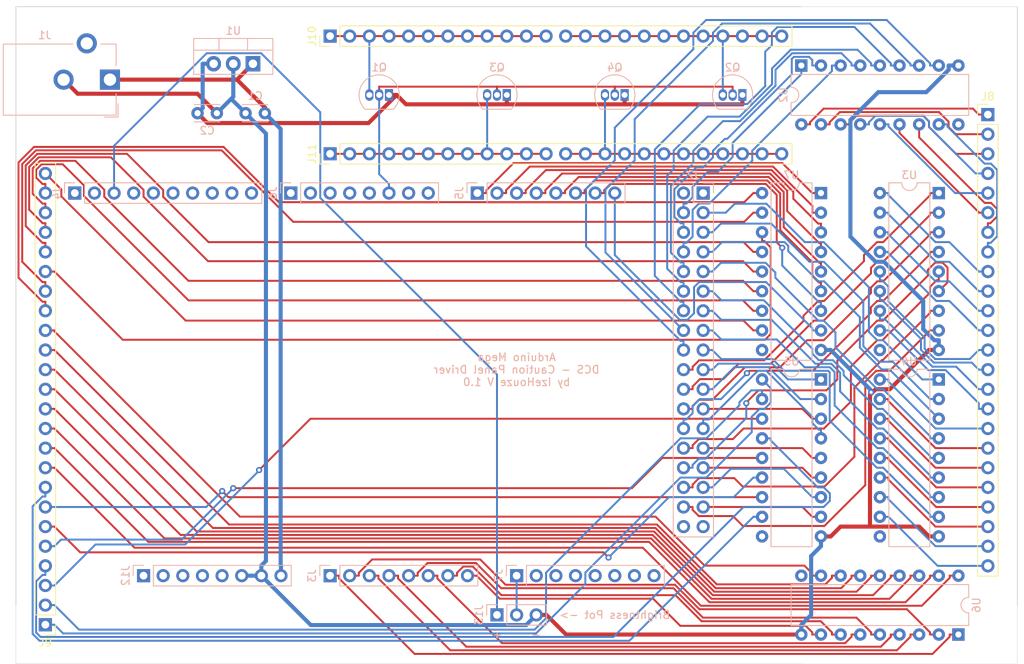
<source format=kicad_pcb>
(kicad_pcb (version 20171130) (host pcbnew "(5.1.4)-1")

  (general
    (thickness 1.6)
    (drawings 11)
    (tracks 1024)
    (zones 0)
    (modules 26)
    (nets 145)
  )

  (page A4)
  (layers
    (0 F.Cu signal)
    (31 B.Cu signal)
    (32 B.Adhes user)
    (33 F.Adhes user)
    (34 B.Paste user)
    (35 F.Paste user)
    (36 B.SilkS user)
    (37 F.SilkS user)
    (38 B.Mask user)
    (39 F.Mask user)
    (40 Dwgs.User user)
    (41 Cmts.User user)
    (42 Eco1.User user)
    (43 Eco2.User user)
    (44 Edge.Cuts user)
    (45 Margin user)
    (46 B.CrtYd user)
    (47 F.CrtYd user)
    (48 B.Fab user)
    (49 F.Fab user)
  )

  (setup
    (last_trace_width 0.25)
    (trace_clearance 0.2)
    (zone_clearance 0.508)
    (zone_45_only no)
    (trace_min 0.2)
    (via_size 0.8)
    (via_drill 0.4)
    (via_min_size 0.4)
    (via_min_drill 0.3)
    (uvia_size 0.3)
    (uvia_drill 0.1)
    (uvias_allowed no)
    (uvia_min_size 0.2)
    (uvia_min_drill 0.1)
    (edge_width 0.05)
    (segment_width 0.2)
    (pcb_text_width 0.3)
    (pcb_text_size 1.5 1.5)
    (mod_edge_width 0.12)
    (mod_text_size 1 1)
    (mod_text_width 0.15)
    (pad_size 1.524 1.524)
    (pad_drill 0.762)
    (pad_to_mask_clearance 0.051)
    (solder_mask_min_width 0.25)
    (aux_axis_origin 0 0)
    (visible_elements 7FFFFFFF)
    (pcbplotparams
      (layerselection 0x010fc_ffffffff)
      (usegerberextensions false)
      (usegerberattributes false)
      (usegerberadvancedattributes false)
      (creategerberjobfile false)
      (excludeedgelayer true)
      (linewidth 0.100000)
      (plotframeref false)
      (viasonmask false)
      (mode 1)
      (useauxorigin false)
      (hpglpennumber 1)
      (hpglpenspeed 20)
      (hpglpendiameter 15.000000)
      (psnegative false)
      (psa4output false)
      (plotreference true)
      (plotvalue true)
      (plotinvisibletext false)
      (padsonsilk false)
      (subtractmaskfromsilk false)
      (outputformat 1)
      (mirror false)
      (drillshape 1)
      (scaleselection 1)
      (outputdirectory ""))
  )

  (net 0 "")
  (net 1 GND)
  (net 2 "Net-(U2-Pad10)")
  (net 3 "Net-(U3-Pad10)")
  (net 4 "Net-(U4-Pad10)")
  (net 5 "Net-(U5-Pad10)")
  (net 6 "Net-(U6-Pad10)")
  (net 7 "Net-(U7-Pad10)")
  (net 8 /5V)
  (net 9 "Net-(J2-Pad1)")
  (net 10 "Net-(J2-Pad2)")
  (net 11 /AI1)
  (net 12 /CI1)
  (net 13 /AI2)
  (net 14 /CI2)
  (net 15 /AI3)
  (net 16 /CI3)
  (net 17 /AI4)
  (net 18 /CI4)
  (net 19 /AI5)
  (net 20 /CI5)
  (net 21 /AI6)
  (net 22 /CI6)
  (net 23 /AI7)
  (net 24 /CI7)
  (net 25 /AI8)
  (net 26 /CI8)
  (net 27 /BI1)
  (net 28 /DI1)
  (net 29 /BI2)
  (net 30 /DI2)
  (net 31 /BI3)
  (net 32 /DI3)
  (net 33 /BI4)
  (net 34 /DI4)
  (net 35 /BI5)
  (net 36 /DI5)
  (net 37 /BI6)
  (net 38 /DI6)
  (net 39 /BI7)
  (net 40 /DI7)
  (net 41 /BI8)
  (net 42 /DI8)
  (net 43 "Net-(J2-Pad35)")
  (net 44 "Net-(J2-Pad36)")
  (net 45 /EI1)
  (net 46 /EI2)
  (net 47 /EI3)
  (net 48 /EI4)
  (net 49 /EI5)
  (net 50 /EI6)
  (net 51 /EI7)
  (net 52 /EI8)
  (net 53 /FI8)
  (net 54 /FI7)
  (net 55 /FI6)
  (net 56 /FI5)
  (net 57 /FI4)
  (net 58 /FI3)
  (net 59 /FI2)
  (net 60 /FI1)
  (net 61 /AO8)
  (net 62 /AO7)
  (net 63 /AO6)
  (net 64 /AO5)
  (net 65 /AO4)
  (net 66 /AO3)
  (net 67 /AO2)
  (net 68 /AO1)
  (net 69 /BO1)
  (net 70 /BO2)
  (net 71 /BO3)
  (net 72 /BO4)
  (net 73 /BO5)
  (net 74 /BO6)
  (net 75 /BO7)
  (net 76 /BO8)
  (net 77 /CO8)
  (net 78 /CO7)
  (net 79 /CO6)
  (net 80 /CO5)
  (net 81 /CO4)
  (net 82 /CO3)
  (net 83 /CO2)
  (net 84 /CO1)
  (net 85 /EO8)
  (net 86 /EO7)
  (net 87 /EO6)
  (net 88 /EO5)
  (net 89 /EO4)
  (net 90 /EO3)
  (net 91 /EO2)
  (net 92 /EO1)
  (net 93 "Net-(J6-Pad8)")
  (net 94 "Net-(J6-Pad7)")
  (net 95 "Net-(J6-Pad5)")
  (net 96 "Net-(J6-Pad4)")
  (net 97 "Net-(J6-Pad3)")
  (net 98 "Net-(J6-Pad2)")
  (net 99 "Net-(J6-Pad1)")
  (net 100 /DO1)
  (net 101 /DO2)
  (net 102 /DO3)
  (net 103 /DO4)
  (net 104 /DO5)
  (net 105 /DO6)
  (net 106 /DO7)
  (net 107 /DO8)
  (net 108 /FO1)
  (net 109 /FO2)
  (net 110 /FO3)
  (net 111 /FO4)
  (net 112 /FO5)
  (net 113 /FO6)
  (net 114 /FO7)
  (net 115 /FO8)
  (net 116 "Net-(J4-Pad1)")
  (net 117 "Net-(J4-Pad2)")
  (net 118 "Net-(J4-Pad4)")
  (net 119 "Net-(J4-Pad5)")
  (net 120 "Net-(J4-Pad6)")
  (net 121 "Net-(J4-Pad7)")
  (net 122 "Net-(J4-Pad8)")
  (net 123 "Net-(J4-Pad9)")
  (net 124 "Net-(J4-Pad10)")
  (net 125 "Net-(J7-Pad8)")
  (net 126 "Net-(J7-Pad7)")
  (net 127 "Net-(J7-Pad6)")
  (net 128 "Net-(J7-Pad5)")
  (net 129 "Net-(J7-Pad4)")
  (net 130 "Net-(J7-Pad3)")
  (net 131 "Net-(J7-Pad2)")
  (net 132 /P1)
  (net 133 /P25)
  (net 134 /9V)
  (net 135 "Net-(J12-Pad4)")
  (net 136 "Net-(J12-Pad5)")
  (net 137 "Net-(J12-Pad1)")
  (net 138 "Net-(J12-Pad2)")
  (net 139 "Net-(J12-Pad3)")
  (net 140 /AREF)
  (net 141 /A8)
  (net 142 /PWM_Brightness)
  (net 143 /P13)
  (net 144 /P37)

  (net_class Default "This is the default net class."
    (clearance 0.2)
    (trace_width 0.25)
    (via_dia 0.8)
    (via_drill 0.4)
    (uvia_dia 0.3)
    (uvia_drill 0.1)
    (add_net /A8)
    (add_net /AI1)
    (add_net /AI2)
    (add_net /AI3)
    (add_net /AI4)
    (add_net /AI5)
    (add_net /AI6)
    (add_net /AI7)
    (add_net /AI8)
    (add_net /AO1)
    (add_net /AO2)
    (add_net /AO3)
    (add_net /AO4)
    (add_net /AO5)
    (add_net /AO6)
    (add_net /AO7)
    (add_net /AO8)
    (add_net /AREF)
    (add_net /BI1)
    (add_net /BI2)
    (add_net /BI3)
    (add_net /BI4)
    (add_net /BI5)
    (add_net /BI6)
    (add_net /BI7)
    (add_net /BI8)
    (add_net /BO1)
    (add_net /BO2)
    (add_net /BO3)
    (add_net /BO4)
    (add_net /BO5)
    (add_net /BO6)
    (add_net /BO7)
    (add_net /BO8)
    (add_net /CI1)
    (add_net /CI2)
    (add_net /CI3)
    (add_net /CI4)
    (add_net /CI5)
    (add_net /CI6)
    (add_net /CI7)
    (add_net /CI8)
    (add_net /CO1)
    (add_net /CO2)
    (add_net /CO3)
    (add_net /CO4)
    (add_net /CO5)
    (add_net /CO6)
    (add_net /CO7)
    (add_net /CO8)
    (add_net /DI1)
    (add_net /DI2)
    (add_net /DI3)
    (add_net /DI4)
    (add_net /DI5)
    (add_net /DI6)
    (add_net /DI7)
    (add_net /DI8)
    (add_net /DO1)
    (add_net /DO2)
    (add_net /DO3)
    (add_net /DO4)
    (add_net /DO5)
    (add_net /DO6)
    (add_net /DO7)
    (add_net /DO8)
    (add_net /EI1)
    (add_net /EI2)
    (add_net /EI3)
    (add_net /EI4)
    (add_net /EI5)
    (add_net /EI6)
    (add_net /EI7)
    (add_net /EI8)
    (add_net /EO1)
    (add_net /EO2)
    (add_net /EO3)
    (add_net /EO4)
    (add_net /EO5)
    (add_net /EO6)
    (add_net /EO7)
    (add_net /EO8)
    (add_net /FI1)
    (add_net /FI2)
    (add_net /FI3)
    (add_net /FI4)
    (add_net /FI5)
    (add_net /FI6)
    (add_net /FI7)
    (add_net /FI8)
    (add_net /FO1)
    (add_net /FO2)
    (add_net /FO3)
    (add_net /FO4)
    (add_net /FO5)
    (add_net /FO6)
    (add_net /FO7)
    (add_net /FO8)
    (add_net /P1)
    (add_net /P13)
    (add_net /P25)
    (add_net /P37)
    (add_net /PWM_Brightness)
    (add_net "Net-(J12-Pad1)")
    (add_net "Net-(J12-Pad2)")
    (add_net "Net-(J12-Pad3)")
    (add_net "Net-(J12-Pad4)")
    (add_net "Net-(J12-Pad5)")
    (add_net "Net-(J2-Pad1)")
    (add_net "Net-(J2-Pad2)")
    (add_net "Net-(J2-Pad35)")
    (add_net "Net-(J2-Pad36)")
    (add_net "Net-(J4-Pad1)")
    (add_net "Net-(J4-Pad10)")
    (add_net "Net-(J4-Pad2)")
    (add_net "Net-(J4-Pad4)")
    (add_net "Net-(J4-Pad5)")
    (add_net "Net-(J4-Pad6)")
    (add_net "Net-(J4-Pad7)")
    (add_net "Net-(J4-Pad8)")
    (add_net "Net-(J4-Pad9)")
    (add_net "Net-(J6-Pad1)")
    (add_net "Net-(J6-Pad2)")
    (add_net "Net-(J6-Pad3)")
    (add_net "Net-(J6-Pad4)")
    (add_net "Net-(J6-Pad5)")
    (add_net "Net-(J6-Pad7)")
    (add_net "Net-(J6-Pad8)")
    (add_net "Net-(J7-Pad2)")
    (add_net "Net-(J7-Pad3)")
    (add_net "Net-(J7-Pad4)")
    (add_net "Net-(J7-Pad5)")
    (add_net "Net-(J7-Pad6)")
    (add_net "Net-(J7-Pad7)")
    (add_net "Net-(J7-Pad8)")
    (add_net "Net-(U2-Pad10)")
    (add_net "Net-(U3-Pad10)")
    (add_net "Net-(U4-Pad10)")
    (add_net "Net-(U5-Pad10)")
    (add_net "Net-(U6-Pad10)")
    (add_net "Net-(U7-Pad10)")
  )

  (net_class 9V ""
    (clearance 0.2)
    (trace_width 0.53)
    (via_dia 0.8)
    (via_drill 0.4)
    (uvia_dia 0.3)
    (uvia_drill 0.1)
    (add_net /9V)
  )

  (net_class GND ""
    (clearance 0.2)
    (trace_width 0.53)
    (via_dia 0.8)
    (via_drill 0.4)
    (uvia_dia 0.3)
    (uvia_drill 0.1)
    (add_net GND)
  )

  (net_class IDrain ""
    (clearance 0.2)
    (trace_width 0.25)
    (via_dia 0.8)
    (via_drill 0.4)
    (uvia_dia 0.3)
    (uvia_drill 0.1)
  )

  (net_class VCC ""
    (clearance 0.2)
    (trace_width 0.53)
    (via_dia 0.8)
    (via_drill 0.4)
    (uvia_dia 0.3)
    (uvia_drill 0.1)
    (add_net /5V)
  )

  (module Capacitor_THT:C_Disc_D3.0mm_W2.0mm_P2.50mm (layer B.Cu) (tedit 5AE50EF0) (tstamp 5D88A75F)
    (at 81.7372 59.5122 180)
    (descr "C, Disc series, Radial, pin pitch=2.50mm, , diameter*width=3*2mm^2, Capacitor")
    (tags "C Disc series Radial pin pitch 2.50mm  diameter 3mm width 2mm Capacitor")
    (path /5D8A0E19)
    (fp_text reference C1 (at 1.25 2.25) (layer B.SilkS)
      (effects (font (size 1 1) (thickness 0.15)) (justify mirror))
    )
    (fp_text value 0.22uF (at 1.25 -2.25) (layer B.Fab)
      (effects (font (size 1 1) (thickness 0.15)) (justify mirror))
    )
    (fp_line (start -0.25 1) (end -0.25 -1) (layer B.Fab) (width 0.1))
    (fp_line (start -0.25 -1) (end 2.75 -1) (layer B.Fab) (width 0.1))
    (fp_line (start 2.75 -1) (end 2.75 1) (layer B.Fab) (width 0.1))
    (fp_line (start 2.75 1) (end -0.25 1) (layer B.Fab) (width 0.1))
    (fp_line (start -0.37 1.12) (end 2.87 1.12) (layer B.SilkS) (width 0.12))
    (fp_line (start -0.37 -1.12) (end 2.87 -1.12) (layer B.SilkS) (width 0.12))
    (fp_line (start -0.37 1.12) (end -0.37 1.055) (layer B.SilkS) (width 0.12))
    (fp_line (start -0.37 -1.055) (end -0.37 -1.12) (layer B.SilkS) (width 0.12))
    (fp_line (start 2.87 1.12) (end 2.87 1.055) (layer B.SilkS) (width 0.12))
    (fp_line (start 2.87 -1.055) (end 2.87 -1.12) (layer B.SilkS) (width 0.12))
    (fp_line (start -1.05 1.25) (end -1.05 -1.25) (layer B.CrtYd) (width 0.05))
    (fp_line (start -1.05 -1.25) (end 3.55 -1.25) (layer B.CrtYd) (width 0.05))
    (fp_line (start 3.55 -1.25) (end 3.55 1.25) (layer B.CrtYd) (width 0.05))
    (fp_line (start 3.55 1.25) (end -1.05 1.25) (layer B.CrtYd) (width 0.05))
    (fp_text user %R (at 1.25 0) (layer B.Fab)
      (effects (font (size 0.6 0.6) (thickness 0.09)) (justify mirror))
    )
    (pad 1 thru_hole circle (at 0 0 180) (size 1.6 1.6) (drill 0.8) (layers *.Cu *.Mask)
      (net 134 /9V))
    (pad 2 thru_hole circle (at 2.5 0 180) (size 1.6 1.6) (drill 0.8) (layers *.Cu *.Mask)
      (net 1 GND))
    (model ${KISYS3DMOD}/Capacitor_THT.3dshapes/C_Disc_D3.0mm_W2.0mm_P2.50mm.wrl
      (at (xyz 0 0 0))
      (scale (xyz 1 1 1))
      (rotate (xyz 0 0 0))
    )
  )

  (module Capacitor_THT:C_Disc_D3.0mm_W2.0mm_P2.50mm (layer B.Cu) (tedit 5AE50EF0) (tstamp 5D88A774)
    (at 73.025 59.5122)
    (descr "C, Disc series, Radial, pin pitch=2.50mm, , diameter*width=3*2mm^2, Capacitor")
    (tags "C Disc series Radial pin pitch 2.50mm  diameter 3mm width 2mm Capacitor")
    (path /5D8A1816)
    (fp_text reference C2 (at 1.25 2.25) (layer B.SilkS)
      (effects (font (size 1 1) (thickness 0.15)) (justify mirror))
    )
    (fp_text value 0.1uF (at 1.25 -2.25) (layer B.Fab)
      (effects (font (size 1 1) (thickness 0.15)) (justify mirror))
    )
    (fp_text user %R (at 1.25 0) (layer B.Fab)
      (effects (font (size 0.6 0.6) (thickness 0.09)) (justify mirror))
    )
    (fp_line (start 3.55 1.25) (end -1.05 1.25) (layer B.CrtYd) (width 0.05))
    (fp_line (start 3.55 -1.25) (end 3.55 1.25) (layer B.CrtYd) (width 0.05))
    (fp_line (start -1.05 -1.25) (end 3.55 -1.25) (layer B.CrtYd) (width 0.05))
    (fp_line (start -1.05 1.25) (end -1.05 -1.25) (layer B.CrtYd) (width 0.05))
    (fp_line (start 2.87 -1.055) (end 2.87 -1.12) (layer B.SilkS) (width 0.12))
    (fp_line (start 2.87 1.12) (end 2.87 1.055) (layer B.SilkS) (width 0.12))
    (fp_line (start -0.37 -1.055) (end -0.37 -1.12) (layer B.SilkS) (width 0.12))
    (fp_line (start -0.37 1.12) (end -0.37 1.055) (layer B.SilkS) (width 0.12))
    (fp_line (start -0.37 -1.12) (end 2.87 -1.12) (layer B.SilkS) (width 0.12))
    (fp_line (start -0.37 1.12) (end 2.87 1.12) (layer B.SilkS) (width 0.12))
    (fp_line (start 2.75 1) (end -0.25 1) (layer B.Fab) (width 0.1))
    (fp_line (start 2.75 -1) (end 2.75 1) (layer B.Fab) (width 0.1))
    (fp_line (start -0.25 -1) (end 2.75 -1) (layer B.Fab) (width 0.1))
    (fp_line (start -0.25 1) (end -0.25 -1) (layer B.Fab) (width 0.1))
    (pad 2 thru_hole circle (at 2.5 0) (size 1.6 1.6) (drill 0.8) (layers *.Cu *.Mask)
      (net 1 GND))
    (pad 1 thru_hole circle (at 0 0) (size 1.6 1.6) (drill 0.8) (layers *.Cu *.Mask)
      (net 8 /5V))
    (model ${KISYS3DMOD}/Capacitor_THT.3dshapes/C_Disc_D3.0mm_W2.0mm_P2.50mm.wrl
      (at (xyz 0 0 0))
      (scale (xyz 1 1 1))
      (rotate (xyz 0 0 0))
    )
  )

  (module Connector_BarrelJack:BarrelJack_CUI_PJ-102AH_Horizontal (layer B.Cu) (tedit 5A1DBF38) (tstamp 5D88A796)
    (at 61.6966 55.1688 90)
    (descr "Thin-pin DC Barrel Jack, https://cdn-shop.adafruit.com/datasheets/21mmdcjackDatasheet.pdf")
    (tags "Power Jack")
    (path /5D8AA855)
    (fp_text reference J1 (at 5.75 -8.45 180) (layer B.SilkS)
      (effects (font (size 1 1) (thickness 0.15)) (justify mirror))
    )
    (fp_text value Barrel_Jack (at -5.5 -6.2 180) (layer B.Fab)
      (effects (font (size 1 1) (thickness 0.15)) (justify mirror))
    )
    (fp_text user %R (at 0 -6.5 90) (layer B.Fab)
      (effects (font (size 1 1) (thickness 0.15)) (justify mirror))
    )
    (fp_line (start 1.8 1.8) (end 1.8 1.2) (layer B.CrtYd) (width 0.05))
    (fp_line (start 1.8 1.2) (end 5 1.2) (layer B.CrtYd) (width 0.05))
    (fp_line (start 5 1.2) (end 5 -1.2) (layer B.CrtYd) (width 0.05))
    (fp_line (start 5 -1.2) (end 6.5 -1.2) (layer B.CrtYd) (width 0.05))
    (fp_line (start 6.5 -1.2) (end 6.5 -4.8) (layer B.CrtYd) (width 0.05))
    (fp_line (start 6.5 -4.8) (end 5 -4.8) (layer B.CrtYd) (width 0.05))
    (fp_line (start 5 -4.8) (end 5 -14.2) (layer B.CrtYd) (width 0.05))
    (fp_line (start 5 -14.2) (end -5 -14.2) (layer B.CrtYd) (width 0.05))
    (fp_line (start -5 -14.2) (end -5 1.2) (layer B.CrtYd) (width 0.05))
    (fp_line (start -5 1.2) (end -1.8 1.2) (layer B.CrtYd) (width 0.05))
    (fp_line (start -1.8 1.2) (end -1.8 1.8) (layer B.CrtYd) (width 0.05))
    (fp_line (start -1.8 1.8) (end 1.8 1.8) (layer B.CrtYd) (width 0.05))
    (fp_line (start 4.6 -4.8) (end 4.6 -13.8) (layer B.SilkS) (width 0.12))
    (fp_line (start 4.6 -13.8) (end -4.6 -13.8) (layer B.SilkS) (width 0.12))
    (fp_line (start -4.6 -13.8) (end -4.6 0.8) (layer B.SilkS) (width 0.12))
    (fp_line (start -4.6 0.8) (end -1.8 0.8) (layer B.SilkS) (width 0.12))
    (fp_line (start 1.8 0.8) (end 4.6 0.8) (layer B.SilkS) (width 0.12))
    (fp_line (start 4.6 0.8) (end 4.6 -1.2) (layer B.SilkS) (width 0.12))
    (fp_line (start -4.84 -0.7) (end -4.84 1.04) (layer B.SilkS) (width 0.12))
    (fp_line (start -4.84 1.04) (end -3.1 1.04) (layer B.SilkS) (width 0.12))
    (fp_line (start 4.5 0.7) (end 4.5 -13.7) (layer B.Fab) (width 0.1))
    (fp_line (start 4.5 -13.7) (end -4.5 -13.7) (layer B.Fab) (width 0.1))
    (fp_line (start -4.5 -13.7) (end -4.5 -0.3) (layer B.Fab) (width 0.1))
    (fp_line (start -4.5 -0.3) (end -3.5 0.7) (layer B.Fab) (width 0.1))
    (fp_line (start -3.5 0.7) (end 4.5 0.7) (layer B.Fab) (width 0.1))
    (fp_line (start -4.5 -10.2) (end 4.5 -10.2) (layer B.Fab) (width 0.1))
    (pad 1 thru_hole rect (at 0 0 90) (size 2.6 2.6) (drill 1.6) (layers *.Cu *.Mask)
      (net 134 /9V))
    (pad 2 thru_hole circle (at 0 -6 90) (size 2.6 2.6) (drill 1.6) (layers *.Cu *.Mask)
      (net 1 GND))
    (pad 3 thru_hole circle (at 4.7 -3 90) (size 2.6 2.6) (drill 1.6) (layers *.Cu *.Mask))
    (model ${KISYS3DMOD}/Connector_BarrelJack.3dshapes/BarrelJack_CUI_PJ-102AH_Horizontal.wrl
      (at (xyz 0 0 0))
      (scale (xyz 1 1 1))
      (rotate (xyz 0 0 0))
    )
  )

  (module Package_TO_SOT_THT:TO-220-3_Vertical (layer B.Cu) (tedit 5AC8BA0D) (tstamp 5D88A7B0)
    (at 80.1878 53.1114 180)
    (descr "TO-220-3, Vertical, RM 2.54mm, see https://www.vishay.com/docs/66542/to-220-1.pdf")
    (tags "TO-220-3 Vertical RM 2.54mm")
    (path /5D88D2B7)
    (fp_text reference U1 (at 2.54 4.27) (layer B.SilkS)
      (effects (font (size 1 1) (thickness 0.15)) (justify mirror))
    )
    (fp_text value LM7805_TO220 (at 2.54 -2.5) (layer B.Fab)
      (effects (font (size 1 1) (thickness 0.15)) (justify mirror))
    )
    (fp_line (start -2.46 3.15) (end -2.46 -1.25) (layer B.Fab) (width 0.1))
    (fp_line (start -2.46 -1.25) (end 7.54 -1.25) (layer B.Fab) (width 0.1))
    (fp_line (start 7.54 -1.25) (end 7.54 3.15) (layer B.Fab) (width 0.1))
    (fp_line (start 7.54 3.15) (end -2.46 3.15) (layer B.Fab) (width 0.1))
    (fp_line (start -2.46 1.88) (end 7.54 1.88) (layer B.Fab) (width 0.1))
    (fp_line (start 0.69 3.15) (end 0.69 1.88) (layer B.Fab) (width 0.1))
    (fp_line (start 4.39 3.15) (end 4.39 1.88) (layer B.Fab) (width 0.1))
    (fp_line (start -2.58 3.27) (end 7.66 3.27) (layer B.SilkS) (width 0.12))
    (fp_line (start -2.58 -1.371) (end 7.66 -1.371) (layer B.SilkS) (width 0.12))
    (fp_line (start -2.58 3.27) (end -2.58 -1.371) (layer B.SilkS) (width 0.12))
    (fp_line (start 7.66 3.27) (end 7.66 -1.371) (layer B.SilkS) (width 0.12))
    (fp_line (start -2.58 1.76) (end 7.66 1.76) (layer B.SilkS) (width 0.12))
    (fp_line (start 0.69 3.27) (end 0.69 1.76) (layer B.SilkS) (width 0.12))
    (fp_line (start 4.391 3.27) (end 4.391 1.76) (layer B.SilkS) (width 0.12))
    (fp_line (start -2.71 3.4) (end -2.71 -1.51) (layer B.CrtYd) (width 0.05))
    (fp_line (start -2.71 -1.51) (end 7.79 -1.51) (layer B.CrtYd) (width 0.05))
    (fp_line (start 7.79 -1.51) (end 7.79 3.4) (layer B.CrtYd) (width 0.05))
    (fp_line (start 7.79 3.4) (end -2.71 3.4) (layer B.CrtYd) (width 0.05))
    (fp_text user %R (at 2.54 4.27) (layer B.Fab)
      (effects (font (size 1 1) (thickness 0.15)) (justify mirror))
    )
    (pad 1 thru_hole rect (at 0 0 180) (size 1.905 2) (drill 1.1) (layers *.Cu *.Mask)
      (net 134 /9V))
    (pad 2 thru_hole oval (at 2.54 0 180) (size 1.905 2) (drill 1.1) (layers *.Cu *.Mask)
      (net 1 GND))
    (pad 3 thru_hole oval (at 5.08 0 180) (size 1.905 2) (drill 1.1) (layers *.Cu *.Mask)
      (net 8 /5V))
    (model ${KISYS3DMOD}/Package_TO_SOT_THT.3dshapes/TO-220-3_Vertical.wrl
      (at (xyz 0 0 0))
      (scale (xyz 1 1 1))
      (rotate (xyz 0 0 0))
    )
  )

  (module Connector_PinHeader_2.54mm:PinHeader_2x18_P2.54mm_Vertical (layer B.Cu) (tedit 59FED5CC) (tstamp 5D8AB2B1)
    (at 138.43 69.85 180)
    (descr "Through hole straight pin header, 2x18, 2.54mm pitch, double rows")
    (tags "Through hole pin header THT 2x18 2.54mm double row")
    (path /5DABC8B0)
    (fp_text reference J2 (at 1.27 2.33) (layer B.SilkS)
      (effects (font (size 1 1) (thickness 0.15)) (justify mirror))
    )
    (fp_text value "36 Pin Connector of Mega" (at 1.27 -45.51) (layer B.Fab)
      (effects (font (size 1 1) (thickness 0.15)) (justify mirror))
    )
    (fp_line (start 0 1.27) (end 3.81 1.27) (layer B.Fab) (width 0.1))
    (fp_line (start 3.81 1.27) (end 3.81 -44.45) (layer B.Fab) (width 0.1))
    (fp_line (start 3.81 -44.45) (end -1.27 -44.45) (layer B.Fab) (width 0.1))
    (fp_line (start -1.27 -44.45) (end -1.27 0) (layer B.Fab) (width 0.1))
    (fp_line (start -1.27 0) (end 0 1.27) (layer B.Fab) (width 0.1))
    (fp_line (start -1.33 -44.51) (end 3.87 -44.51) (layer B.SilkS) (width 0.12))
    (fp_line (start -1.33 -1.27) (end -1.33 -44.51) (layer B.SilkS) (width 0.12))
    (fp_line (start 3.87 1.33) (end 3.87 -44.51) (layer B.SilkS) (width 0.12))
    (fp_line (start -1.33 -1.27) (end 1.27 -1.27) (layer B.SilkS) (width 0.12))
    (fp_line (start 1.27 -1.27) (end 1.27 1.33) (layer B.SilkS) (width 0.12))
    (fp_line (start 1.27 1.33) (end 3.87 1.33) (layer B.SilkS) (width 0.12))
    (fp_line (start -1.33 0) (end -1.33 1.33) (layer B.SilkS) (width 0.12))
    (fp_line (start -1.33 1.33) (end 0 1.33) (layer B.SilkS) (width 0.12))
    (fp_line (start -1.8 1.8) (end -1.8 -44.95) (layer B.CrtYd) (width 0.05))
    (fp_line (start -1.8 -44.95) (end 4.35 -44.95) (layer B.CrtYd) (width 0.05))
    (fp_line (start 4.35 -44.95) (end 4.35 1.8) (layer B.CrtYd) (width 0.05))
    (fp_line (start 4.35 1.8) (end -1.8 1.8) (layer B.CrtYd) (width 0.05))
    (fp_text user %R (at 1.27 -21.59 270) (layer B.Fab)
      (effects (font (size 1 1) (thickness 0.15)) (justify mirror))
    )
    (pad 1 thru_hole rect (at 0 0 180) (size 1.7 1.7) (drill 1) (layers *.Cu *.Mask)
      (net 9 "Net-(J2-Pad1)"))
    (pad 2 thru_hole oval (at 2.54 0 180) (size 1.7 1.7) (drill 1) (layers *.Cu *.Mask)
      (net 10 "Net-(J2-Pad2)"))
    (pad 3 thru_hole oval (at 0 -2.54 180) (size 1.7 1.7) (drill 1) (layers *.Cu *.Mask)
      (net 12 /CI1))
    (pad 4 thru_hole oval (at 2.54 -2.54 180) (size 1.7 1.7) (drill 1) (layers *.Cu *.Mask)
      (net 11 /AI1))
    (pad 5 thru_hole oval (at 0 -5.08 180) (size 1.7 1.7) (drill 1) (layers *.Cu *.Mask)
      (net 14 /CI2))
    (pad 6 thru_hole oval (at 2.54 -5.08 180) (size 1.7 1.7) (drill 1) (layers *.Cu *.Mask)
      (net 13 /AI2))
    (pad 7 thru_hole oval (at 0 -7.62 180) (size 1.7 1.7) (drill 1) (layers *.Cu *.Mask)
      (net 16 /CI3))
    (pad 8 thru_hole oval (at 2.54 -7.62 180) (size 1.7 1.7) (drill 1) (layers *.Cu *.Mask)
      (net 15 /AI3))
    (pad 9 thru_hole oval (at 0 -10.16 180) (size 1.7 1.7) (drill 1) (layers *.Cu *.Mask)
      (net 18 /CI4))
    (pad 10 thru_hole oval (at 2.54 -10.16 180) (size 1.7 1.7) (drill 1) (layers *.Cu *.Mask)
      (net 17 /AI4))
    (pad 11 thru_hole oval (at 0 -12.7 180) (size 1.7 1.7) (drill 1) (layers *.Cu *.Mask)
      (net 20 /CI5))
    (pad 12 thru_hole oval (at 2.54 -12.7 180) (size 1.7 1.7) (drill 1) (layers *.Cu *.Mask)
      (net 19 /AI5))
    (pad 13 thru_hole oval (at 0 -15.24 180) (size 1.7 1.7) (drill 1) (layers *.Cu *.Mask)
      (net 22 /CI6))
    (pad 14 thru_hole oval (at 2.54 -15.24 180) (size 1.7 1.7) (drill 1) (layers *.Cu *.Mask)
      (net 21 /AI6))
    (pad 15 thru_hole oval (at 0 -17.78 180) (size 1.7 1.7) (drill 1) (layers *.Cu *.Mask)
      (net 24 /CI7))
    (pad 16 thru_hole oval (at 2.54 -17.78 180) (size 1.7 1.7) (drill 1) (layers *.Cu *.Mask)
      (net 23 /AI7))
    (pad 17 thru_hole oval (at 0 -20.32 180) (size 1.7 1.7) (drill 1) (layers *.Cu *.Mask)
      (net 26 /CI8))
    (pad 18 thru_hole oval (at 2.54 -20.32 180) (size 1.7 1.7) (drill 1) (layers *.Cu *.Mask)
      (net 25 /AI8))
    (pad 19 thru_hole oval (at 0 -22.86 180) (size 1.7 1.7) (drill 1) (layers *.Cu *.Mask)
      (net 28 /DI1))
    (pad 20 thru_hole oval (at 2.54 -22.86 180) (size 1.7 1.7) (drill 1) (layers *.Cu *.Mask)
      (net 27 /BI1))
    (pad 21 thru_hole oval (at 0 -25.4 180) (size 1.7 1.7) (drill 1) (layers *.Cu *.Mask)
      (net 30 /DI2))
    (pad 22 thru_hole oval (at 2.54 -25.4 180) (size 1.7 1.7) (drill 1) (layers *.Cu *.Mask)
      (net 29 /BI2))
    (pad 23 thru_hole oval (at 0 -27.94 180) (size 1.7 1.7) (drill 1) (layers *.Cu *.Mask)
      (net 32 /DI3))
    (pad 24 thru_hole oval (at 2.54 -27.94 180) (size 1.7 1.7) (drill 1) (layers *.Cu *.Mask)
      (net 31 /BI3))
    (pad 25 thru_hole oval (at 0 -30.48 180) (size 1.7 1.7) (drill 1) (layers *.Cu *.Mask)
      (net 34 /DI4))
    (pad 26 thru_hole oval (at 2.54 -30.48 180) (size 1.7 1.7) (drill 1) (layers *.Cu *.Mask)
      (net 33 /BI4))
    (pad 27 thru_hole oval (at 0 -33.02 180) (size 1.7 1.7) (drill 1) (layers *.Cu *.Mask)
      (net 36 /DI5))
    (pad 28 thru_hole oval (at 2.54 -33.02 180) (size 1.7 1.7) (drill 1) (layers *.Cu *.Mask)
      (net 35 /BI5))
    (pad 29 thru_hole oval (at 0 -35.56 180) (size 1.7 1.7) (drill 1) (layers *.Cu *.Mask)
      (net 38 /DI6))
    (pad 30 thru_hole oval (at 2.54 -35.56 180) (size 1.7 1.7) (drill 1) (layers *.Cu *.Mask)
      (net 37 /BI6))
    (pad 31 thru_hole oval (at 0 -38.1 180) (size 1.7 1.7) (drill 1) (layers *.Cu *.Mask)
      (net 40 /DI7))
    (pad 32 thru_hole oval (at 2.54 -38.1 180) (size 1.7 1.7) (drill 1) (layers *.Cu *.Mask)
      (net 39 /BI7))
    (pad 33 thru_hole oval (at 0 -40.64 180) (size 1.7 1.7) (drill 1) (layers *.Cu *.Mask)
      (net 42 /DI8))
    (pad 34 thru_hole oval (at 2.54 -40.64 180) (size 1.7 1.7) (drill 1) (layers *.Cu *.Mask)
      (net 41 /BI8))
    (pad 35 thru_hole oval (at 0 -43.18 180) (size 1.7 1.7) (drill 1) (layers *.Cu *.Mask)
      (net 43 "Net-(J2-Pad35)"))
    (pad 36 thru_hole oval (at 2.54 -43.18 180) (size 1.7 1.7) (drill 1) (layers *.Cu *.Mask)
      (net 44 "Net-(J2-Pad36)"))
    (model ${KISYS3DMOD}/Connector_PinHeader_2.54mm.3dshapes/PinHeader_2x18_P2.54mm_Vertical.wrl
      (at (xyz 0 0 0))
      (scale (xyz 1 1 1))
      (rotate (xyz 0 0 0))
    )
  )

  (module Connector_PinHeader_2.54mm:PinHeader_1x08_P2.54mm_Vertical (layer B.Cu) (tedit 59FED5CC) (tstamp 5D8AB2CD)
    (at 90.17 119.38 270)
    (descr "Through hole straight pin header, 1x08, 2.54mm pitch, single row")
    (tags "Through hole pin header THT 1x08 2.54mm single row")
    (path /5DBA6BFF)
    (fp_text reference J3 (at 0 2.33 90) (layer B.SilkS)
      (effects (font (size 1 1) (thickness 0.15)) (justify mirror))
    )
    (fp_text value "A0-A7 Connector" (at 0 -20.11 90) (layer B.Fab)
      (effects (font (size 1 1) (thickness 0.15)) (justify mirror))
    )
    (fp_line (start -0.635 1.27) (end 1.27 1.27) (layer B.Fab) (width 0.1))
    (fp_line (start 1.27 1.27) (end 1.27 -19.05) (layer B.Fab) (width 0.1))
    (fp_line (start 1.27 -19.05) (end -1.27 -19.05) (layer B.Fab) (width 0.1))
    (fp_line (start -1.27 -19.05) (end -1.27 0.635) (layer B.Fab) (width 0.1))
    (fp_line (start -1.27 0.635) (end -0.635 1.27) (layer B.Fab) (width 0.1))
    (fp_line (start -1.33 -19.11) (end 1.33 -19.11) (layer B.SilkS) (width 0.12))
    (fp_line (start -1.33 -1.27) (end -1.33 -19.11) (layer B.SilkS) (width 0.12))
    (fp_line (start 1.33 -1.27) (end 1.33 -19.11) (layer B.SilkS) (width 0.12))
    (fp_line (start -1.33 -1.27) (end 1.33 -1.27) (layer B.SilkS) (width 0.12))
    (fp_line (start -1.33 0) (end -1.33 1.33) (layer B.SilkS) (width 0.12))
    (fp_line (start -1.33 1.33) (end 0 1.33) (layer B.SilkS) (width 0.12))
    (fp_line (start -1.8 1.8) (end -1.8 -19.55) (layer B.CrtYd) (width 0.05))
    (fp_line (start -1.8 -19.55) (end 1.8 -19.55) (layer B.CrtYd) (width 0.05))
    (fp_line (start 1.8 -19.55) (end 1.8 1.8) (layer B.CrtYd) (width 0.05))
    (fp_line (start 1.8 1.8) (end -1.8 1.8) (layer B.CrtYd) (width 0.05))
    (fp_text user %R (at 0 -8.89 180) (layer B.Fab)
      (effects (font (size 1 1) (thickness 0.15)) (justify mirror))
    )
    (pad 1 thru_hole rect (at 0 0 270) (size 1.7 1.7) (drill 1) (layers *.Cu *.Mask)
      (net 45 /EI1))
    (pad 2 thru_hole oval (at 0 -2.54 270) (size 1.7 1.7) (drill 1) (layers *.Cu *.Mask)
      (net 46 /EI2))
    (pad 3 thru_hole oval (at 0 -5.08 270) (size 1.7 1.7) (drill 1) (layers *.Cu *.Mask)
      (net 47 /EI3))
    (pad 4 thru_hole oval (at 0 -7.62 270) (size 1.7 1.7) (drill 1) (layers *.Cu *.Mask)
      (net 48 /EI4))
    (pad 5 thru_hole oval (at 0 -10.16 270) (size 1.7 1.7) (drill 1) (layers *.Cu *.Mask)
      (net 49 /EI5))
    (pad 6 thru_hole oval (at 0 -12.7 270) (size 1.7 1.7) (drill 1) (layers *.Cu *.Mask)
      (net 50 /EI6))
    (pad 7 thru_hole oval (at 0 -15.24 270) (size 1.7 1.7) (drill 1) (layers *.Cu *.Mask)
      (net 51 /EI7))
    (pad 8 thru_hole oval (at 0 -17.78 270) (size 1.7 1.7) (drill 1) (layers *.Cu *.Mask)
      (net 52 /EI8))
    (model ${KISYS3DMOD}/Connector_PinHeader_2.54mm.3dshapes/PinHeader_1x08_P2.54mm_Vertical.wrl
      (at (xyz 0 0 0))
      (scale (xyz 1 1 1))
      (rotate (xyz 0 0 0))
    )
  )

  (module Connector_PinHeader_2.54mm:PinHeader_1x08_P2.54mm_Vertical (layer B.Cu) (tedit 59FED5CC) (tstamp 5D8AB2E9)
    (at 114.3 119.38 270)
    (descr "Through hole straight pin header, 1x08, 2.54mm pitch, single row")
    (tags "Through hole pin header THT 1x08 2.54mm single row")
    (path /5DCF82D8)
    (fp_text reference J7 (at 0 2.33 90) (layer B.SilkS)
      (effects (font (size 1 1) (thickness 0.15)) (justify mirror))
    )
    (fp_text value "A8-A15 Connector" (at 0 -20.11 90) (layer B.Fab)
      (effects (font (size 1 1) (thickness 0.15)) (justify mirror))
    )
    (fp_text user %R (at 0 -8.89 180) (layer B.Fab)
      (effects (font (size 1 1) (thickness 0.15)) (justify mirror))
    )
    (fp_line (start 1.8 1.8) (end -1.8 1.8) (layer B.CrtYd) (width 0.05))
    (fp_line (start 1.8 -19.55) (end 1.8 1.8) (layer B.CrtYd) (width 0.05))
    (fp_line (start -1.8 -19.55) (end 1.8 -19.55) (layer B.CrtYd) (width 0.05))
    (fp_line (start -1.8 1.8) (end -1.8 -19.55) (layer B.CrtYd) (width 0.05))
    (fp_line (start -1.33 1.33) (end 0 1.33) (layer B.SilkS) (width 0.12))
    (fp_line (start -1.33 0) (end -1.33 1.33) (layer B.SilkS) (width 0.12))
    (fp_line (start -1.33 -1.27) (end 1.33 -1.27) (layer B.SilkS) (width 0.12))
    (fp_line (start 1.33 -1.27) (end 1.33 -19.11) (layer B.SilkS) (width 0.12))
    (fp_line (start -1.33 -1.27) (end -1.33 -19.11) (layer B.SilkS) (width 0.12))
    (fp_line (start -1.33 -19.11) (end 1.33 -19.11) (layer B.SilkS) (width 0.12))
    (fp_line (start -1.27 0.635) (end -0.635 1.27) (layer B.Fab) (width 0.1))
    (fp_line (start -1.27 -19.05) (end -1.27 0.635) (layer B.Fab) (width 0.1))
    (fp_line (start 1.27 -19.05) (end -1.27 -19.05) (layer B.Fab) (width 0.1))
    (fp_line (start 1.27 1.27) (end 1.27 -19.05) (layer B.Fab) (width 0.1))
    (fp_line (start -0.635 1.27) (end 1.27 1.27) (layer B.Fab) (width 0.1))
    (pad 8 thru_hole oval (at 0 -17.78 270) (size 1.7 1.7) (drill 1) (layers *.Cu *.Mask)
      (net 125 "Net-(J7-Pad8)"))
    (pad 7 thru_hole oval (at 0 -15.24 270) (size 1.7 1.7) (drill 1) (layers *.Cu *.Mask)
      (net 126 "Net-(J7-Pad7)"))
    (pad 6 thru_hole oval (at 0 -12.7 270) (size 1.7 1.7) (drill 1) (layers *.Cu *.Mask)
      (net 127 "Net-(J7-Pad6)"))
    (pad 5 thru_hole oval (at 0 -10.16 270) (size 1.7 1.7) (drill 1) (layers *.Cu *.Mask)
      (net 128 "Net-(J7-Pad5)"))
    (pad 4 thru_hole oval (at 0 -7.62 270) (size 1.7 1.7) (drill 1) (layers *.Cu *.Mask)
      (net 129 "Net-(J7-Pad4)"))
    (pad 3 thru_hole oval (at 0 -5.08 270) (size 1.7 1.7) (drill 1) (layers *.Cu *.Mask)
      (net 130 "Net-(J7-Pad3)"))
    (pad 2 thru_hole oval (at 0 -2.54 270) (size 1.7 1.7) (drill 1) (layers *.Cu *.Mask)
      (net 131 "Net-(J7-Pad2)"))
    (pad 1 thru_hole rect (at 0 0 270) (size 1.7 1.7) (drill 1) (layers *.Cu *.Mask)
      (net 141 /A8))
    (model ${KISYS3DMOD}/Connector_PinHeader_2.54mm.3dshapes/PinHeader_1x08_P2.54mm_Vertical.wrl
      (at (xyz 0 0 0))
      (scale (xyz 1 1 1))
      (rotate (xyz 0 0 0))
    )
  )

  (module Connector_PinHeader_2.54mm:PinHeader_1x08_P2.54mm_Vertical (layer B.Cu) (tedit 59FED5CC) (tstamp 5D8AC777)
    (at 109.22 69.85 270)
    (descr "Through hole straight pin header, 1x08, 2.54mm pitch, single row")
    (tags "Through hole pin header THT 1x08 2.54mm single row")
    (path /5DE43FE3)
    (fp_text reference J5 (at 0 2.33 90) (layer B.SilkS)
      (effects (font (size 1 1) (thickness 0.15)) (justify mirror))
    )
    (fp_text value "Comm 8 Pin" (at 0 -20.11 90) (layer B.Fab)
      (effects (font (size 1 1) (thickness 0.15)) (justify mirror))
    )
    (fp_line (start -0.635 1.27) (end 1.27 1.27) (layer B.Fab) (width 0.1))
    (fp_line (start 1.27 1.27) (end 1.27 -19.05) (layer B.Fab) (width 0.1))
    (fp_line (start 1.27 -19.05) (end -1.27 -19.05) (layer B.Fab) (width 0.1))
    (fp_line (start -1.27 -19.05) (end -1.27 0.635) (layer B.Fab) (width 0.1))
    (fp_line (start -1.27 0.635) (end -0.635 1.27) (layer B.Fab) (width 0.1))
    (fp_line (start -1.33 -19.11) (end 1.33 -19.11) (layer B.SilkS) (width 0.12))
    (fp_line (start -1.33 -1.27) (end -1.33 -19.11) (layer B.SilkS) (width 0.12))
    (fp_line (start 1.33 -1.27) (end 1.33 -19.11) (layer B.SilkS) (width 0.12))
    (fp_line (start -1.33 -1.27) (end 1.33 -1.27) (layer B.SilkS) (width 0.12))
    (fp_line (start -1.33 0) (end -1.33 1.33) (layer B.SilkS) (width 0.12))
    (fp_line (start -1.33 1.33) (end 0 1.33) (layer B.SilkS) (width 0.12))
    (fp_line (start -1.8 1.8) (end -1.8 -19.55) (layer B.CrtYd) (width 0.05))
    (fp_line (start -1.8 -19.55) (end 1.8 -19.55) (layer B.CrtYd) (width 0.05))
    (fp_line (start 1.8 -19.55) (end 1.8 1.8) (layer B.CrtYd) (width 0.05))
    (fp_line (start 1.8 1.8) (end -1.8 1.8) (layer B.CrtYd) (width 0.05))
    (fp_text user %R (at 0 -8.89 180) (layer B.Fab)
      (effects (font (size 1 1) (thickness 0.15)) (justify mirror))
    )
    (pad 1 thru_hole rect (at 0 0 270) (size 1.7 1.7) (drill 1) (layers *.Cu *.Mask)
      (net 60 /FI1))
    (pad 2 thru_hole oval (at 0 -2.54 270) (size 1.7 1.7) (drill 1) (layers *.Cu *.Mask)
      (net 59 /FI2))
    (pad 3 thru_hole oval (at 0 -5.08 270) (size 1.7 1.7) (drill 1) (layers *.Cu *.Mask)
      (net 58 /FI3))
    (pad 4 thru_hole oval (at 0 -7.62 270) (size 1.7 1.7) (drill 1) (layers *.Cu *.Mask)
      (net 57 /FI4))
    (pad 5 thru_hole oval (at 0 -10.16 270) (size 1.7 1.7) (drill 1) (layers *.Cu *.Mask)
      (net 56 /FI5))
    (pad 6 thru_hole oval (at 0 -12.7 270) (size 1.7 1.7) (drill 1) (layers *.Cu *.Mask)
      (net 55 /FI6))
    (pad 7 thru_hole oval (at 0 -15.24 270) (size 1.7 1.7) (drill 1) (layers *.Cu *.Mask)
      (net 54 /FI7))
    (pad 8 thru_hole oval (at 0 -17.78 270) (size 1.7 1.7) (drill 1) (layers *.Cu *.Mask)
      (net 53 /FI8))
    (model ${KISYS3DMOD}/Connector_PinHeader_2.54mm.3dshapes/PinHeader_1x08_P2.54mm_Vertical.wrl
      (at (xyz 0 0 0))
      (scale (xyz 1 1 1))
      (rotate (xyz 0 0 0))
    )
  )

  (module Connector_PinHeader_2.54mm:PinHeader_1x08_P2.54mm_Vertical (layer B.Cu) (tedit 59FED5CC) (tstamp 5D8AC793)
    (at 85.09 69.85 270)
    (descr "Through hole straight pin header, 1x08, 2.54mm pitch, single row")
    (tags "Through hole pin header THT 1x08 2.54mm single row")
    (path /5DE44F4E)
    (fp_text reference J6 (at 0 2.33 90) (layer B.SilkS)
      (effects (font (size 1 1) (thickness 0.15)) (justify mirror))
    )
    (fp_text value "PWM 2-7 TX RX" (at 0 -20.11 90) (layer B.Fab)
      (effects (font (size 1 1) (thickness 0.15)) (justify mirror))
    )
    (fp_text user %R (at 0 -8.89 180) (layer B.Fab)
      (effects (font (size 1 1) (thickness 0.15)) (justify mirror))
    )
    (fp_line (start 1.8 1.8) (end -1.8 1.8) (layer B.CrtYd) (width 0.05))
    (fp_line (start 1.8 -19.55) (end 1.8 1.8) (layer B.CrtYd) (width 0.05))
    (fp_line (start -1.8 -19.55) (end 1.8 -19.55) (layer B.CrtYd) (width 0.05))
    (fp_line (start -1.8 1.8) (end -1.8 -19.55) (layer B.CrtYd) (width 0.05))
    (fp_line (start -1.33 1.33) (end 0 1.33) (layer B.SilkS) (width 0.12))
    (fp_line (start -1.33 0) (end -1.33 1.33) (layer B.SilkS) (width 0.12))
    (fp_line (start -1.33 -1.27) (end 1.33 -1.27) (layer B.SilkS) (width 0.12))
    (fp_line (start 1.33 -1.27) (end 1.33 -19.11) (layer B.SilkS) (width 0.12))
    (fp_line (start -1.33 -1.27) (end -1.33 -19.11) (layer B.SilkS) (width 0.12))
    (fp_line (start -1.33 -19.11) (end 1.33 -19.11) (layer B.SilkS) (width 0.12))
    (fp_line (start -1.27 0.635) (end -0.635 1.27) (layer B.Fab) (width 0.1))
    (fp_line (start -1.27 -19.05) (end -1.27 0.635) (layer B.Fab) (width 0.1))
    (fp_line (start 1.27 -19.05) (end -1.27 -19.05) (layer B.Fab) (width 0.1))
    (fp_line (start 1.27 1.27) (end 1.27 -19.05) (layer B.Fab) (width 0.1))
    (fp_line (start -0.635 1.27) (end 1.27 1.27) (layer B.Fab) (width 0.1))
    (pad 8 thru_hole oval (at 0 -17.78 270) (size 1.7 1.7) (drill 1) (layers *.Cu *.Mask)
      (net 93 "Net-(J6-Pad8)"))
    (pad 7 thru_hole oval (at 0 -15.24 270) (size 1.7 1.7) (drill 1) (layers *.Cu *.Mask)
      (net 94 "Net-(J6-Pad7)"))
    (pad 6 thru_hole oval (at 0 -12.7 270) (size 1.7 1.7) (drill 1) (layers *.Cu *.Mask)
      (net 142 /PWM_Brightness))
    (pad 5 thru_hole oval (at 0 -10.16 270) (size 1.7 1.7) (drill 1) (layers *.Cu *.Mask)
      (net 95 "Net-(J6-Pad5)"))
    (pad 4 thru_hole oval (at 0 -7.62 270) (size 1.7 1.7) (drill 1) (layers *.Cu *.Mask)
      (net 96 "Net-(J6-Pad4)"))
    (pad 3 thru_hole oval (at 0 -5.08 270) (size 1.7 1.7) (drill 1) (layers *.Cu *.Mask)
      (net 97 "Net-(J6-Pad3)"))
    (pad 2 thru_hole oval (at 0 -2.54 270) (size 1.7 1.7) (drill 1) (layers *.Cu *.Mask)
      (net 98 "Net-(J6-Pad2)"))
    (pad 1 thru_hole rect (at 0 0 270) (size 1.7 1.7) (drill 1) (layers *.Cu *.Mask)
      (net 99 "Net-(J6-Pad1)"))
    (model ${KISYS3DMOD}/Connector_PinHeader_2.54mm.3dshapes/PinHeader_1x08_P2.54mm_Vertical.wrl
      (at (xyz 0 0 0))
      (scale (xyz 1 1 1))
      (rotate (xyz 0 0 0))
    )
  )

  (module Connector_PinHeader_2.54mm:PinHeader_1x24_P2.54mm_Vertical (layer F.Cu) (tedit 59FED5CC) (tstamp 5D8AD194)
    (at 175.26 59.69)
    (descr "Through hole straight pin header, 1x24, 2.54mm pitch, single row")
    (tags "Through hole pin header THT 1x24 2.54mm single row")
    (path /5DE4D2A8)
    (fp_text reference J8 (at 0 -2.33) (layer F.SilkS)
      (effects (font (size 1 1) (thickness 0.15)))
    )
    (fp_text value Conn_01x24 (at 0 60.75) (layer F.Fab)
      (effects (font (size 1 1) (thickness 0.15)))
    )
    (fp_text user %R (at 0 29.21 90) (layer F.Fab)
      (effects (font (size 1 1) (thickness 0.15)))
    )
    (fp_line (start 1.8 -1.8) (end -1.8 -1.8) (layer F.CrtYd) (width 0.05))
    (fp_line (start 1.8 60.2) (end 1.8 -1.8) (layer F.CrtYd) (width 0.05))
    (fp_line (start -1.8 60.2) (end 1.8 60.2) (layer F.CrtYd) (width 0.05))
    (fp_line (start -1.8 -1.8) (end -1.8 60.2) (layer F.CrtYd) (width 0.05))
    (fp_line (start -1.33 -1.33) (end 0 -1.33) (layer F.SilkS) (width 0.12))
    (fp_line (start -1.33 0) (end -1.33 -1.33) (layer F.SilkS) (width 0.12))
    (fp_line (start -1.33 1.27) (end 1.33 1.27) (layer F.SilkS) (width 0.12))
    (fp_line (start 1.33 1.27) (end 1.33 59.75) (layer F.SilkS) (width 0.12))
    (fp_line (start -1.33 1.27) (end -1.33 59.75) (layer F.SilkS) (width 0.12))
    (fp_line (start -1.33 59.75) (end 1.33 59.75) (layer F.SilkS) (width 0.12))
    (fp_line (start -1.27 -0.635) (end -0.635 -1.27) (layer F.Fab) (width 0.1))
    (fp_line (start -1.27 59.69) (end -1.27 -0.635) (layer F.Fab) (width 0.1))
    (fp_line (start 1.27 59.69) (end -1.27 59.69) (layer F.Fab) (width 0.1))
    (fp_line (start 1.27 -1.27) (end 1.27 59.69) (layer F.Fab) (width 0.1))
    (fp_line (start -0.635 -1.27) (end 1.27 -1.27) (layer F.Fab) (width 0.1))
    (pad 24 thru_hole oval (at 0 58.42) (size 1.7 1.7) (drill 1) (layers *.Cu *.Mask)
      (net 77 /CO8))
    (pad 23 thru_hole oval (at 0 55.88) (size 1.7 1.7) (drill 1) (layers *.Cu *.Mask)
      (net 78 /CO7))
    (pad 22 thru_hole oval (at 0 53.34) (size 1.7 1.7) (drill 1) (layers *.Cu *.Mask)
      (net 79 /CO6))
    (pad 21 thru_hole oval (at 0 50.8) (size 1.7 1.7) (drill 1) (layers *.Cu *.Mask)
      (net 80 /CO5))
    (pad 20 thru_hole oval (at 0 48.26) (size 1.7 1.7) (drill 1) (layers *.Cu *.Mask)
      (net 81 /CO4))
    (pad 19 thru_hole oval (at 0 45.72) (size 1.7 1.7) (drill 1) (layers *.Cu *.Mask)
      (net 82 /CO3))
    (pad 18 thru_hole oval (at 0 43.18) (size 1.7 1.7) (drill 1) (layers *.Cu *.Mask)
      (net 83 /CO2))
    (pad 17 thru_hole oval (at 0 40.64) (size 1.7 1.7) (drill 1) (layers *.Cu *.Mask)
      (net 84 /CO1))
    (pad 16 thru_hole oval (at 0 38.1) (size 1.7 1.7) (drill 1) (layers *.Cu *.Mask)
      (net 76 /BO8))
    (pad 15 thru_hole oval (at 0 35.56) (size 1.7 1.7) (drill 1) (layers *.Cu *.Mask)
      (net 75 /BO7))
    (pad 14 thru_hole oval (at 0 33.02) (size 1.7 1.7) (drill 1) (layers *.Cu *.Mask)
      (net 74 /BO6))
    (pad 13 thru_hole oval (at 0 30.48) (size 1.7 1.7) (drill 1) (layers *.Cu *.Mask)
      (net 73 /BO5))
    (pad 12 thru_hole oval (at 0 27.94) (size 1.7 1.7) (drill 1) (layers *.Cu *.Mask)
      (net 72 /BO4))
    (pad 11 thru_hole oval (at 0 25.4) (size 1.7 1.7) (drill 1) (layers *.Cu *.Mask)
      (net 71 /BO3))
    (pad 10 thru_hole oval (at 0 22.86) (size 1.7 1.7) (drill 1) (layers *.Cu *.Mask)
      (net 70 /BO2))
    (pad 9 thru_hole oval (at 0 20.32) (size 1.7 1.7) (drill 1) (layers *.Cu *.Mask)
      (net 69 /BO1))
    (pad 8 thru_hole oval (at 0 17.78) (size 1.7 1.7) (drill 1) (layers *.Cu *.Mask)
      (net 61 /AO8))
    (pad 7 thru_hole oval (at 0 15.24) (size 1.7 1.7) (drill 1) (layers *.Cu *.Mask)
      (net 62 /AO7))
    (pad 6 thru_hole oval (at 0 12.7) (size 1.7 1.7) (drill 1) (layers *.Cu *.Mask)
      (net 63 /AO6))
    (pad 5 thru_hole oval (at 0 10.16) (size 1.7 1.7) (drill 1) (layers *.Cu *.Mask)
      (net 64 /AO5))
    (pad 4 thru_hole oval (at 0 7.62) (size 1.7 1.7) (drill 1) (layers *.Cu *.Mask)
      (net 65 /AO4))
    (pad 3 thru_hole oval (at 0 5.08) (size 1.7 1.7) (drill 1) (layers *.Cu *.Mask)
      (net 66 /AO3))
    (pad 2 thru_hole oval (at 0 2.54) (size 1.7 1.7) (drill 1) (layers *.Cu *.Mask)
      (net 67 /AO2))
    (pad 1 thru_hole rect (at 0 0) (size 1.7 1.7) (drill 1) (layers *.Cu *.Mask)
      (net 68 /AO1))
    (model ${KISYS3DMOD}/Connector_PinHeader_2.54mm.3dshapes/PinHeader_1x24_P2.54mm_Vertical.wrl
      (at (xyz 0 0 0))
      (scale (xyz 1 1 1))
      (rotate (xyz 0 0 0))
    )
  )

  (module Connector_PinHeader_2.54mm:PinHeader_1x24_P2.54mm_Vertical (layer F.Cu) (tedit 59FED5CC) (tstamp 5D8AD1C0)
    (at 90.17 64.77 90)
    (descr "Through hole straight pin header, 1x24, 2.54mm pitch, single row")
    (tags "Through hole pin header THT 1x24 2.54mm single row")
    (path /5DE525B0)
    (fp_text reference J11 (at 0 -2.33 90) (layer F.SilkS)
      (effects (font (size 1 1) (thickness 0.15)))
    )
    (fp_text value Conn_01x24 (at 0 60.75 90) (layer F.Fab)
      (effects (font (size 1 1) (thickness 0.15)))
    )
    (fp_text user %R (at 0 29.21) (layer F.Fab)
      (effects (font (size 1 1) (thickness 0.15)))
    )
    (fp_line (start 1.8 -1.8) (end -1.8 -1.8) (layer F.CrtYd) (width 0.05))
    (fp_line (start 1.8 60.2) (end 1.8 -1.8) (layer F.CrtYd) (width 0.05))
    (fp_line (start -1.8 60.2) (end 1.8 60.2) (layer F.CrtYd) (width 0.05))
    (fp_line (start -1.8 -1.8) (end -1.8 60.2) (layer F.CrtYd) (width 0.05))
    (fp_line (start -1.33 -1.33) (end 0 -1.33) (layer F.SilkS) (width 0.12))
    (fp_line (start -1.33 0) (end -1.33 -1.33) (layer F.SilkS) (width 0.12))
    (fp_line (start -1.33 1.27) (end 1.33 1.27) (layer F.SilkS) (width 0.12))
    (fp_line (start 1.33 1.27) (end 1.33 59.75) (layer F.SilkS) (width 0.12))
    (fp_line (start -1.33 1.27) (end -1.33 59.75) (layer F.SilkS) (width 0.12))
    (fp_line (start -1.33 59.75) (end 1.33 59.75) (layer F.SilkS) (width 0.12))
    (fp_line (start -1.27 -0.635) (end -0.635 -1.27) (layer F.Fab) (width 0.1))
    (fp_line (start -1.27 59.69) (end -1.27 -0.635) (layer F.Fab) (width 0.1))
    (fp_line (start 1.27 59.69) (end -1.27 59.69) (layer F.Fab) (width 0.1))
    (fp_line (start 1.27 -1.27) (end 1.27 59.69) (layer F.Fab) (width 0.1))
    (fp_line (start -0.635 -1.27) (end 1.27 -1.27) (layer F.Fab) (width 0.1))
    (pad 24 thru_hole oval (at 0 58.42 90) (size 1.7 1.7) (drill 1) (layers *.Cu *.Mask)
      (net 144 /P37))
    (pad 23 thru_hole oval (at 0 55.88 90) (size 1.7 1.7) (drill 1) (layers *.Cu *.Mask)
      (net 144 /P37))
    (pad 22 thru_hole oval (at 0 53.34 90) (size 1.7 1.7) (drill 1) (layers *.Cu *.Mask)
      (net 144 /P37))
    (pad 21 thru_hole oval (at 0 50.8 90) (size 1.7 1.7) (drill 1) (layers *.Cu *.Mask)
      (net 144 /P37))
    (pad 20 thru_hole oval (at 0 48.26 90) (size 1.7 1.7) (drill 1) (layers *.Cu *.Mask)
      (net 144 /P37))
    (pad 19 thru_hole oval (at 0 45.72 90) (size 1.7 1.7) (drill 1) (layers *.Cu *.Mask)
      (net 144 /P37))
    (pad 18 thru_hole oval (at 0 43.18 90) (size 1.7 1.7) (drill 1) (layers *.Cu *.Mask)
      (net 144 /P37))
    (pad 17 thru_hole oval (at 0 40.64 90) (size 1.7 1.7) (drill 1) (layers *.Cu *.Mask)
      (net 144 /P37))
    (pad 16 thru_hole oval (at 0 38.1 90) (size 1.7 1.7) (drill 1) (layers *.Cu *.Mask)
      (net 144 /P37))
    (pad 15 thru_hole oval (at 0 35.56 90) (size 1.7 1.7) (drill 1) (layers *.Cu *.Mask)
      (net 144 /P37))
    (pad 14 thru_hole oval (at 0 33.02 90) (size 1.7 1.7) (drill 1) (layers *.Cu *.Mask)
      (net 144 /P37))
    (pad 13 thru_hole oval (at 0 30.48 90) (size 1.7 1.7) (drill 1) (layers *.Cu *.Mask)
      (net 144 /P37))
    (pad 12 thru_hole oval (at 0 27.94 90) (size 1.7 1.7) (drill 1) (layers *.Cu *.Mask)
      (net 133 /P25))
    (pad 11 thru_hole oval (at 0 25.4 90) (size 1.7 1.7) (drill 1) (layers *.Cu *.Mask)
      (net 133 /P25))
    (pad 10 thru_hole oval (at 0 22.86 90) (size 1.7 1.7) (drill 1) (layers *.Cu *.Mask)
      (net 133 /P25))
    (pad 9 thru_hole oval (at 0 20.32 90) (size 1.7 1.7) (drill 1) (layers *.Cu *.Mask)
      (net 133 /P25))
    (pad 8 thru_hole oval (at 0 17.78 90) (size 1.7 1.7) (drill 1) (layers *.Cu *.Mask)
      (net 133 /P25))
    (pad 7 thru_hole oval (at 0 15.24 90) (size 1.7 1.7) (drill 1) (layers *.Cu *.Mask)
      (net 133 /P25))
    (pad 6 thru_hole oval (at 0 12.7 90) (size 1.7 1.7) (drill 1) (layers *.Cu *.Mask)
      (net 133 /P25))
    (pad 5 thru_hole oval (at 0 10.16 90) (size 1.7 1.7) (drill 1) (layers *.Cu *.Mask)
      (net 133 /P25))
    (pad 4 thru_hole oval (at 0 7.62 90) (size 1.7 1.7) (drill 1) (layers *.Cu *.Mask)
      (net 133 /P25))
    (pad 3 thru_hole oval (at 0 5.08 90) (size 1.7 1.7) (drill 1) (layers *.Cu *.Mask)
      (net 133 /P25))
    (pad 2 thru_hole oval (at 0 2.54 90) (size 1.7 1.7) (drill 1) (layers *.Cu *.Mask)
      (net 133 /P25))
    (pad 1 thru_hole rect (at 0 0 90) (size 1.7 1.7) (drill 1) (layers *.Cu *.Mask)
      (net 133 /P25))
    (model ${KISYS3DMOD}/Connector_PinHeader_2.54mm.3dshapes/PinHeader_1x24_P2.54mm_Vertical.wrl
      (at (xyz 0 0 0))
      (scale (xyz 1 1 1))
      (rotate (xyz 0 0 0))
    )
  )

  (module Connector_PinHeader_2.54mm:PinHeader_1x24_P2.54mm_Vertical (layer F.Cu) (tedit 59FED5CC) (tstamp 5D8AD1EC)
    (at 90.17 49.53 90)
    (descr "Through hole straight pin header, 1x24, 2.54mm pitch, single row")
    (tags "Through hole pin header THT 1x24 2.54mm single row")
    (path /5DE4FC0D)
    (fp_text reference J10 (at 0 -2.33 90) (layer F.SilkS)
      (effects (font (size 1 1) (thickness 0.15)))
    )
    (fp_text value Conn_01x24 (at 0 60.75 90) (layer F.Fab)
      (effects (font (size 1 1) (thickness 0.15)))
    )
    (fp_line (start -0.635 -1.27) (end 1.27 -1.27) (layer F.Fab) (width 0.1))
    (fp_line (start 1.27 -1.27) (end 1.27 59.69) (layer F.Fab) (width 0.1))
    (fp_line (start 1.27 59.69) (end -1.27 59.69) (layer F.Fab) (width 0.1))
    (fp_line (start -1.27 59.69) (end -1.27 -0.635) (layer F.Fab) (width 0.1))
    (fp_line (start -1.27 -0.635) (end -0.635 -1.27) (layer F.Fab) (width 0.1))
    (fp_line (start -1.33 59.75) (end 1.33 59.75) (layer F.SilkS) (width 0.12))
    (fp_line (start -1.33 1.27) (end -1.33 59.75) (layer F.SilkS) (width 0.12))
    (fp_line (start 1.33 1.27) (end 1.33 59.75) (layer F.SilkS) (width 0.12))
    (fp_line (start -1.33 1.27) (end 1.33 1.27) (layer F.SilkS) (width 0.12))
    (fp_line (start -1.33 0) (end -1.33 -1.33) (layer F.SilkS) (width 0.12))
    (fp_line (start -1.33 -1.33) (end 0 -1.33) (layer F.SilkS) (width 0.12))
    (fp_line (start -1.8 -1.8) (end -1.8 60.2) (layer F.CrtYd) (width 0.05))
    (fp_line (start -1.8 60.2) (end 1.8 60.2) (layer F.CrtYd) (width 0.05))
    (fp_line (start 1.8 60.2) (end 1.8 -1.8) (layer F.CrtYd) (width 0.05))
    (fp_line (start 1.8 -1.8) (end -1.8 -1.8) (layer F.CrtYd) (width 0.05))
    (fp_text user %R (at 0 29.21) (layer F.Fab)
      (effects (font (size 1 1) (thickness 0.15)))
    )
    (pad 1 thru_hole rect (at 0 0 90) (size 1.7 1.7) (drill 1) (layers *.Cu *.Mask)
      (net 132 /P1))
    (pad 2 thru_hole oval (at 0 2.54 90) (size 1.7 1.7) (drill 1) (layers *.Cu *.Mask)
      (net 132 /P1))
    (pad 3 thru_hole oval (at 0 5.08 90) (size 1.7 1.7) (drill 1) (layers *.Cu *.Mask)
      (net 132 /P1))
    (pad 4 thru_hole oval (at 0 7.62 90) (size 1.7 1.7) (drill 1) (layers *.Cu *.Mask)
      (net 132 /P1))
    (pad 5 thru_hole oval (at 0 10.16 90) (size 1.7 1.7) (drill 1) (layers *.Cu *.Mask)
      (net 132 /P1))
    (pad 6 thru_hole oval (at 0 12.7 90) (size 1.7 1.7) (drill 1) (layers *.Cu *.Mask)
      (net 132 /P1))
    (pad 7 thru_hole oval (at 0 15.24 90) (size 1.7 1.7) (drill 1) (layers *.Cu *.Mask)
      (net 132 /P1))
    (pad 8 thru_hole oval (at 0 17.78 90) (size 1.7 1.7) (drill 1) (layers *.Cu *.Mask)
      (net 132 /P1))
    (pad 9 thru_hole oval (at 0 20.32 90) (size 1.7 1.7) (drill 1) (layers *.Cu *.Mask)
      (net 132 /P1))
    (pad 10 thru_hole oval (at 0 22.86 90) (size 1.7 1.7) (drill 1) (layers *.Cu *.Mask)
      (net 132 /P1))
    (pad 11 thru_hole oval (at 0 25.4 90) (size 1.7 1.7) (drill 1) (layers *.Cu *.Mask)
      (net 132 /P1))
    (pad 12 thru_hole oval (at 0 27.94 90) (size 1.7 1.7) (drill 1) (layers *.Cu *.Mask)
      (net 132 /P1))
    (pad 13 thru_hole oval (at 0 30.48 90) (size 1.7 1.7) (drill 1) (layers *.Cu *.Mask)
      (net 143 /P13))
    (pad 14 thru_hole oval (at 0 33.02 90) (size 1.7 1.7) (drill 1) (layers *.Cu *.Mask)
      (net 143 /P13))
    (pad 15 thru_hole oval (at 0 35.56 90) (size 1.7 1.7) (drill 1) (layers *.Cu *.Mask)
      (net 143 /P13))
    (pad 16 thru_hole oval (at 0 38.1 90) (size 1.7 1.7) (drill 1) (layers *.Cu *.Mask)
      (net 143 /P13))
    (pad 17 thru_hole oval (at 0 40.64 90) (size 1.7 1.7) (drill 1) (layers *.Cu *.Mask)
      (net 143 /P13))
    (pad 18 thru_hole oval (at 0 43.18 90) (size 1.7 1.7) (drill 1) (layers *.Cu *.Mask)
      (net 143 /P13))
    (pad 19 thru_hole oval (at 0 45.72 90) (size 1.7 1.7) (drill 1) (layers *.Cu *.Mask)
      (net 143 /P13))
    (pad 20 thru_hole oval (at 0 48.26 90) (size 1.7 1.7) (drill 1) (layers *.Cu *.Mask)
      (net 143 /P13))
    (pad 21 thru_hole oval (at 0 50.8 90) (size 1.7 1.7) (drill 1) (layers *.Cu *.Mask)
      (net 143 /P13))
    (pad 22 thru_hole oval (at 0 53.34 90) (size 1.7 1.7) (drill 1) (layers *.Cu *.Mask)
      (net 143 /P13))
    (pad 23 thru_hole oval (at 0 55.88 90) (size 1.7 1.7) (drill 1) (layers *.Cu *.Mask)
      (net 143 /P13))
    (pad 24 thru_hole oval (at 0 58.42 90) (size 1.7 1.7) (drill 1) (layers *.Cu *.Mask)
      (net 143 /P13))
    (model ${KISYS3DMOD}/Connector_PinHeader_2.54mm.3dshapes/PinHeader_1x24_P2.54mm_Vertical.wrl
      (at (xyz 0 0 0))
      (scale (xyz 1 1 1))
      (rotate (xyz 0 0 0))
    )
  )

  (module Connector_PinHeader_2.54mm:PinHeader_1x24_P2.54mm_Vertical (layer F.Cu) (tedit 59FED5CC) (tstamp 5D8AD218)
    (at 53.34 125.73 180)
    (descr "Through hole straight pin header, 1x24, 2.54mm pitch, single row")
    (tags "Through hole pin header THT 1x24 2.54mm single row")
    (path /5DE54E81)
    (fp_text reference J9 (at 0 -2.33) (layer F.SilkS)
      (effects (font (size 1 1) (thickness 0.15)))
    )
    (fp_text value Conn_01x24 (at 0 60.75) (layer F.Fab)
      (effects (font (size 1 1) (thickness 0.15)))
    )
    (fp_line (start -0.635 -1.27) (end 1.27 -1.27) (layer F.Fab) (width 0.1))
    (fp_line (start 1.27 -1.27) (end 1.27 59.69) (layer F.Fab) (width 0.1))
    (fp_line (start 1.27 59.69) (end -1.27 59.69) (layer F.Fab) (width 0.1))
    (fp_line (start -1.27 59.69) (end -1.27 -0.635) (layer F.Fab) (width 0.1))
    (fp_line (start -1.27 -0.635) (end -0.635 -1.27) (layer F.Fab) (width 0.1))
    (fp_line (start -1.33 59.75) (end 1.33 59.75) (layer F.SilkS) (width 0.12))
    (fp_line (start -1.33 1.27) (end -1.33 59.75) (layer F.SilkS) (width 0.12))
    (fp_line (start 1.33 1.27) (end 1.33 59.75) (layer F.SilkS) (width 0.12))
    (fp_line (start -1.33 1.27) (end 1.33 1.27) (layer F.SilkS) (width 0.12))
    (fp_line (start -1.33 0) (end -1.33 -1.33) (layer F.SilkS) (width 0.12))
    (fp_line (start -1.33 -1.33) (end 0 -1.33) (layer F.SilkS) (width 0.12))
    (fp_line (start -1.8 -1.8) (end -1.8 60.2) (layer F.CrtYd) (width 0.05))
    (fp_line (start -1.8 60.2) (end 1.8 60.2) (layer F.CrtYd) (width 0.05))
    (fp_line (start 1.8 60.2) (end 1.8 -1.8) (layer F.CrtYd) (width 0.05))
    (fp_line (start 1.8 -1.8) (end -1.8 -1.8) (layer F.CrtYd) (width 0.05))
    (fp_text user %R (at 0 29.21 90) (layer F.Fab)
      (effects (font (size 1 1) (thickness 0.15)))
    )
    (pad 1 thru_hole rect (at 0 0 180) (size 1.7 1.7) (drill 1) (layers *.Cu *.Mask)
      (net 100 /DO1))
    (pad 2 thru_hole oval (at 0 2.54 180) (size 1.7 1.7) (drill 1) (layers *.Cu *.Mask)
      (net 101 /DO2))
    (pad 3 thru_hole oval (at 0 5.08 180) (size 1.7 1.7) (drill 1) (layers *.Cu *.Mask)
      (net 102 /DO3))
    (pad 4 thru_hole oval (at 0 7.62 180) (size 1.7 1.7) (drill 1) (layers *.Cu *.Mask)
      (net 103 /DO4))
    (pad 5 thru_hole oval (at 0 10.16 180) (size 1.7 1.7) (drill 1) (layers *.Cu *.Mask)
      (net 104 /DO5))
    (pad 6 thru_hole oval (at 0 12.7 180) (size 1.7 1.7) (drill 1) (layers *.Cu *.Mask)
      (net 105 /DO6))
    (pad 7 thru_hole oval (at 0 15.24 180) (size 1.7 1.7) (drill 1) (layers *.Cu *.Mask)
      (net 106 /DO7))
    (pad 8 thru_hole oval (at 0 17.78 180) (size 1.7 1.7) (drill 1) (layers *.Cu *.Mask)
      (net 107 /DO8))
    (pad 9 thru_hole oval (at 0 20.32 180) (size 1.7 1.7) (drill 1) (layers *.Cu *.Mask)
      (net 92 /EO1))
    (pad 10 thru_hole oval (at 0 22.86 180) (size 1.7 1.7) (drill 1) (layers *.Cu *.Mask)
      (net 91 /EO2))
    (pad 11 thru_hole oval (at 0 25.4 180) (size 1.7 1.7) (drill 1) (layers *.Cu *.Mask)
      (net 90 /EO3))
    (pad 12 thru_hole oval (at 0 27.94 180) (size 1.7 1.7) (drill 1) (layers *.Cu *.Mask)
      (net 89 /EO4))
    (pad 13 thru_hole oval (at 0 30.48 180) (size 1.7 1.7) (drill 1) (layers *.Cu *.Mask)
      (net 88 /EO5))
    (pad 14 thru_hole oval (at 0 33.02 180) (size 1.7 1.7) (drill 1) (layers *.Cu *.Mask)
      (net 87 /EO6))
    (pad 15 thru_hole oval (at 0 35.56 180) (size 1.7 1.7) (drill 1) (layers *.Cu *.Mask)
      (net 86 /EO7))
    (pad 16 thru_hole oval (at 0 38.1 180) (size 1.7 1.7) (drill 1) (layers *.Cu *.Mask)
      (net 85 /EO8))
    (pad 17 thru_hole oval (at 0 40.64 180) (size 1.7 1.7) (drill 1) (layers *.Cu *.Mask)
      (net 108 /FO1))
    (pad 18 thru_hole oval (at 0 43.18 180) (size 1.7 1.7) (drill 1) (layers *.Cu *.Mask)
      (net 109 /FO2))
    (pad 19 thru_hole oval (at 0 45.72 180) (size 1.7 1.7) (drill 1) (layers *.Cu *.Mask)
      (net 110 /FO3))
    (pad 20 thru_hole oval (at 0 48.26 180) (size 1.7 1.7) (drill 1) (layers *.Cu *.Mask)
      (net 111 /FO4))
    (pad 21 thru_hole oval (at 0 50.8 180) (size 1.7 1.7) (drill 1) (layers *.Cu *.Mask)
      (net 112 /FO5))
    (pad 22 thru_hole oval (at 0 53.34 180) (size 1.7 1.7) (drill 1) (layers *.Cu *.Mask)
      (net 113 /FO6))
    (pad 23 thru_hole oval (at 0 55.88 180) (size 1.7 1.7) (drill 1) (layers *.Cu *.Mask)
      (net 114 /FO7))
    (pad 24 thru_hole oval (at 0 58.42 180) (size 1.7 1.7) (drill 1) (layers *.Cu *.Mask)
      (net 115 /FO8))
    (model ${KISYS3DMOD}/Connector_PinHeader_2.54mm.3dshapes/PinHeader_1x24_P2.54mm_Vertical.wrl
      (at (xyz 0 0 0))
      (scale (xyz 1 1 1))
      (rotate (xyz 0 0 0))
    )
  )

  (module Package_TO_SOT_THT:TO-92_Inline (layer B.Cu) (tedit 5A1DD157) (tstamp 5D8B4AE5)
    (at 97.79 57.15 180)
    (descr "TO-92 leads in-line, narrow, oval pads, drill 0.75mm (see NXP sot054_po.pdf)")
    (tags "to-92 sc-43 sc-43a sot54 PA33 transistor")
    (path /5F34D842)
    (fp_text reference Q1 (at 1.27 3.56) (layer B.SilkS)
      (effects (font (size 1 1) (thickness 0.15)) (justify mirror))
    )
    (fp_text value BC338 (at 1.27 -2.79) (layer B.Fab)
      (effects (font (size 1 1) (thickness 0.15)) (justify mirror))
    )
    (fp_text user %R (at 1.27 3.56) (layer B.Fab)
      (effects (font (size 1 1) (thickness 0.15)) (justify mirror))
    )
    (fp_line (start -0.53 -1.85) (end 3.07 -1.85) (layer B.SilkS) (width 0.12))
    (fp_line (start -0.5 -1.75) (end 3 -1.75) (layer B.Fab) (width 0.1))
    (fp_line (start -1.46 2.73) (end 4 2.73) (layer B.CrtYd) (width 0.05))
    (fp_line (start -1.46 2.73) (end -1.46 -2.01) (layer B.CrtYd) (width 0.05))
    (fp_line (start 4 -2.01) (end 4 2.73) (layer B.CrtYd) (width 0.05))
    (fp_line (start 4 -2.01) (end -1.46 -2.01) (layer B.CrtYd) (width 0.05))
    (fp_arc (start 1.27 0) (end 1.27 2.48) (angle -135) (layer B.Fab) (width 0.1))
    (fp_arc (start 1.27 0) (end 1.27 2.6) (angle 135) (layer B.SilkS) (width 0.12))
    (fp_arc (start 1.27 0) (end 1.27 2.48) (angle 135) (layer B.Fab) (width 0.1))
    (fp_arc (start 1.27 0) (end 1.27 2.6) (angle -135) (layer B.SilkS) (width 0.12))
    (pad 2 thru_hole oval (at 1.27 0 180) (size 1.05 1.5) (drill 0.75) (layers *.Cu *.Mask)
      (net 142 /PWM_Brightness))
    (pad 3 thru_hole oval (at 2.54 0 180) (size 1.05 1.5) (drill 0.75) (layers *.Cu *.Mask)
      (net 132 /P1))
    (pad 1 thru_hole rect (at 0 0 180) (size 1.05 1.5) (drill 0.75) (layers *.Cu *.Mask)
      (net 8 /5V))
    (model ${KISYS3DMOD}/Package_TO_SOT_THT.3dshapes/TO-92_Inline.wrl
      (at (xyz 0 0 0))
      (scale (xyz 1 1 1))
      (rotate (xyz 0 0 0))
    )
  )

  (module Package_TO_SOT_THT:TO-92_Inline (layer B.Cu) (tedit 5A1DD157) (tstamp 5D8B4AF7)
    (at 113.03 57.15 180)
    (descr "TO-92 leads in-line, narrow, oval pads, drill 0.75mm (see NXP sot054_po.pdf)")
    (tags "to-92 sc-43 sc-43a sot54 PA33 transistor")
    (path /5F354CC3)
    (fp_text reference Q3 (at 1.27 3.56) (layer B.SilkS)
      (effects (font (size 1 1) (thickness 0.15)) (justify mirror))
    )
    (fp_text value BC338 (at 1.27 -2.79) (layer B.Fab)
      (effects (font (size 1 1) (thickness 0.15)) (justify mirror))
    )
    (fp_arc (start 1.27 0) (end 1.27 2.6) (angle -135) (layer B.SilkS) (width 0.12))
    (fp_arc (start 1.27 0) (end 1.27 2.48) (angle 135) (layer B.Fab) (width 0.1))
    (fp_arc (start 1.27 0) (end 1.27 2.6) (angle 135) (layer B.SilkS) (width 0.12))
    (fp_arc (start 1.27 0) (end 1.27 2.48) (angle -135) (layer B.Fab) (width 0.1))
    (fp_line (start 4 -2.01) (end -1.46 -2.01) (layer B.CrtYd) (width 0.05))
    (fp_line (start 4 -2.01) (end 4 2.73) (layer B.CrtYd) (width 0.05))
    (fp_line (start -1.46 2.73) (end -1.46 -2.01) (layer B.CrtYd) (width 0.05))
    (fp_line (start -1.46 2.73) (end 4 2.73) (layer B.CrtYd) (width 0.05))
    (fp_line (start -0.5 -1.75) (end 3 -1.75) (layer B.Fab) (width 0.1))
    (fp_line (start -0.53 -1.85) (end 3.07 -1.85) (layer B.SilkS) (width 0.12))
    (fp_text user %R (at 1.27 3.56) (layer B.Fab)
      (effects (font (size 1 1) (thickness 0.15)) (justify mirror))
    )
    (pad 1 thru_hole rect (at 0 0 180) (size 1.05 1.5) (drill 0.75) (layers *.Cu *.Mask)
      (net 8 /5V))
    (pad 3 thru_hole oval (at 2.54 0 180) (size 1.05 1.5) (drill 0.75) (layers *.Cu *.Mask)
      (net 133 /P25))
    (pad 2 thru_hole oval (at 1.27 0 180) (size 1.05 1.5) (drill 0.75) (layers *.Cu *.Mask)
      (net 142 /PWM_Brightness))
    (model ${KISYS3DMOD}/Package_TO_SOT_THT.3dshapes/TO-92_Inline.wrl
      (at (xyz 0 0 0))
      (scale (xyz 1 1 1))
      (rotate (xyz 0 0 0))
    )
  )

  (module Package_TO_SOT_THT:TO-92_Inline (layer B.Cu) (tedit 5A1DD157) (tstamp 5D8B4B09)
    (at 143.51 57.15 180)
    (descr "TO-92 leads in-line, narrow, oval pads, drill 0.75mm (see NXP sot054_po.pdf)")
    (tags "to-92 sc-43 sc-43a sot54 PA33 transistor")
    (path /5F3553A6)
    (fp_text reference Q2 (at 1.27 3.56) (layer B.SilkS)
      (effects (font (size 1 1) (thickness 0.15)) (justify mirror))
    )
    (fp_text value BC338 (at 1.27 -2.79) (layer B.Fab)
      (effects (font (size 1 1) (thickness 0.15)) (justify mirror))
    )
    (fp_text user %R (at 1.27 3.56) (layer B.Fab)
      (effects (font (size 1 1) (thickness 0.15)) (justify mirror))
    )
    (fp_line (start -0.53 -1.85) (end 3.07 -1.85) (layer B.SilkS) (width 0.12))
    (fp_line (start -0.5 -1.75) (end 3 -1.75) (layer B.Fab) (width 0.1))
    (fp_line (start -1.46 2.73) (end 4 2.73) (layer B.CrtYd) (width 0.05))
    (fp_line (start -1.46 2.73) (end -1.46 -2.01) (layer B.CrtYd) (width 0.05))
    (fp_line (start 4 -2.01) (end 4 2.73) (layer B.CrtYd) (width 0.05))
    (fp_line (start 4 -2.01) (end -1.46 -2.01) (layer B.CrtYd) (width 0.05))
    (fp_arc (start 1.27 0) (end 1.27 2.48) (angle -135) (layer B.Fab) (width 0.1))
    (fp_arc (start 1.27 0) (end 1.27 2.6) (angle 135) (layer B.SilkS) (width 0.12))
    (fp_arc (start 1.27 0) (end 1.27 2.48) (angle 135) (layer B.Fab) (width 0.1))
    (fp_arc (start 1.27 0) (end 1.27 2.6) (angle -135) (layer B.SilkS) (width 0.12))
    (pad 2 thru_hole oval (at 1.27 0 180) (size 1.05 1.5) (drill 0.75) (layers *.Cu *.Mask)
      (net 142 /PWM_Brightness))
    (pad 3 thru_hole oval (at 2.54 0 180) (size 1.05 1.5) (drill 0.75) (layers *.Cu *.Mask)
      (net 143 /P13))
    (pad 1 thru_hole rect (at 0 0 180) (size 1.05 1.5) (drill 0.75) (layers *.Cu *.Mask)
      (net 8 /5V))
    (model ${KISYS3DMOD}/Package_TO_SOT_THT.3dshapes/TO-92_Inline.wrl
      (at (xyz 0 0 0))
      (scale (xyz 1 1 1))
      (rotate (xyz 0 0 0))
    )
  )

  (module Connector_PinHeader_2.54mm:PinHeader_1x10_P2.54mm_Vertical (layer B.Cu) (tedit 59FED5CC) (tstamp 5D8C09DC)
    (at 57.15 69.85 270)
    (descr "Through hole straight pin header, 1x10, 2.54mm pitch, single row")
    (tags "Through hole pin header THT 1x10 2.54mm single row")
    (path /5D8F82CE)
    (fp_text reference J4 (at 0 2.33 270) (layer B.SilkS)
      (effects (font (size 1 1) (thickness 0.15)) (justify mirror))
    )
    (fp_text value Conn_01x10 (at 0 -25.19 270) (layer B.Fab)
      (effects (font (size 1 1) (thickness 0.15)) (justify mirror))
    )
    (fp_line (start -0.635 1.27) (end 1.27 1.27) (layer B.Fab) (width 0.1))
    (fp_line (start 1.27 1.27) (end 1.27 -24.13) (layer B.Fab) (width 0.1))
    (fp_line (start 1.27 -24.13) (end -1.27 -24.13) (layer B.Fab) (width 0.1))
    (fp_line (start -1.27 -24.13) (end -1.27 0.635) (layer B.Fab) (width 0.1))
    (fp_line (start -1.27 0.635) (end -0.635 1.27) (layer B.Fab) (width 0.1))
    (fp_line (start -1.33 -24.19) (end 1.33 -24.19) (layer B.SilkS) (width 0.12))
    (fp_line (start -1.33 -1.27) (end -1.33 -24.19) (layer B.SilkS) (width 0.12))
    (fp_line (start 1.33 -1.27) (end 1.33 -24.19) (layer B.SilkS) (width 0.12))
    (fp_line (start -1.33 -1.27) (end 1.33 -1.27) (layer B.SilkS) (width 0.12))
    (fp_line (start -1.33 0) (end -1.33 1.33) (layer B.SilkS) (width 0.12))
    (fp_line (start -1.33 1.33) (end 0 1.33) (layer B.SilkS) (width 0.12))
    (fp_line (start -1.8 1.8) (end -1.8 -24.65) (layer B.CrtYd) (width 0.05))
    (fp_line (start -1.8 -24.65) (end 1.8 -24.65) (layer B.CrtYd) (width 0.05))
    (fp_line (start 1.8 -24.65) (end 1.8 1.8) (layer B.CrtYd) (width 0.05))
    (fp_line (start 1.8 1.8) (end -1.8 1.8) (layer B.CrtYd) (width 0.05))
    (fp_text user %R (at 0 -11.43) (layer B.Fab)
      (effects (font (size 1 1) (thickness 0.15)) (justify mirror))
    )
    (pad 1 thru_hole rect (at 0 0 270) (size 1.7 1.7) (drill 1) (layers *.Cu *.Mask)
      (net 116 "Net-(J4-Pad1)"))
    (pad 2 thru_hole oval (at 0 -2.54 270) (size 1.7 1.7) (drill 1) (layers *.Cu *.Mask)
      (net 117 "Net-(J4-Pad2)"))
    (pad 3 thru_hole oval (at 0 -5.08 270) (size 1.7 1.7) (drill 1) (layers *.Cu *.Mask)
      (net 140 /AREF))
    (pad 4 thru_hole oval (at 0 -7.62 270) (size 1.7 1.7) (drill 1) (layers *.Cu *.Mask)
      (net 118 "Net-(J4-Pad4)"))
    (pad 5 thru_hole oval (at 0 -10.16 270) (size 1.7 1.7) (drill 1) (layers *.Cu *.Mask)
      (net 119 "Net-(J4-Pad5)"))
    (pad 6 thru_hole oval (at 0 -12.7 270) (size 1.7 1.7) (drill 1) (layers *.Cu *.Mask)
      (net 120 "Net-(J4-Pad6)"))
    (pad 7 thru_hole oval (at 0 -15.24 270) (size 1.7 1.7) (drill 1) (layers *.Cu *.Mask)
      (net 121 "Net-(J4-Pad7)"))
    (pad 8 thru_hole oval (at 0 -17.78 270) (size 1.7 1.7) (drill 1) (layers *.Cu *.Mask)
      (net 122 "Net-(J4-Pad8)"))
    (pad 9 thru_hole oval (at 0 -20.32 270) (size 1.7 1.7) (drill 1) (layers *.Cu *.Mask)
      (net 123 "Net-(J4-Pad9)"))
    (pad 10 thru_hole oval (at 0 -22.86 270) (size 1.7 1.7) (drill 1) (layers *.Cu *.Mask)
      (net 124 "Net-(J4-Pad10)"))
    (model ${KISYS3DMOD}/Connector_PinHeader_2.54mm.3dshapes/PinHeader_1x10_P2.54mm_Vertical.wrl
      (at (xyz 0 0 0))
      (scale (xyz 1 1 1))
      (rotate (xyz 0 0 0))
    )
  )

  (module Connector_PinHeader_2.54mm:PinHeader_1x08_P2.54mm_Vertical (layer B.Cu) (tedit 59FED5CC) (tstamp 5D979E5B)
    (at 66.04 119.38 270)
    (descr "Through hole straight pin header, 1x08, 2.54mm pitch, single row")
    (tags "Through hole pin header THT 1x08 2.54mm single row")
    (path /5D9AD82D)
    (fp_text reference J12 (at 0 2.33 90) (layer B.SilkS)
      (effects (font (size 1 1) (thickness 0.15)) (justify mirror))
    )
    (fp_text value Conn_01x08 (at 0 -20.11 90) (layer B.Fab)
      (effects (font (size 1 1) (thickness 0.15)) (justify mirror))
    )
    (fp_line (start -0.635 1.27) (end 1.27 1.27) (layer B.Fab) (width 0.1))
    (fp_line (start 1.27 1.27) (end 1.27 -19.05) (layer B.Fab) (width 0.1))
    (fp_line (start 1.27 -19.05) (end -1.27 -19.05) (layer B.Fab) (width 0.1))
    (fp_line (start -1.27 -19.05) (end -1.27 0.635) (layer B.Fab) (width 0.1))
    (fp_line (start -1.27 0.635) (end -0.635 1.27) (layer B.Fab) (width 0.1))
    (fp_line (start -1.33 -19.11) (end 1.33 -19.11) (layer B.SilkS) (width 0.12))
    (fp_line (start -1.33 -1.27) (end -1.33 -19.11) (layer B.SilkS) (width 0.12))
    (fp_line (start 1.33 -1.27) (end 1.33 -19.11) (layer B.SilkS) (width 0.12))
    (fp_line (start -1.33 -1.27) (end 1.33 -1.27) (layer B.SilkS) (width 0.12))
    (fp_line (start -1.33 0) (end -1.33 1.33) (layer B.SilkS) (width 0.12))
    (fp_line (start -1.33 1.33) (end 0 1.33) (layer B.SilkS) (width 0.12))
    (fp_line (start -1.8 1.8) (end -1.8 -19.55) (layer B.CrtYd) (width 0.05))
    (fp_line (start -1.8 -19.55) (end 1.8 -19.55) (layer B.CrtYd) (width 0.05))
    (fp_line (start 1.8 -19.55) (end 1.8 1.8) (layer B.CrtYd) (width 0.05))
    (fp_line (start 1.8 1.8) (end -1.8 1.8) (layer B.CrtYd) (width 0.05))
    (fp_text user %R (at 0 -8.89 180) (layer B.Fab)
      (effects (font (size 1 1) (thickness 0.15)) (justify mirror))
    )
    (pad 1 thru_hole rect (at 0 0 270) (size 1.7 1.7) (drill 1) (layers *.Cu *.Mask)
      (net 137 "Net-(J12-Pad1)"))
    (pad 2 thru_hole oval (at 0 -2.54 270) (size 1.7 1.7) (drill 1) (layers *.Cu *.Mask)
      (net 138 "Net-(J12-Pad2)"))
    (pad 3 thru_hole oval (at 0 -5.08 270) (size 1.7 1.7) (drill 1) (layers *.Cu *.Mask)
      (net 139 "Net-(J12-Pad3)"))
    (pad 4 thru_hole oval (at 0 -7.62 270) (size 1.7 1.7) (drill 1) (layers *.Cu *.Mask)
      (net 135 "Net-(J12-Pad4)"))
    (pad 5 thru_hole oval (at 0 -10.16 270) (size 1.7 1.7) (drill 1) (layers *.Cu *.Mask)
      (net 136 "Net-(J12-Pad5)"))
    (pad 6 thru_hole oval (at 0 -12.7 270) (size 1.7 1.7) (drill 1) (layers *.Cu *.Mask)
      (net 1 GND))
    (pad 7 thru_hole oval (at 0 -15.24 270) (size 1.7 1.7) (drill 1) (layers *.Cu *.Mask)
      (net 1 GND))
    (pad 8 thru_hole oval (at 0 -17.78 270) (size 1.7 1.7) (drill 1) (layers *.Cu *.Mask)
      (net 134 /9V))
    (model ${KISYS3DMOD}/Connector_PinHeader_2.54mm.3dshapes/PinHeader_1x08_P2.54mm_Vertical.wrl
      (at (xyz 0 0 0))
      (scale (xyz 1 1 1))
      (rotate (xyz 0 0 0))
    )
  )

  (module Connector_PinHeader_2.54mm:PinHeader_1x03_P2.54mm_Vertical (layer B.Cu) (tedit 59FED5CC) (tstamp 5D97A653)
    (at 111.76 124.46 270)
    (descr "Through hole straight pin header, 1x03, 2.54mm pitch, single row")
    (tags "Through hole pin header THT 1x03 2.54mm single row")
    (path /5DB5871C)
    (fp_text reference J13 (at 0 2.33 90) (layer B.SilkS)
      (effects (font (size 1 1) (thickness 0.15)) (justify mirror))
    )
    (fp_text value Conn_01x03 (at 0 -7.41 90) (layer B.Fab)
      (effects (font (size 1 1) (thickness 0.15)) (justify mirror))
    )
    (fp_line (start -0.635 1.27) (end 1.27 1.27) (layer B.Fab) (width 0.1))
    (fp_line (start 1.27 1.27) (end 1.27 -6.35) (layer B.Fab) (width 0.1))
    (fp_line (start 1.27 -6.35) (end -1.27 -6.35) (layer B.Fab) (width 0.1))
    (fp_line (start -1.27 -6.35) (end -1.27 0.635) (layer B.Fab) (width 0.1))
    (fp_line (start -1.27 0.635) (end -0.635 1.27) (layer B.Fab) (width 0.1))
    (fp_line (start -1.33 -6.41) (end 1.33 -6.41) (layer B.SilkS) (width 0.12))
    (fp_line (start -1.33 -1.27) (end -1.33 -6.41) (layer B.SilkS) (width 0.12))
    (fp_line (start 1.33 -1.27) (end 1.33 -6.41) (layer B.SilkS) (width 0.12))
    (fp_line (start -1.33 -1.27) (end 1.33 -1.27) (layer B.SilkS) (width 0.12))
    (fp_line (start -1.33 0) (end -1.33 1.33) (layer B.SilkS) (width 0.12))
    (fp_line (start -1.33 1.33) (end 0 1.33) (layer B.SilkS) (width 0.12))
    (fp_line (start -1.8 1.8) (end -1.8 -6.85) (layer B.CrtYd) (width 0.05))
    (fp_line (start -1.8 -6.85) (end 1.8 -6.85) (layer B.CrtYd) (width 0.05))
    (fp_line (start 1.8 -6.85) (end 1.8 1.8) (layer B.CrtYd) (width 0.05))
    (fp_line (start 1.8 1.8) (end -1.8 1.8) (layer B.CrtYd) (width 0.05))
    (fp_text user %R (at 0 -2.54 180) (layer B.Fab)
      (effects (font (size 1 1) (thickness 0.15)) (justify mirror))
    )
    (pad 1 thru_hole rect (at 0 0 270) (size 1.7 1.7) (drill 1) (layers *.Cu *.Mask)
      (net 140 /AREF))
    (pad 2 thru_hole oval (at 0 -2.54 270) (size 1.7 1.7) (drill 1) (layers *.Cu *.Mask)
      (net 141 /A8))
    (pad 3 thru_hole oval (at 0 -5.08 270) (size 1.7 1.7) (drill 1) (layers *.Cu *.Mask)
      (net 1 GND))
    (model ${KISYS3DMOD}/Connector_PinHeader_2.54mm.3dshapes/PinHeader_1x03_P2.54mm_Vertical.wrl
      (at (xyz 0 0 0))
      (scale (xyz 1 1 1))
      (rotate (xyz 0 0 0))
    )
  )

  (module Package_TO_SOT_THT:TO-92_Inline (layer B.Cu) (tedit 5A1DD157) (tstamp 5DAC6620)
    (at 128.27 57.15 180)
    (descr "TO-92 leads in-line, narrow, oval pads, drill 0.75mm (see NXP sot054_po.pdf)")
    (tags "to-92 sc-43 sc-43a sot54 PA33 transistor")
    (path /5DAFC657)
    (fp_text reference Q4 (at 1.27 3.56) (layer B.SilkS)
      (effects (font (size 1 1) (thickness 0.15)) (justify mirror))
    )
    (fp_text value BC338 (at 1.27 -2.79) (layer B.Fab)
      (effects (font (size 1 1) (thickness 0.15)) (justify mirror))
    )
    (fp_text user %R (at 1.27 3.56) (layer B.Fab)
      (effects (font (size 1 1) (thickness 0.15)) (justify mirror))
    )
    (fp_line (start -0.53 -1.85) (end 3.07 -1.85) (layer B.SilkS) (width 0.12))
    (fp_line (start -0.5 -1.75) (end 3 -1.75) (layer B.Fab) (width 0.1))
    (fp_line (start -1.46 2.73) (end 4 2.73) (layer B.CrtYd) (width 0.05))
    (fp_line (start -1.46 2.73) (end -1.46 -2.01) (layer B.CrtYd) (width 0.05))
    (fp_line (start 4 -2.01) (end 4 2.73) (layer B.CrtYd) (width 0.05))
    (fp_line (start 4 -2.01) (end -1.46 -2.01) (layer B.CrtYd) (width 0.05))
    (fp_arc (start 1.27 0) (end 1.27 2.48) (angle -135) (layer B.Fab) (width 0.1))
    (fp_arc (start 1.27 0) (end 1.27 2.6) (angle 135) (layer B.SilkS) (width 0.12))
    (fp_arc (start 1.27 0) (end 1.27 2.48) (angle 135) (layer B.Fab) (width 0.1))
    (fp_arc (start 1.27 0) (end 1.27 2.6) (angle -135) (layer B.SilkS) (width 0.12))
    (pad 2 thru_hole oval (at 1.27 0 180) (size 1.05 1.5) (drill 0.75) (layers *.Cu *.Mask)
      (net 142 /PWM_Brightness))
    (pad 3 thru_hole oval (at 2.54 0 180) (size 1.05 1.5) (drill 0.75) (layers *.Cu *.Mask)
      (net 144 /P37))
    (pad 1 thru_hole rect (at 0 0 180) (size 1.05 1.5) (drill 0.75) (layers *.Cu *.Mask)
      (net 8 /5V))
    (model ${KISYS3DMOD}/Package_TO_SOT_THT.3dshapes/TO-92_Inline.wrl
      (at (xyz 0 0 0))
      (scale (xyz 1 1 1))
      (rotate (xyz 0 0 0))
    )
  )

  (module Package_DIP:DIP-18_W7.62mm (layer B.Cu) (tedit 5A02E8C5) (tstamp 5DAC7F23)
    (at 151.13 53.34 270)
    (descr "18-lead though-hole mounted DIP package, row spacing 7.62 mm (300 mils)")
    (tags "THT DIP DIL PDIP 2.54mm 7.62mm 300mil")
    (path /5E7F5DA0)
    (fp_text reference U2 (at 3.81 2.33 90) (layer B.SilkS)
      (effects (font (size 1 1) (thickness 0.15)) (justify mirror))
    )
    (fp_text value ULN2803A (at 3.81 -22.65 90) (layer B.Fab)
      (effects (font (size 1 1) (thickness 0.15)) (justify mirror))
    )
    (fp_arc (start 3.81 1.33) (end 2.81 1.33) (angle 180) (layer B.SilkS) (width 0.12))
    (fp_line (start 1.635 1.27) (end 6.985 1.27) (layer B.Fab) (width 0.1))
    (fp_line (start 6.985 1.27) (end 6.985 -21.59) (layer B.Fab) (width 0.1))
    (fp_line (start 6.985 -21.59) (end 0.635 -21.59) (layer B.Fab) (width 0.1))
    (fp_line (start 0.635 -21.59) (end 0.635 0.27) (layer B.Fab) (width 0.1))
    (fp_line (start 0.635 0.27) (end 1.635 1.27) (layer B.Fab) (width 0.1))
    (fp_line (start 2.81 1.33) (end 1.16 1.33) (layer B.SilkS) (width 0.12))
    (fp_line (start 1.16 1.33) (end 1.16 -21.65) (layer B.SilkS) (width 0.12))
    (fp_line (start 1.16 -21.65) (end 6.46 -21.65) (layer B.SilkS) (width 0.12))
    (fp_line (start 6.46 -21.65) (end 6.46 1.33) (layer B.SilkS) (width 0.12))
    (fp_line (start 6.46 1.33) (end 4.81 1.33) (layer B.SilkS) (width 0.12))
    (fp_line (start -1.1 1.55) (end -1.1 -21.85) (layer B.CrtYd) (width 0.05))
    (fp_line (start -1.1 -21.85) (end 8.7 -21.85) (layer B.CrtYd) (width 0.05))
    (fp_line (start 8.7 -21.85) (end 8.7 1.55) (layer B.CrtYd) (width 0.05))
    (fp_line (start 8.7 1.55) (end -1.1 1.55) (layer B.CrtYd) (width 0.05))
    (fp_text user %R (at 3.81 -10.16 90) (layer B.Fab)
      (effects (font (size 1 1) (thickness 0.15)) (justify mirror))
    )
    (pad 1 thru_hole rect (at 0 0 270) (size 1.6 1.6) (drill 0.8) (layers *.Cu *.Mask)
      (net 11 /AI1))
    (pad 10 thru_hole oval (at 7.62 -20.32 270) (size 1.6 1.6) (drill 0.8) (layers *.Cu *.Mask)
      (net 2 "Net-(U2-Pad10)"))
    (pad 2 thru_hole oval (at 0 -2.54 270) (size 1.6 1.6) (drill 0.8) (layers *.Cu *.Mask)
      (net 13 /AI2))
    (pad 11 thru_hole oval (at 7.62 -17.78 270) (size 1.6 1.6) (drill 0.8) (layers *.Cu *.Mask)
      (net 61 /AO8))
    (pad 3 thru_hole oval (at 0 -5.08 270) (size 1.6 1.6) (drill 0.8) (layers *.Cu *.Mask)
      (net 15 /AI3))
    (pad 12 thru_hole oval (at 7.62 -15.24 270) (size 1.6 1.6) (drill 0.8) (layers *.Cu *.Mask)
      (net 62 /AO7))
    (pad 4 thru_hole oval (at 0 -7.62 270) (size 1.6 1.6) (drill 0.8) (layers *.Cu *.Mask)
      (net 17 /AI4))
    (pad 13 thru_hole oval (at 7.62 -12.7 270) (size 1.6 1.6) (drill 0.8) (layers *.Cu *.Mask)
      (net 63 /AO6))
    (pad 5 thru_hole oval (at 0 -10.16 270) (size 1.6 1.6) (drill 0.8) (layers *.Cu *.Mask)
      (net 19 /AI5))
    (pad 14 thru_hole oval (at 7.62 -10.16 270) (size 1.6 1.6) (drill 0.8) (layers *.Cu *.Mask)
      (net 64 /AO5))
    (pad 6 thru_hole oval (at 0 -12.7 270) (size 1.6 1.6) (drill 0.8) (layers *.Cu *.Mask)
      (net 21 /AI6))
    (pad 15 thru_hole oval (at 7.62 -7.62 270) (size 1.6 1.6) (drill 0.8) (layers *.Cu *.Mask)
      (net 65 /AO4))
    (pad 7 thru_hole oval (at 0 -15.24 270) (size 1.6 1.6) (drill 0.8) (layers *.Cu *.Mask)
      (net 23 /AI7))
    (pad 16 thru_hole oval (at 7.62 -5.08 270) (size 1.6 1.6) (drill 0.8) (layers *.Cu *.Mask)
      (net 66 /AO3))
    (pad 8 thru_hole oval (at 0 -17.78 270) (size 1.6 1.6) (drill 0.8) (layers *.Cu *.Mask)
      (net 25 /AI8))
    (pad 17 thru_hole oval (at 7.62 -2.54 270) (size 1.6 1.6) (drill 0.8) (layers *.Cu *.Mask)
      (net 67 /AO2))
    (pad 9 thru_hole oval (at 0 -20.32 270) (size 1.6 1.6) (drill 0.8) (layers *.Cu *.Mask)
      (net 1 GND))
    (pad 18 thru_hole oval (at 7.62 0 270) (size 1.6 1.6) (drill 0.8) (layers *.Cu *.Mask)
      (net 68 /AO1))
    (model ${KISYS3DMOD}/Package_DIP.3dshapes/DIP-18_W7.62mm.wrl
      (at (xyz 0 0 0))
      (scale (xyz 1 1 1))
      (rotate (xyz 0 0 0))
    )
  )

  (module Package_DIP:DIP-18_W7.62mm (layer B.Cu) (tedit 5A02E8C5) (tstamp 5DAC7F48)
    (at 168.91 69.85 180)
    (descr "18-lead though-hole mounted DIP package, row spacing 7.62 mm (300 mils)")
    (tags "THT DIP DIL PDIP 2.54mm 7.62mm 300mil")
    (path /5E90AFB3)
    (fp_text reference U3 (at 3.81 2.33) (layer B.SilkS)
      (effects (font (size 1 1) (thickness 0.15)) (justify mirror))
    )
    (fp_text value ULN2803A (at 3.81 -22.65) (layer B.Fab)
      (effects (font (size 1 1) (thickness 0.15)) (justify mirror))
    )
    (fp_text user %R (at 3.81 -10.16) (layer B.Fab)
      (effects (font (size 1 1) (thickness 0.15)) (justify mirror))
    )
    (fp_line (start 8.7 1.55) (end -1.1 1.55) (layer B.CrtYd) (width 0.05))
    (fp_line (start 8.7 -21.85) (end 8.7 1.55) (layer B.CrtYd) (width 0.05))
    (fp_line (start -1.1 -21.85) (end 8.7 -21.85) (layer B.CrtYd) (width 0.05))
    (fp_line (start -1.1 1.55) (end -1.1 -21.85) (layer B.CrtYd) (width 0.05))
    (fp_line (start 6.46 1.33) (end 4.81 1.33) (layer B.SilkS) (width 0.12))
    (fp_line (start 6.46 -21.65) (end 6.46 1.33) (layer B.SilkS) (width 0.12))
    (fp_line (start 1.16 -21.65) (end 6.46 -21.65) (layer B.SilkS) (width 0.12))
    (fp_line (start 1.16 1.33) (end 1.16 -21.65) (layer B.SilkS) (width 0.12))
    (fp_line (start 2.81 1.33) (end 1.16 1.33) (layer B.SilkS) (width 0.12))
    (fp_line (start 0.635 0.27) (end 1.635 1.27) (layer B.Fab) (width 0.1))
    (fp_line (start 0.635 -21.59) (end 0.635 0.27) (layer B.Fab) (width 0.1))
    (fp_line (start 6.985 -21.59) (end 0.635 -21.59) (layer B.Fab) (width 0.1))
    (fp_line (start 6.985 1.27) (end 6.985 -21.59) (layer B.Fab) (width 0.1))
    (fp_line (start 1.635 1.27) (end 6.985 1.27) (layer B.Fab) (width 0.1))
    (fp_arc (start 3.81 1.33) (end 2.81 1.33) (angle 180) (layer B.SilkS) (width 0.12))
    (pad 18 thru_hole oval (at 7.62 0 180) (size 1.6 1.6) (drill 0.8) (layers *.Cu *.Mask)
      (net 69 /BO1))
    (pad 9 thru_hole oval (at 0 -20.32 180) (size 1.6 1.6) (drill 0.8) (layers *.Cu *.Mask)
      (net 1 GND))
    (pad 17 thru_hole oval (at 7.62 -2.54 180) (size 1.6 1.6) (drill 0.8) (layers *.Cu *.Mask)
      (net 70 /BO2))
    (pad 8 thru_hole oval (at 0 -17.78 180) (size 1.6 1.6) (drill 0.8) (layers *.Cu *.Mask)
      (net 41 /BI8))
    (pad 16 thru_hole oval (at 7.62 -5.08 180) (size 1.6 1.6) (drill 0.8) (layers *.Cu *.Mask)
      (net 71 /BO3))
    (pad 7 thru_hole oval (at 0 -15.24 180) (size 1.6 1.6) (drill 0.8) (layers *.Cu *.Mask)
      (net 39 /BI7))
    (pad 15 thru_hole oval (at 7.62 -7.62 180) (size 1.6 1.6) (drill 0.8) (layers *.Cu *.Mask)
      (net 72 /BO4))
    (pad 6 thru_hole oval (at 0 -12.7 180) (size 1.6 1.6) (drill 0.8) (layers *.Cu *.Mask)
      (net 37 /BI6))
    (pad 14 thru_hole oval (at 7.62 -10.16 180) (size 1.6 1.6) (drill 0.8) (layers *.Cu *.Mask)
      (net 73 /BO5))
    (pad 5 thru_hole oval (at 0 -10.16 180) (size 1.6 1.6) (drill 0.8) (layers *.Cu *.Mask)
      (net 35 /BI5))
    (pad 13 thru_hole oval (at 7.62 -12.7 180) (size 1.6 1.6) (drill 0.8) (layers *.Cu *.Mask)
      (net 74 /BO6))
    (pad 4 thru_hole oval (at 0 -7.62 180) (size 1.6 1.6) (drill 0.8) (layers *.Cu *.Mask)
      (net 33 /BI4))
    (pad 12 thru_hole oval (at 7.62 -15.24 180) (size 1.6 1.6) (drill 0.8) (layers *.Cu *.Mask)
      (net 75 /BO7))
    (pad 3 thru_hole oval (at 0 -5.08 180) (size 1.6 1.6) (drill 0.8) (layers *.Cu *.Mask)
      (net 31 /BI3))
    (pad 11 thru_hole oval (at 7.62 -17.78 180) (size 1.6 1.6) (drill 0.8) (layers *.Cu *.Mask)
      (net 76 /BO8))
    (pad 2 thru_hole oval (at 0 -2.54 180) (size 1.6 1.6) (drill 0.8) (layers *.Cu *.Mask)
      (net 29 /BI2))
    (pad 10 thru_hole oval (at 7.62 -20.32 180) (size 1.6 1.6) (drill 0.8) (layers *.Cu *.Mask)
      (net 3 "Net-(U3-Pad10)"))
    (pad 1 thru_hole rect (at 0 0 180) (size 1.6 1.6) (drill 0.8) (layers *.Cu *.Mask)
      (net 27 /BI1))
    (model ${KISYS3DMOD}/Package_DIP.3dshapes/DIP-18_W7.62mm.wrl
      (at (xyz 0 0 0))
      (scale (xyz 1 1 1))
      (rotate (xyz 0 0 0))
    )
  )

  (module Package_DIP:DIP-18_W7.62mm (layer B.Cu) (tedit 5A02E8C5) (tstamp 5DAC7F6D)
    (at 168.91 93.98 180)
    (descr "18-lead though-hole mounted DIP package, row spacing 7.62 mm (300 mils)")
    (tags "THT DIP DIL PDIP 2.54mm 7.62mm 300mil")
    (path /5E90BB8A)
    (fp_text reference U4 (at 3.81 2.33) (layer B.SilkS)
      (effects (font (size 1 1) (thickness 0.15)) (justify mirror))
    )
    (fp_text value ULN2803A (at 3.81 -22.65) (layer B.Fab)
      (effects (font (size 1 1) (thickness 0.15)) (justify mirror))
    )
    (fp_text user %R (at 3.81 -10.16) (layer B.Fab)
      (effects (font (size 1 1) (thickness 0.15)) (justify mirror))
    )
    (fp_line (start 8.7 1.55) (end -1.1 1.55) (layer B.CrtYd) (width 0.05))
    (fp_line (start 8.7 -21.85) (end 8.7 1.55) (layer B.CrtYd) (width 0.05))
    (fp_line (start -1.1 -21.85) (end 8.7 -21.85) (layer B.CrtYd) (width 0.05))
    (fp_line (start -1.1 1.55) (end -1.1 -21.85) (layer B.CrtYd) (width 0.05))
    (fp_line (start 6.46 1.33) (end 4.81 1.33) (layer B.SilkS) (width 0.12))
    (fp_line (start 6.46 -21.65) (end 6.46 1.33) (layer B.SilkS) (width 0.12))
    (fp_line (start 1.16 -21.65) (end 6.46 -21.65) (layer B.SilkS) (width 0.12))
    (fp_line (start 1.16 1.33) (end 1.16 -21.65) (layer B.SilkS) (width 0.12))
    (fp_line (start 2.81 1.33) (end 1.16 1.33) (layer B.SilkS) (width 0.12))
    (fp_line (start 0.635 0.27) (end 1.635 1.27) (layer B.Fab) (width 0.1))
    (fp_line (start 0.635 -21.59) (end 0.635 0.27) (layer B.Fab) (width 0.1))
    (fp_line (start 6.985 -21.59) (end 0.635 -21.59) (layer B.Fab) (width 0.1))
    (fp_line (start 6.985 1.27) (end 6.985 -21.59) (layer B.Fab) (width 0.1))
    (fp_line (start 1.635 1.27) (end 6.985 1.27) (layer B.Fab) (width 0.1))
    (fp_arc (start 3.81 1.33) (end 2.81 1.33) (angle 180) (layer B.SilkS) (width 0.12))
    (pad 18 thru_hole oval (at 7.62 0 180) (size 1.6 1.6) (drill 0.8) (layers *.Cu *.Mask)
      (net 84 /CO1))
    (pad 9 thru_hole oval (at 0 -20.32 180) (size 1.6 1.6) (drill 0.8) (layers *.Cu *.Mask)
      (net 1 GND))
    (pad 17 thru_hole oval (at 7.62 -2.54 180) (size 1.6 1.6) (drill 0.8) (layers *.Cu *.Mask)
      (net 83 /CO2))
    (pad 8 thru_hole oval (at 0 -17.78 180) (size 1.6 1.6) (drill 0.8) (layers *.Cu *.Mask)
      (net 26 /CI8))
    (pad 16 thru_hole oval (at 7.62 -5.08 180) (size 1.6 1.6) (drill 0.8) (layers *.Cu *.Mask)
      (net 82 /CO3))
    (pad 7 thru_hole oval (at 0 -15.24 180) (size 1.6 1.6) (drill 0.8) (layers *.Cu *.Mask)
      (net 24 /CI7))
    (pad 15 thru_hole oval (at 7.62 -7.62 180) (size 1.6 1.6) (drill 0.8) (layers *.Cu *.Mask)
      (net 81 /CO4))
    (pad 6 thru_hole oval (at 0 -12.7 180) (size 1.6 1.6) (drill 0.8) (layers *.Cu *.Mask)
      (net 22 /CI6))
    (pad 14 thru_hole oval (at 7.62 -10.16 180) (size 1.6 1.6) (drill 0.8) (layers *.Cu *.Mask)
      (net 80 /CO5))
    (pad 5 thru_hole oval (at 0 -10.16 180) (size 1.6 1.6) (drill 0.8) (layers *.Cu *.Mask)
      (net 20 /CI5))
    (pad 13 thru_hole oval (at 7.62 -12.7 180) (size 1.6 1.6) (drill 0.8) (layers *.Cu *.Mask)
      (net 79 /CO6))
    (pad 4 thru_hole oval (at 0 -7.62 180) (size 1.6 1.6) (drill 0.8) (layers *.Cu *.Mask)
      (net 18 /CI4))
    (pad 12 thru_hole oval (at 7.62 -15.24 180) (size 1.6 1.6) (drill 0.8) (layers *.Cu *.Mask)
      (net 78 /CO7))
    (pad 3 thru_hole oval (at 0 -5.08 180) (size 1.6 1.6) (drill 0.8) (layers *.Cu *.Mask)
      (net 16 /CI3))
    (pad 11 thru_hole oval (at 7.62 -17.78 180) (size 1.6 1.6) (drill 0.8) (layers *.Cu *.Mask)
      (net 77 /CO8))
    (pad 2 thru_hole oval (at 0 -2.54 180) (size 1.6 1.6) (drill 0.8) (layers *.Cu *.Mask)
      (net 14 /CI2))
    (pad 10 thru_hole oval (at 7.62 -20.32 180) (size 1.6 1.6) (drill 0.8) (layers *.Cu *.Mask)
      (net 4 "Net-(U4-Pad10)"))
    (pad 1 thru_hole rect (at 0 0 180) (size 1.6 1.6) (drill 0.8) (layers *.Cu *.Mask)
      (net 12 /CI1))
    (model ${KISYS3DMOD}/Package_DIP.3dshapes/DIP-18_W7.62mm.wrl
      (at (xyz 0 0 0))
      (scale (xyz 1 1 1))
      (rotate (xyz 0 0 0))
    )
  )

  (module Package_DIP:DIP-18_W7.62mm (layer B.Cu) (tedit 5A02E8C5) (tstamp 5DAC7F92)
    (at 153.67 93.98 180)
    (descr "18-lead though-hole mounted DIP package, row spacing 7.62 mm (300 mils)")
    (tags "THT DIP DIL PDIP 2.54mm 7.62mm 300mil")
    (path /5E90CA08)
    (fp_text reference U5 (at 3.81 2.33) (layer B.SilkS)
      (effects (font (size 1 1) (thickness 0.15)) (justify mirror))
    )
    (fp_text value ULN2803A (at 3.81 -22.65) (layer B.Fab)
      (effects (font (size 1 1) (thickness 0.15)) (justify mirror))
    )
    (fp_arc (start 3.81 1.33) (end 2.81 1.33) (angle 180) (layer B.SilkS) (width 0.12))
    (fp_line (start 1.635 1.27) (end 6.985 1.27) (layer B.Fab) (width 0.1))
    (fp_line (start 6.985 1.27) (end 6.985 -21.59) (layer B.Fab) (width 0.1))
    (fp_line (start 6.985 -21.59) (end 0.635 -21.59) (layer B.Fab) (width 0.1))
    (fp_line (start 0.635 -21.59) (end 0.635 0.27) (layer B.Fab) (width 0.1))
    (fp_line (start 0.635 0.27) (end 1.635 1.27) (layer B.Fab) (width 0.1))
    (fp_line (start 2.81 1.33) (end 1.16 1.33) (layer B.SilkS) (width 0.12))
    (fp_line (start 1.16 1.33) (end 1.16 -21.65) (layer B.SilkS) (width 0.12))
    (fp_line (start 1.16 -21.65) (end 6.46 -21.65) (layer B.SilkS) (width 0.12))
    (fp_line (start 6.46 -21.65) (end 6.46 1.33) (layer B.SilkS) (width 0.12))
    (fp_line (start 6.46 1.33) (end 4.81 1.33) (layer B.SilkS) (width 0.12))
    (fp_line (start -1.1 1.55) (end -1.1 -21.85) (layer B.CrtYd) (width 0.05))
    (fp_line (start -1.1 -21.85) (end 8.7 -21.85) (layer B.CrtYd) (width 0.05))
    (fp_line (start 8.7 -21.85) (end 8.7 1.55) (layer B.CrtYd) (width 0.05))
    (fp_line (start 8.7 1.55) (end -1.1 1.55) (layer B.CrtYd) (width 0.05))
    (fp_text user %R (at 3.81 -10.16) (layer B.Fab)
      (effects (font (size 1 1) (thickness 0.15)) (justify mirror))
    )
    (pad 1 thru_hole rect (at 0 0 180) (size 1.6 1.6) (drill 0.8) (layers *.Cu *.Mask)
      (net 28 /DI1))
    (pad 10 thru_hole oval (at 7.62 -20.32 180) (size 1.6 1.6) (drill 0.8) (layers *.Cu *.Mask)
      (net 5 "Net-(U5-Pad10)"))
    (pad 2 thru_hole oval (at 0 -2.54 180) (size 1.6 1.6) (drill 0.8) (layers *.Cu *.Mask)
      (net 30 /DI2))
    (pad 11 thru_hole oval (at 7.62 -17.78 180) (size 1.6 1.6) (drill 0.8) (layers *.Cu *.Mask)
      (net 107 /DO8))
    (pad 3 thru_hole oval (at 0 -5.08 180) (size 1.6 1.6) (drill 0.8) (layers *.Cu *.Mask)
      (net 32 /DI3))
    (pad 12 thru_hole oval (at 7.62 -15.24 180) (size 1.6 1.6) (drill 0.8) (layers *.Cu *.Mask)
      (net 106 /DO7))
    (pad 4 thru_hole oval (at 0 -7.62 180) (size 1.6 1.6) (drill 0.8) (layers *.Cu *.Mask)
      (net 34 /DI4))
    (pad 13 thru_hole oval (at 7.62 -12.7 180) (size 1.6 1.6) (drill 0.8) (layers *.Cu *.Mask)
      (net 105 /DO6))
    (pad 5 thru_hole oval (at 0 -10.16 180) (size 1.6 1.6) (drill 0.8) (layers *.Cu *.Mask)
      (net 36 /DI5))
    (pad 14 thru_hole oval (at 7.62 -10.16 180) (size 1.6 1.6) (drill 0.8) (layers *.Cu *.Mask)
      (net 104 /DO5))
    (pad 6 thru_hole oval (at 0 -12.7 180) (size 1.6 1.6) (drill 0.8) (layers *.Cu *.Mask)
      (net 38 /DI6))
    (pad 15 thru_hole oval (at 7.62 -7.62 180) (size 1.6 1.6) (drill 0.8) (layers *.Cu *.Mask)
      (net 103 /DO4))
    (pad 7 thru_hole oval (at 0 -15.24 180) (size 1.6 1.6) (drill 0.8) (layers *.Cu *.Mask)
      (net 40 /DI7))
    (pad 16 thru_hole oval (at 7.62 -5.08 180) (size 1.6 1.6) (drill 0.8) (layers *.Cu *.Mask)
      (net 102 /DO3))
    (pad 8 thru_hole oval (at 0 -17.78 180) (size 1.6 1.6) (drill 0.8) (layers *.Cu *.Mask)
      (net 42 /DI8))
    (pad 17 thru_hole oval (at 7.62 -2.54 180) (size 1.6 1.6) (drill 0.8) (layers *.Cu *.Mask)
      (net 101 /DO2))
    (pad 9 thru_hole oval (at 0 -20.32 180) (size 1.6 1.6) (drill 0.8) (layers *.Cu *.Mask)
      (net 1 GND))
    (pad 18 thru_hole oval (at 7.62 0 180) (size 1.6 1.6) (drill 0.8) (layers *.Cu *.Mask)
      (net 100 /DO1))
    (model ${KISYS3DMOD}/Package_DIP.3dshapes/DIP-18_W7.62mm.wrl
      (at (xyz 0 0 0))
      (scale (xyz 1 1 1))
      (rotate (xyz 0 0 0))
    )
  )

  (module Package_DIP:DIP-18_W7.62mm (layer B.Cu) (tedit 5A02E8C5) (tstamp 5DAC7FB7)
    (at 171.45 127 90)
    (descr "18-lead though-hole mounted DIP package, row spacing 7.62 mm (300 mils)")
    (tags "THT DIP DIL PDIP 2.54mm 7.62mm 300mil")
    (path /5E90DA85)
    (fp_text reference U6 (at 3.81 2.33 90) (layer B.SilkS)
      (effects (font (size 1 1) (thickness 0.15)) (justify mirror))
    )
    (fp_text value ULN2803A (at 3.81 -22.65 90) (layer B.Fab)
      (effects (font (size 1 1) (thickness 0.15)) (justify mirror))
    )
    (fp_text user %R (at 3.81 -10.16 90) (layer B.Fab)
      (effects (font (size 1 1) (thickness 0.15)) (justify mirror))
    )
    (fp_line (start 8.7 1.55) (end -1.1 1.55) (layer B.CrtYd) (width 0.05))
    (fp_line (start 8.7 -21.85) (end 8.7 1.55) (layer B.CrtYd) (width 0.05))
    (fp_line (start -1.1 -21.85) (end 8.7 -21.85) (layer B.CrtYd) (width 0.05))
    (fp_line (start -1.1 1.55) (end -1.1 -21.85) (layer B.CrtYd) (width 0.05))
    (fp_line (start 6.46 1.33) (end 4.81 1.33) (layer B.SilkS) (width 0.12))
    (fp_line (start 6.46 -21.65) (end 6.46 1.33) (layer B.SilkS) (width 0.12))
    (fp_line (start 1.16 -21.65) (end 6.46 -21.65) (layer B.SilkS) (width 0.12))
    (fp_line (start 1.16 1.33) (end 1.16 -21.65) (layer B.SilkS) (width 0.12))
    (fp_line (start 2.81 1.33) (end 1.16 1.33) (layer B.SilkS) (width 0.12))
    (fp_line (start 0.635 0.27) (end 1.635 1.27) (layer B.Fab) (width 0.1))
    (fp_line (start 0.635 -21.59) (end 0.635 0.27) (layer B.Fab) (width 0.1))
    (fp_line (start 6.985 -21.59) (end 0.635 -21.59) (layer B.Fab) (width 0.1))
    (fp_line (start 6.985 1.27) (end 6.985 -21.59) (layer B.Fab) (width 0.1))
    (fp_line (start 1.635 1.27) (end 6.985 1.27) (layer B.Fab) (width 0.1))
    (fp_arc (start 3.81 1.33) (end 2.81 1.33) (angle 180) (layer B.SilkS) (width 0.12))
    (pad 18 thru_hole oval (at 7.62 0 90) (size 1.6 1.6) (drill 0.8) (layers *.Cu *.Mask)
      (net 92 /EO1))
    (pad 9 thru_hole oval (at 0 -20.32 90) (size 1.6 1.6) (drill 0.8) (layers *.Cu *.Mask)
      (net 1 GND))
    (pad 17 thru_hole oval (at 7.62 -2.54 90) (size 1.6 1.6) (drill 0.8) (layers *.Cu *.Mask)
      (net 91 /EO2))
    (pad 8 thru_hole oval (at 0 -17.78 90) (size 1.6 1.6) (drill 0.8) (layers *.Cu *.Mask)
      (net 52 /EI8))
    (pad 16 thru_hole oval (at 7.62 -5.08 90) (size 1.6 1.6) (drill 0.8) (layers *.Cu *.Mask)
      (net 90 /EO3))
    (pad 7 thru_hole oval (at 0 -15.24 90) (size 1.6 1.6) (drill 0.8) (layers *.Cu *.Mask)
      (net 51 /EI7))
    (pad 15 thru_hole oval (at 7.62 -7.62 90) (size 1.6 1.6) (drill 0.8) (layers *.Cu *.Mask)
      (net 89 /EO4))
    (pad 6 thru_hole oval (at 0 -12.7 90) (size 1.6 1.6) (drill 0.8) (layers *.Cu *.Mask)
      (net 50 /EI6))
    (pad 14 thru_hole oval (at 7.62 -10.16 90) (size 1.6 1.6) (drill 0.8) (layers *.Cu *.Mask)
      (net 88 /EO5))
    (pad 5 thru_hole oval (at 0 -10.16 90) (size 1.6 1.6) (drill 0.8) (layers *.Cu *.Mask)
      (net 49 /EI5))
    (pad 13 thru_hole oval (at 7.62 -12.7 90) (size 1.6 1.6) (drill 0.8) (layers *.Cu *.Mask)
      (net 87 /EO6))
    (pad 4 thru_hole oval (at 0 -7.62 90) (size 1.6 1.6) (drill 0.8) (layers *.Cu *.Mask)
      (net 48 /EI4))
    (pad 12 thru_hole oval (at 7.62 -15.24 90) (size 1.6 1.6) (drill 0.8) (layers *.Cu *.Mask)
      (net 86 /EO7))
    (pad 3 thru_hole oval (at 0 -5.08 90) (size 1.6 1.6) (drill 0.8) (layers *.Cu *.Mask)
      (net 47 /EI3))
    (pad 11 thru_hole oval (at 7.62 -17.78 90) (size 1.6 1.6) (drill 0.8) (layers *.Cu *.Mask)
      (net 85 /EO8))
    (pad 2 thru_hole oval (at 0 -2.54 90) (size 1.6 1.6) (drill 0.8) (layers *.Cu *.Mask)
      (net 46 /EI2))
    (pad 10 thru_hole oval (at 7.62 -20.32 90) (size 1.6 1.6) (drill 0.8) (layers *.Cu *.Mask)
      (net 6 "Net-(U6-Pad10)"))
    (pad 1 thru_hole rect (at 0 0 90) (size 1.6 1.6) (drill 0.8) (layers *.Cu *.Mask)
      (net 45 /EI1))
    (model ${KISYS3DMOD}/Package_DIP.3dshapes/DIP-18_W7.62mm.wrl
      (at (xyz 0 0 0))
      (scale (xyz 1 1 1))
      (rotate (xyz 0 0 0))
    )
  )

  (module Package_DIP:DIP-18_W7.62mm (layer B.Cu) (tedit 5A02E8C5) (tstamp 5DAC7FDC)
    (at 153.67 69.85 180)
    (descr "18-lead though-hole mounted DIP package, row spacing 7.62 mm (300 mils)")
    (tags "THT DIP DIL PDIP 2.54mm 7.62mm 300mil")
    (path /5E90F79A)
    (fp_text reference U7 (at 3.81 2.33) (layer B.SilkS)
      (effects (font (size 1 1) (thickness 0.15)) (justify mirror))
    )
    (fp_text value ULN2803A (at 3.81 -22.65) (layer B.Fab)
      (effects (font (size 1 1) (thickness 0.15)) (justify mirror))
    )
    (fp_arc (start 3.81 1.33) (end 2.81 1.33) (angle 180) (layer B.SilkS) (width 0.12))
    (fp_line (start 1.635 1.27) (end 6.985 1.27) (layer B.Fab) (width 0.1))
    (fp_line (start 6.985 1.27) (end 6.985 -21.59) (layer B.Fab) (width 0.1))
    (fp_line (start 6.985 -21.59) (end 0.635 -21.59) (layer B.Fab) (width 0.1))
    (fp_line (start 0.635 -21.59) (end 0.635 0.27) (layer B.Fab) (width 0.1))
    (fp_line (start 0.635 0.27) (end 1.635 1.27) (layer B.Fab) (width 0.1))
    (fp_line (start 2.81 1.33) (end 1.16 1.33) (layer B.SilkS) (width 0.12))
    (fp_line (start 1.16 1.33) (end 1.16 -21.65) (layer B.SilkS) (width 0.12))
    (fp_line (start 1.16 -21.65) (end 6.46 -21.65) (layer B.SilkS) (width 0.12))
    (fp_line (start 6.46 -21.65) (end 6.46 1.33) (layer B.SilkS) (width 0.12))
    (fp_line (start 6.46 1.33) (end 4.81 1.33) (layer B.SilkS) (width 0.12))
    (fp_line (start -1.1 1.55) (end -1.1 -21.85) (layer B.CrtYd) (width 0.05))
    (fp_line (start -1.1 -21.85) (end 8.7 -21.85) (layer B.CrtYd) (width 0.05))
    (fp_line (start 8.7 -21.85) (end 8.7 1.55) (layer B.CrtYd) (width 0.05))
    (fp_line (start 8.7 1.55) (end -1.1 1.55) (layer B.CrtYd) (width 0.05))
    (fp_text user %R (at 3.81 -10.16) (layer B.Fab)
      (effects (font (size 1 1) (thickness 0.15)) (justify mirror))
    )
    (pad 1 thru_hole rect (at 0 0 180) (size 1.6 1.6) (drill 0.8) (layers *.Cu *.Mask)
      (net 60 /FI1))
    (pad 10 thru_hole oval (at 7.62 -20.32 180) (size 1.6 1.6) (drill 0.8) (layers *.Cu *.Mask)
      (net 7 "Net-(U7-Pad10)"))
    (pad 2 thru_hole oval (at 0 -2.54 180) (size 1.6 1.6) (drill 0.8) (layers *.Cu *.Mask)
      (net 59 /FI2))
    (pad 11 thru_hole oval (at 7.62 -17.78 180) (size 1.6 1.6) (drill 0.8) (layers *.Cu *.Mask)
      (net 115 /FO8))
    (pad 3 thru_hole oval (at 0 -5.08 180) (size 1.6 1.6) (drill 0.8) (layers *.Cu *.Mask)
      (net 58 /FI3))
    (pad 12 thru_hole oval (at 7.62 -15.24 180) (size 1.6 1.6) (drill 0.8) (layers *.Cu *.Mask)
      (net 114 /FO7))
    (pad 4 thru_hole oval (at 0 -7.62 180) (size 1.6 1.6) (drill 0.8) (layers *.Cu *.Mask)
      (net 57 /FI4))
    (pad 13 thru_hole oval (at 7.62 -12.7 180) (size 1.6 1.6) (drill 0.8) (layers *.Cu *.Mask)
      (net 113 /FO6))
    (pad 5 thru_hole oval (at 0 -10.16 180) (size 1.6 1.6) (drill 0.8) (layers *.Cu *.Mask)
      (net 56 /FI5))
    (pad 14 thru_hole oval (at 7.62 -10.16 180) (size 1.6 1.6) (drill 0.8) (layers *.Cu *.Mask)
      (net 112 /FO5))
    (pad 6 thru_hole oval (at 0 -12.7 180) (size 1.6 1.6) (drill 0.8) (layers *.Cu *.Mask)
      (net 55 /FI6))
    (pad 15 thru_hole oval (at 7.62 -7.62 180) (size 1.6 1.6) (drill 0.8) (layers *.Cu *.Mask)
      (net 111 /FO4))
    (pad 7 thru_hole oval (at 0 -15.24 180) (size 1.6 1.6) (drill 0.8) (layers *.Cu *.Mask)
      (net 54 /FI7))
    (pad 16 thru_hole oval (at 7.62 -5.08 180) (size 1.6 1.6) (drill 0.8) (layers *.Cu *.Mask)
      (net 110 /FO3))
    (pad 8 thru_hole oval (at 0 -17.78 180) (size 1.6 1.6) (drill 0.8) (layers *.Cu *.Mask)
      (net 53 /FI8))
    (pad 17 thru_hole oval (at 7.62 -2.54 180) (size 1.6 1.6) (drill 0.8) (layers *.Cu *.Mask)
      (net 109 /FO2))
    (pad 9 thru_hole oval (at 0 -20.32 180) (size 1.6 1.6) (drill 0.8) (layers *.Cu *.Mask)
      (net 1 GND))
    (pad 18 thru_hole oval (at 7.62 0 180) (size 1.6 1.6) (drill 0.8) (layers *.Cu *.Mask)
      (net 108 /FO1))
    (model ${KISYS3DMOD}/Package_DIP.3dshapes/DIP-18_W7.62mm.wrl
      (at (xyz 0 0 0))
      (scale (xyz 1 1 1))
      (rotate (xyz 0 0 0))
    )
  )

  (gr_text "-     +" (at 114.3 127) (layer B.SilkS) (tstamp 5D97EAC8)
    (effects (font (size 1 1) (thickness 0.15)) (justify mirror))
  )
  (gr_text "Arduino Mega\nDCS - Caution Panel Driver\nby IzeHouze V 1.0" (at 114.3 92.71) (layer B.SilkS)
    (effects (font (size 1 1) (thickness 0.15)) (justify mirror))
  )
  (gr_text "Brightness Pot ->" (at 127 124.46) (layer B.SilkS)
    (effects (font (size 1 1) (thickness 0.15)) (justify mirror))
  )
  (gr_line (start 179.07 45.72) (end 151.13 45.72) (layer Edge.Cuts) (width 0.05) (tstamp 5D8AC647))
  (gr_line (start 179.07 123.19) (end 179.07 130.81) (layer Edge.Cuts) (width 0.05) (tstamp 5D8AC646))
  (gr_line (start 151.13 130.81) (end 179.07 130.81) (layer Edge.Cuts) (width 0.05))
  (gr_line (start 49.53 123.19) (end 49.53 130.81) (layer Edge.Cuts) (width 0.05) (tstamp 5D8AC645))
  (gr_line (start 49.53 123.19) (end 49.53 45.72) (layer Edge.Cuts) (width 0.1))
  (gr_line (start 151.13 130.81) (end 49.53 130.81) (layer Edge.Cuts) (width 0.1))
  (gr_line (start 179.07 45.72) (end 179.07 123.19) (layer Edge.Cuts) (width 0.1))
  (gr_line (start 49.53 45.72) (end 151.13 45.72) (layer Edge.Cuts) (width 0.1))

  (segment (start 81.28 119.38) (end 81.28 118.0647) (width 0.53) (layer B.Cu) (net 1))
  (segment (start 81.28 118.0647) (end 81.8725 117.4722) (width 0.53) (layer B.Cu) (net 1))
  (segment (start 81.8725 117.4722) (end 81.8725 62.1475) (width 0.53) (layer B.Cu) (net 1))
  (segment (start 81.8725 62.1475) (end 79.2372 59.5122) (width 0.53) (layer B.Cu) (net 1))
  (segment (start 116.84 124.46) (end 115.5246 125.7754) (width 0.53) (layer B.Cu) (net 1))
  (segment (start 115.5246 125.7754) (end 87.6754 125.7754) (width 0.53) (layer B.Cu) (net 1))
  (segment (start 87.6754 125.7754) (end 81.28 119.38) (width 0.53) (layer B.Cu) (net 1))
  (segment (start 153.67 114.3) (end 153.67 115.5653) (width 0.53) (layer B.Cu) (net 1))
  (segment (start 151.13 127) (end 151.13 125.7347) (width 0.53) (layer B.Cu) (net 1))
  (segment (start 151.13 125.7347) (end 152.3953 124.4694) (width 0.53) (layer B.Cu) (net 1))
  (segment (start 152.3953 124.4694) (end 152.3953 116.84) (width 0.53) (layer B.Cu) (net 1))
  (segment (start 152.3953 116.84) (end 153.67 115.5653) (width 0.53) (layer B.Cu) (net 1))
  (segment (start 160.2517 95.7364) (end 160.0101 95.978) (width 0.53) (layer F.Cu) (net 1))
  (segment (start 160.0101 95.978) (end 160.0101 113.0254) (width 0.53) (layer F.Cu) (net 1))
  (segment (start 167.6447 90.17) (end 162.5647 95.25) (width 0.53) (layer F.Cu) (net 1))
  (segment (start 162.5647 95.25) (end 160.7381 95.25) (width 0.53) (layer F.Cu) (net 1))
  (segment (start 160.7381 95.25) (end 160.2517 95.7364) (width 0.53) (layer F.Cu) (net 1))
  (segment (start 160.2517 95.7364) (end 160.1562 95.6409) (width 0.53) (layer F.Cu) (net 1))
  (segment (start 154.9353 90.17) (end 160.1562 95.3909) (width 0.53) (layer B.Cu) (net 1))
  (segment (start 160.1562 95.3909) (end 160.1562 95.6409) (width 0.53) (layer B.Cu) (net 1))
  (segment (start 153.67 90.17) (end 154.9353 90.17) (width 0.53) (layer B.Cu) (net 1))
  (segment (start 160.0101 113.0254) (end 166.3701 113.0254) (width 0.53) (layer F.Cu) (net 1))
  (segment (start 166.3701 113.0254) (end 167.6447 114.3) (width 0.53) (layer F.Cu) (net 1))
  (segment (start 154.9353 114.3) (end 156.2099 113.0254) (width 0.53) (layer F.Cu) (net 1))
  (segment (start 156.2099 113.0254) (end 160.0101 113.0254) (width 0.53) (layer F.Cu) (net 1))
  (segment (start 168.91 90.17) (end 167.6447 90.17) (width 0.53) (layer F.Cu) (net 1))
  (segment (start 168.91 114.3) (end 167.6447 114.3) (width 0.53) (layer F.Cu) (net 1))
  (segment (start 153.67 114.3) (end 154.9353 114.3) (width 0.53) (layer F.Cu) (net 1))
  (segment (start 77.3811 57.6561) (end 79.2372 59.5122) (width 0.53) (layer B.Cu) (net 1))
  (segment (start 171.45 53.34) (end 170.1847 53.34) (width 0.53) (layer B.Cu) (net 1))
  (segment (start 168.91 90.17) (end 168.91 88.9047) (width 0.53) (layer B.Cu) (net 1))
  (segment (start 168.91 88.9047) (end 168.3341 88.9047) (width 0.53) (layer B.Cu) (net 1))
  (segment (start 168.3341 88.9047) (end 166.8942 87.4648) (width 0.53) (layer B.Cu) (net 1))
  (segment (start 166.8942 87.4648) (end 166.8942 83.8159) (width 0.53) (layer B.Cu) (net 1))
  (segment (start 166.8942 83.8159) (end 161.8183 78.74) (width 0.53) (layer B.Cu) (net 1))
  (segment (start 161.8183 78.74) (end 160.7245 78.74) (width 0.53) (layer B.Cu) (net 1))
  (segment (start 160.7245 78.74) (end 157.48 75.4955) (width 0.53) (layer B.Cu) (net 1))
  (segment (start 157.48 75.4955) (end 157.48 60.3873) (width 0.53) (layer B.Cu) (net 1))
  (segment (start 157.48 60.3873) (end 161.0805 56.7868) (width 0.53) (layer B.Cu) (net 1))
  (segment (start 161.0805 56.7868) (end 167.2927 56.7868) (width 0.53) (layer B.Cu) (net 1))
  (segment (start 167.2927 56.7868) (end 170.1847 53.8948) (width 0.53) (layer B.Cu) (net 1))
  (segment (start 170.1847 53.8948) (end 170.1847 53.34) (width 0.53) (layer B.Cu) (net 1))
  (segment (start 77.3811 57.6561) (end 75.525 59.5122) (width 0.53) (layer B.Cu) (net 1))
  (segment (start 77.6478 53.1114) (end 77.6478 57.3894) (width 0.53) (layer B.Cu) (net 1))
  (segment (start 77.6478 57.3894) (end 77.3811 57.6561) (width 0.53) (layer B.Cu) (net 1))
  (segment (start 81.28 119.38) (end 80.0553 119.38) (width 0.53) (layer B.Cu) (net 1))
  (segment (start 78.74 119.38) (end 80.0553 119.38) (width 0.53) (layer B.Cu) (net 1))
  (segment (start 55.6966 55.1688) (end 57.5189 56.9911) (width 0.53) (layer F.Cu) (net 1))
  (segment (start 57.5189 56.9911) (end 73.0039 56.9911) (width 0.53) (layer F.Cu) (net 1))
  (segment (start 73.0039 56.9911) (end 75.525 59.5122) (width 0.53) (layer F.Cu) (net 1))
  (segment (start 116.84 124.46) (end 118.1553 124.46) (width 0.53) (layer F.Cu) (net 1))
  (segment (start 118.1553 124.46) (end 120.6953 127) (width 0.53) (layer F.Cu) (net 1))
  (segment (start 120.6953 127) (end 149.8647 127) (width 0.53) (layer F.Cu) (net 1))
  (segment (start 151.13 127) (end 149.8647 127) (width 0.53) (layer F.Cu) (net 1))
  (via (at 160.1562 95.6409) (size 0.8) (layers F.Cu B.Cu) (net 1))
  (segment (start 75.1078 53.1114) (end 73.69 53.1114) (width 0.53) (layer B.Cu) (net 8))
  (segment (start 73.69 53.1114) (end 73.69 58.8472) (width 0.53) (layer B.Cu) (net 8))
  (segment (start 73.69 58.8472) (end 73.025 59.5122) (width 0.53) (layer B.Cu) (net 8))
  (segment (start 98.7803 57.15) (end 95.1441 60.7862) (width 0.53) (layer F.Cu) (net 8))
  (segment (start 95.1441 60.7862) (end 74.299 60.7862) (width 0.53) (layer F.Cu) (net 8))
  (segment (start 74.299 60.7862) (end 73.025 59.5122) (width 0.53) (layer F.Cu) (net 8))
  (segment (start 113.03 58.3653) (end 99.9956 58.3653) (width 0.53) (layer F.Cu) (net 8))
  (segment (start 99.9956 58.3653) (end 98.7803 57.15) (width 0.53) (layer F.Cu) (net 8))
  (segment (start 143.51 57.15) (end 143.51 58.3653) (width 0.53) (layer F.Cu) (net 8))
  (segment (start 143.51 58.3653) (end 128.27 58.3653) (width 0.53) (layer F.Cu) (net 8))
  (segment (start 128.27 57.15) (end 128.27 58.3653) (width 0.53) (layer F.Cu) (net 8))
  (segment (start 128.27 58.3653) (end 113.03 58.3653) (width 0.53) (layer F.Cu) (net 8))
  (segment (start 97.79 57.15) (end 98.7803 57.15) (width 0.53) (layer F.Cu) (net 8))
  (segment (start 113.03 57.15) (end 113.03 58.3653) (width 0.53) (layer F.Cu) (net 8))
  (segment (start 151.13 53.34) (end 151.13 54.4653) (width 0.25) (layer B.Cu) (net 11))
  (segment (start 135.89 72.39) (end 135.89 71.2147) (width 0.25) (layer B.Cu) (net 11))
  (segment (start 135.89 71.2147) (end 136.2574 71.2147) (width 0.25) (layer B.Cu) (net 11))
  (segment (start 136.2574 71.2147) (end 137.0653 70.4068) (width 0.25) (layer B.Cu) (net 11))
  (segment (start 137.0653 70.4068) (end 137.0653 69.0518) (width 0.25) (layer B.Cu) (net 11))
  (segment (start 137.0653 69.0518) (end 139.0384 67.0787) (width 0.25) (layer B.Cu) (net 11))
  (segment (start 139.0384 67.0787) (end 140.3553 67.0787) (width 0.25) (layer B.Cu) (net 11))
  (segment (start 140.3553 67.0787) (end 142.24 65.194) (width 0.25) (layer B.Cu) (net 11))
  (segment (start 142.24 65.194) (end 142.24 63.3553) (width 0.25) (layer B.Cu) (net 11))
  (segment (start 142.24 63.3553) (end 151.13 54.4653) (width 0.25) (layer B.Cu) (net 11))
  (segment (start 138.43 72.39) (end 141.3513 72.39) (width 0.25) (layer B.Cu) (net 12))
  (segment (start 141.3513 72.39) (end 142.5128 71.2285) (width 0.25) (layer B.Cu) (net 12))
  (segment (start 142.5128 71.2285) (end 146.61 71.2285) (width 0.25) (layer B.Cu) (net 12))
  (segment (start 146.61 71.2285) (end 151.5815 76.2) (width 0.25) (layer B.Cu) (net 12))
  (segment (start 151.5815 76.2) (end 154.0308 76.2) (width 0.25) (layer B.Cu) (net 12))
  (segment (start 154.0308 76.2) (end 159.8679 82.0371) (width 0.25) (layer B.Cu) (net 12))
  (segment (start 159.8679 82.0371) (end 159.8679 87.836) (width 0.25) (layer B.Cu) (net 12))
  (segment (start 159.8679 87.836) (end 160.9319 88.9) (width 0.25) (layer B.Cu) (net 12))
  (segment (start 160.9319 88.9) (end 161.6997 88.9) (width 0.25) (layer B.Cu) (net 12))
  (segment (start 161.6997 88.9) (end 166.7797 93.98) (width 0.25) (layer B.Cu) (net 12))
  (segment (start 166.7797 93.98) (end 168.91 93.98) (width 0.25) (layer B.Cu) (net 12))
  (segment (start 153.67 53.34) (end 152.5447 53.34) (width 0.25) (layer B.Cu) (net 13))
  (segment (start 135.89 74.93) (end 135.89 73.7547) (width 0.25) (layer B.Cu) (net 13))
  (segment (start 135.89 73.7547) (end 135.5227 73.7547) (width 0.25) (layer B.Cu) (net 13))
  (segment (start 135.5227 73.7547) (end 134.7053 72.9373) (width 0.25) (layer B.Cu) (net 13))
  (segment (start 134.7053 72.9373) (end 134.7053 69.3495) (width 0.25) (layer B.Cu) (net 13))
  (segment (start 134.7053 69.3495) (end 137.5211 66.5337) (width 0.25) (layer B.Cu) (net 13))
  (segment (start 137.5211 66.5337) (end 138.4018 66.5337) (width 0.25) (layer B.Cu) (net 13))
  (segment (start 138.4018 66.5337) (end 139.7 65.2355) (width 0.25) (layer B.Cu) (net 13))
  (segment (start 139.7 65.2355) (end 139.7 64.3752) (width 0.25) (layer B.Cu) (net 13))
  (segment (start 139.7 64.3752) (end 141.2486 62.8266) (width 0.25) (layer B.Cu) (net 13))
  (segment (start 141.2486 62.8266) (end 141.5457 62.8266) (width 0.25) (layer B.Cu) (net 13))
  (segment (start 141.5457 62.8266) (end 149.8905 54.4818) (width 0.25) (layer B.Cu) (net 13))
  (segment (start 149.8905 54.4818) (end 149.8905 52.5021) (width 0.25) (layer B.Cu) (net 13))
  (segment (start 149.8905 52.5021) (end 150.1779 52.2147) (width 0.25) (layer B.Cu) (net 13))
  (segment (start 150.1779 52.2147) (end 152.1228 52.2147) (width 0.25) (layer B.Cu) (net 13))
  (segment (start 152.1228 52.2147) (end 152.5447 52.6366) (width 0.25) (layer B.Cu) (net 13))
  (segment (start 152.5447 52.6366) (end 152.5447 53.34) (width 0.25) (layer B.Cu) (net 13))
  (segment (start 139.6053 74.93) (end 140.732 73.8033) (width 0.25) (layer B.Cu) (net 14))
  (segment (start 140.732 73.8033) (end 147.2315 73.8033) (width 0.25) (layer B.Cu) (net 14))
  (segment (start 147.2315 73.8033) (end 152.1682 78.74) (width 0.25) (layer B.Cu) (net 14))
  (segment (start 152.1682 78.74) (end 154.03 78.74) (width 0.25) (layer B.Cu) (net 14))
  (segment (start 154.03 78.74) (end 159.1501 83.8601) (width 0.25) (layer B.Cu) (net 14))
  (segment (start 159.1501 83.8601) (end 159.1501 89.6776) (width 0.25) (layer B.Cu) (net 14))
  (segment (start 159.1501 89.6776) (end 161.1572 91.6847) (width 0.25) (layer B.Cu) (net 14))
  (segment (start 161.1572 91.6847) (end 162.9494 91.6847) (width 0.25) (layer B.Cu) (net 14))
  (segment (start 162.9494 91.6847) (end 167.7847 96.52) (width 0.25) (layer B.Cu) (net 14))
  (segment (start 168.91 96.52) (end 167.7847 96.52) (width 0.25) (layer B.Cu) (net 14))
  (segment (start 138.43 74.93) (end 139.6053 74.93) (width 0.25) (layer B.Cu) (net 14))
  (segment (start 156.21 53.34) (end 155.0847 53.34) (width 0.25) (layer B.Cu) (net 15))
  (segment (start 135.89 77.47) (end 135.89 76.2947) (width 0.25) (layer B.Cu) (net 15))
  (segment (start 135.89 76.2947) (end 136.2574 76.2947) (width 0.25) (layer B.Cu) (net 15))
  (segment (start 136.2574 76.2947) (end 137.0653 75.4868) (width 0.25) (layer B.Cu) (net 15))
  (segment (start 137.0653 75.4868) (end 137.0653 72.0265) (width 0.25) (layer B.Cu) (net 15))
  (segment (start 137.0653 72.0265) (end 137.8949 71.1969) (width 0.25) (layer B.Cu) (net 15))
  (segment (start 137.8949 71.1969) (end 139.2511 71.1969) (width 0.25) (layer B.Cu) (net 15))
  (segment (start 139.2511 71.1969) (end 144.78 65.668) (width 0.25) (layer B.Cu) (net 15))
  (segment (start 144.78 65.668) (end 144.78 64.3697) (width 0.25) (layer B.Cu) (net 15))
  (segment (start 144.78 64.3697) (end 155.0847 54.065) (width 0.25) (layer B.Cu) (net 15))
  (segment (start 155.0847 54.065) (end 155.0847 53.34) (width 0.25) (layer B.Cu) (net 15))
  (segment (start 139.6053 77.47) (end 140.8812 76.1941) (width 0.25) (layer B.Cu) (net 16))
  (segment (start 140.8812 76.1941) (end 148.9464 76.1941) (width 0.25) (layer B.Cu) (net 16))
  (segment (start 148.9464 76.1941) (end 149.4369 76.6846) (width 0.25) (layer B.Cu) (net 16))
  (segment (start 149.4369 76.6846) (end 149.4369 77.3753) (width 0.25) (layer B.Cu) (net 16))
  (segment (start 149.4369 77.3753) (end 153.3416 81.28) (width 0.25) (layer B.Cu) (net 16))
  (segment (start 153.3416 81.28) (end 154.0686 81.28) (width 0.25) (layer B.Cu) (net 16))
  (segment (start 154.0686 81.28) (end 158.6997 85.9111) (width 0.25) (layer B.Cu) (net 16))
  (segment (start 158.6997 85.9111) (end 158.6997 89.8641) (width 0.25) (layer B.Cu) (net 16))
  (segment (start 158.6997 89.8641) (end 161.5195 92.6839) (width 0.25) (layer B.Cu) (net 16))
  (segment (start 161.5195 92.6839) (end 162.5339 92.6839) (width 0.25) (layer B.Cu) (net 16))
  (segment (start 162.5339 92.6839) (end 168.91 99.06) (width 0.25) (layer B.Cu) (net 16))
  (segment (start 138.43 77.47) (end 139.6053 77.47) (width 0.25) (layer B.Cu) (net 16))
  (segment (start 157.6247 53.34) (end 157.6247 53.0587) (width 0.25) (layer B.Cu) (net 17))
  (segment (start 157.6247 53.0587) (end 156.3147 51.7487) (width 0.25) (layer B.Cu) (net 17))
  (segment (start 156.3147 51.7487) (end 149.9425 51.7487) (width 0.25) (layer B.Cu) (net 17))
  (segment (start 149.9425 51.7487) (end 147.7894 53.9018) (width 0.25) (layer B.Cu) (net 17))
  (segment (start 147.7894 53.9018) (end 147.7894 55.946) (width 0.25) (layer B.Cu) (net 17))
  (segment (start 147.7894 55.946) (end 143.1975 60.5379) (width 0.25) (layer B.Cu) (net 17))
  (segment (start 143.1975 60.5379) (end 140.9915 60.5379) (width 0.25) (layer B.Cu) (net 17))
  (segment (start 140.9915 60.5379) (end 137.16 64.3694) (width 0.25) (layer B.Cu) (net 17))
  (segment (start 137.16 64.3694) (end 137.16 65.9887) (width 0.25) (layer B.Cu) (net 17))
  (segment (start 137.16 65.9887) (end 134.2549 68.8938) (width 0.25) (layer B.Cu) (net 17))
  (segment (start 134.2549 68.8938) (end 134.2549 77.5669) (width 0.25) (layer B.Cu) (net 17))
  (segment (start 134.2549 77.5669) (end 135.5227 78.8347) (width 0.25) (layer B.Cu) (net 17))
  (segment (start 135.5227 78.8347) (end 135.89 78.8347) (width 0.25) (layer B.Cu) (net 17))
  (segment (start 158.75 53.34) (end 157.6247 53.34) (width 0.25) (layer B.Cu) (net 17))
  (segment (start 135.89 80.01) (end 135.89 78.8347) (width 0.25) (layer B.Cu) (net 17))
  (segment (start 168.91 101.6) (end 167.7847 101.6) (width 0.25) (layer B.Cu) (net 18))
  (segment (start 138.43 80.01) (end 139.6053 80.01) (width 0.25) (layer B.Cu) (net 18))
  (segment (start 139.6053 80.01) (end 140.7467 78.8686) (width 0.25) (layer B.Cu) (net 18))
  (segment (start 140.7467 78.8686) (end 146.502 78.8686) (width 0.25) (layer B.Cu) (net 18))
  (segment (start 146.502 78.8686) (end 147.7704 80.137) (width 0.25) (layer B.Cu) (net 18))
  (segment (start 147.7704 80.137) (end 147.7704 80.8102) (width 0.25) (layer B.Cu) (net 18))
  (segment (start 147.7704 80.8102) (end 153.3202 86.36) (width 0.25) (layer B.Cu) (net 18))
  (segment (start 153.3202 86.36) (end 154.0169 86.36) (width 0.25) (layer B.Cu) (net 18))
  (segment (start 154.0169 86.36) (end 155.5452 87.8883) (width 0.25) (layer B.Cu) (net 18))
  (segment (start 155.5452 87.8883) (end 155.5452 89.829) (width 0.25) (layer B.Cu) (net 18))
  (segment (start 155.5452 89.829) (end 160.9669 95.2507) (width 0.25) (layer B.Cu) (net 18))
  (segment (start 160.9669 95.2507) (end 161.7167 95.2507) (width 0.25) (layer B.Cu) (net 18))
  (segment (start 161.7167 95.2507) (end 167.7847 101.3187) (width 0.25) (layer B.Cu) (net 18))
  (segment (start 167.7847 101.3187) (end 167.7847 101.6) (width 0.25) (layer B.Cu) (net 18))
  (segment (start 160.1647 53.34) (end 160.1647 53.0587) (width 0.25) (layer B.Cu) (net 19))
  (segment (start 160.1647 53.0587) (end 158.4021 51.2961) (width 0.25) (layer B.Cu) (net 19))
  (segment (start 158.4021 51.2961) (end 149.7582 51.2961) (width 0.25) (layer B.Cu) (net 19))
  (segment (start 149.7582 51.2961) (end 147.3391 53.7152) (width 0.25) (layer B.Cu) (net 19))
  (segment (start 147.3391 53.7152) (end 147.3391 55.7594) (width 0.25) (layer B.Cu) (net 19))
  (segment (start 147.3391 55.7594) (end 143.1426 59.9559) (width 0.25) (layer B.Cu) (net 19))
  (segment (start 143.1426 59.9559) (end 139.0078 59.9559) (width 0.25) (layer B.Cu) (net 19))
  (segment (start 139.0078 59.9559) (end 134.62 64.3437) (width 0.25) (layer B.Cu) (net 19))
  (segment (start 134.62 64.3437) (end 134.62 66.7523) (width 0.25) (layer B.Cu) (net 19))
  (segment (start 134.62 66.7523) (end 133.7791 67.5932) (width 0.25) (layer B.Cu) (net 19))
  (segment (start 133.7791 67.5932) (end 133.7791 79.6311) (width 0.25) (layer B.Cu) (net 19))
  (segment (start 133.7791 79.6311) (end 135.5227 81.3747) (width 0.25) (layer B.Cu) (net 19))
  (segment (start 135.5227 81.3747) (end 135.89 81.3747) (width 0.25) (layer B.Cu) (net 19))
  (segment (start 161.29 53.34) (end 160.1647 53.34) (width 0.25) (layer B.Cu) (net 19))
  (segment (start 135.89 82.55) (end 135.89 81.3747) (width 0.25) (layer B.Cu) (net 19))
  (segment (start 167.7847 104.14) (end 167.7847 103.9017) (width 0.25) (layer B.Cu) (net 20))
  (segment (start 167.7847 103.9017) (end 161.673 97.79) (width 0.25) (layer B.Cu) (net 20))
  (segment (start 161.673 97.79) (end 160.9606 97.79) (width 0.25) (layer B.Cu) (net 20))
  (segment (start 160.9606 97.79) (end 156.5966 93.426) (width 0.25) (layer B.Cu) (net 20))
  (segment (start 156.5966 93.426) (end 156.5966 92.8689) (width 0.25) (layer B.Cu) (net 20))
  (segment (start 156.5966 92.8689) (end 155.22 91.4923) (width 0.25) (layer B.Cu) (net 20))
  (segment (start 155.22 91.4923) (end 153.4008 91.4923) (width 0.25) (layer B.Cu) (net 20))
  (segment (start 153.4008 91.4923) (end 152.5447 90.6362) (width 0.25) (layer B.Cu) (net 20))
  (segment (start 152.5447 90.6362) (end 152.5447 89.9873) (width 0.25) (layer B.Cu) (net 20))
  (segment (start 152.5447 89.9873) (end 146.2827 83.7253) (width 0.25) (layer B.Cu) (net 20))
  (segment (start 146.2827 83.7253) (end 140.7806 83.7253) (width 0.25) (layer B.Cu) (net 20))
  (segment (start 140.7806 83.7253) (end 139.6053 82.55) (width 0.25) (layer B.Cu) (net 20))
  (segment (start 168.91 104.14) (end 167.7847 104.14) (width 0.25) (layer B.Cu) (net 20))
  (segment (start 138.43 82.55) (end 139.6053 82.55) (width 0.25) (layer B.Cu) (net 20))
  (segment (start 163.83 53.34) (end 162.7047 53.34) (width 0.25) (layer B.Cu) (net 21))
  (segment (start 135.89 85.09) (end 135.89 83.9147) (width 0.25) (layer B.Cu) (net 21))
  (segment (start 135.89 83.9147) (end 135.5227 83.9147) (width 0.25) (layer B.Cu) (net 21))
  (segment (start 135.5227 83.9147) (end 132.1727 80.5647) (width 0.25) (layer B.Cu) (net 21))
  (segment (start 132.1727 80.5647) (end 132.1727 64.2138) (width 0.25) (layer B.Cu) (net 21))
  (segment (start 132.1727 64.2138) (end 138.0639 58.3226) (width 0.25) (layer B.Cu) (net 21))
  (segment (start 138.0639 58.3226) (end 144.139 58.3226) (width 0.25) (layer B.Cu) (net 21))
  (segment (start 144.139 58.3226) (end 146.4549 56.0067) (width 0.25) (layer B.Cu) (net 21))
  (segment (start 146.4549 56.0067) (end 146.4549 51.5593) (width 0.25) (layer B.Cu) (net 21))
  (segment (start 146.4549 51.5593) (end 147.32 50.6942) (width 0.25) (layer B.Cu) (net 21))
  (segment (start 147.32 50.6942) (end 147.32 49.0721) (width 0.25) (layer B.Cu) (net 21))
  (segment (start 147.32 49.0721) (end 148.0406 48.3515) (width 0.25) (layer B.Cu) (net 21))
  (segment (start 148.0406 48.3515) (end 157.9975 48.3515) (width 0.25) (layer B.Cu) (net 21))
  (segment (start 157.9975 48.3515) (end 162.7047 53.0587) (width 0.25) (layer B.Cu) (net 21))
  (segment (start 162.7047 53.0587) (end 162.7047 53.34) (width 0.25) (layer B.Cu) (net 21))
  (segment (start 167.7847 106.68) (end 167.7847 106.3987) (width 0.25) (layer B.Cu) (net 22))
  (segment (start 167.7847 106.3987) (end 161.716 100.33) (width 0.25) (layer B.Cu) (net 22))
  (segment (start 161.716 100.33) (end 160.9507 100.33) (width 0.25) (layer B.Cu) (net 22))
  (segment (start 160.9507 100.33) (end 156.1463 95.5256) (width 0.25) (layer B.Cu) (net 22))
  (segment (start 156.1463 95.5256) (end 156.1463 93.0889) (width 0.25) (layer B.Cu) (net 22))
  (segment (start 156.1463 93.0889) (end 155 91.9426) (width 0.25) (layer B.Cu) (net 22))
  (segment (start 155 91.9426) (end 152.9565 91.9426) (width 0.25) (layer B.Cu) (net 22))
  (segment (start 152.9565 91.9426) (end 147.2792 86.2653) (width 0.25) (layer B.Cu) (net 22))
  (segment (start 147.2792 86.2653) (end 140.7806 86.2653) (width 0.25) (layer B.Cu) (net 22))
  (segment (start 140.7806 86.2653) (end 139.6053 85.09) (width 0.25) (layer B.Cu) (net 22))
  (segment (start 168.91 106.68) (end 167.7847 106.68) (width 0.25) (layer B.Cu) (net 22))
  (segment (start 138.43 85.09) (end 139.6053 85.09) (width 0.25) (layer B.Cu) (net 22))
  (segment (start 135.89 87.63) (end 125.7894 77.5294) (width 0.25) (layer B.Cu) (net 23))
  (segment (start 125.7894 77.5294) (end 125.7894 69.3952) (width 0.25) (layer B.Cu) (net 23))
  (segment (start 125.7894 69.3952) (end 129.5707 65.6139) (width 0.25) (layer B.Cu) (net 23))
  (segment (start 129.5707 65.6139) (end 129.5707 60.2895) (width 0.25) (layer B.Cu) (net 23))
  (segment (start 129.5707 60.2895) (end 139.7 50.1602) (width 0.25) (layer B.Cu) (net 23))
  (segment (start 139.7 50.1602) (end 139.7 49.0973) (width 0.25) (layer B.Cu) (net 23))
  (segment (start 139.7 49.0973) (end 140.8962 47.9011) (width 0.25) (layer B.Cu) (net 23))
  (segment (start 140.8962 47.9011) (end 160.0101 47.9011) (width 0.25) (layer B.Cu) (net 23))
  (segment (start 160.0101 47.9011) (end 165.2447 53.1357) (width 0.25) (layer B.Cu) (net 23))
  (segment (start 165.2447 53.1357) (end 165.2447 53.34) (width 0.25) (layer B.Cu) (net 23))
  (segment (start 166.37 53.34) (end 165.2447 53.34) (width 0.25) (layer B.Cu) (net 23))
  (segment (start 138.43 87.63) (end 139.6053 87.63) (width 0.25) (layer B.Cu) (net 24))
  (segment (start 168.91 109.22) (end 167.7847 109.22) (width 0.25) (layer B.Cu) (net 24))
  (segment (start 167.7847 109.22) (end 167.7847 108.9387) (width 0.25) (layer B.Cu) (net 24))
  (segment (start 167.7847 108.9387) (end 161.716 102.87) (width 0.25) (layer B.Cu) (net 24))
  (segment (start 161.716 102.87) (end 160.9572 102.87) (width 0.25) (layer B.Cu) (net 24))
  (segment (start 160.9572 102.87) (end 155.4374 97.3502) (width 0.25) (layer B.Cu) (net 24))
  (segment (start 155.4374 97.3502) (end 155.4374 93.0169) (width 0.25) (layer B.Cu) (net 24))
  (segment (start 155.4374 93.0169) (end 154.8248 92.4043) (width 0.25) (layer B.Cu) (net 24))
  (segment (start 154.8248 92.4043) (end 151.5539 92.4043) (width 0.25) (layer B.Cu) (net 24))
  (segment (start 151.5539 92.4043) (end 147.9549 88.8053) (width 0.25) (layer B.Cu) (net 24))
  (segment (start 147.9549 88.8053) (end 140.7806 88.8053) (width 0.25) (layer B.Cu) (net 24))
  (segment (start 140.7806 88.8053) (end 139.6053 87.63) (width 0.25) (layer B.Cu) (net 24))
  (segment (start 168.91 53.34) (end 167.7847 53.34) (width 0.25) (layer B.Cu) (net 25))
  (segment (start 135.89 90.17) (end 135.89 88.9947) (width 0.25) (layer B.Cu) (net 25))
  (segment (start 135.89 88.9947) (end 135.5227 88.9947) (width 0.25) (layer B.Cu) (net 25))
  (segment (start 135.5227 88.9947) (end 123.2812 76.7532) (width 0.25) (layer B.Cu) (net 25))
  (segment (start 123.2812 76.7532) (end 123.2812 69.3285) (width 0.25) (layer B.Cu) (net 25))
  (segment (start 123.2812 69.3285) (end 127 65.6097) (width 0.25) (layer B.Cu) (net 25))
  (segment (start 127 65.6097) (end 127 61.3781) (width 0.25) (layer B.Cu) (net 25))
  (segment (start 127 61.3781) (end 137.16 51.2181) (width 0.25) (layer B.Cu) (net 25))
  (segment (start 137.16 51.2181) (end 137.16 49.0932) (width 0.25) (layer B.Cu) (net 25))
  (segment (start 137.16 49.0932) (end 138.8025 47.4507) (width 0.25) (layer B.Cu) (net 25))
  (segment (start 138.8025 47.4507) (end 162.1767 47.4507) (width 0.25) (layer B.Cu) (net 25))
  (segment (start 162.1767 47.4507) (end 167.7847 53.0587) (width 0.25) (layer B.Cu) (net 25))
  (segment (start 167.7847 53.0587) (end 167.7847 53.34) (width 0.25) (layer B.Cu) (net 25))
  (segment (start 168.91 111.76) (end 167.7847 111.76) (width 0.25) (layer B.Cu) (net 26))
  (segment (start 138.43 90.17) (end 139.6053 90.17) (width 0.25) (layer B.Cu) (net 26))
  (segment (start 139.6053 90.17) (end 140.7806 91.3453) (width 0.25) (layer B.Cu) (net 26))
  (segment (start 140.7806 91.3453) (end 147.4054 91.3453) (width 0.25) (layer B.Cu) (net 26))
  (segment (start 147.4054 91.3453) (end 148.9148 92.8547) (width 0.25) (layer B.Cu) (net 26))
  (segment (start 148.9148 92.8547) (end 154.6048 92.8547) (width 0.25) (layer B.Cu) (net 26))
  (segment (start 154.6048 92.8547) (end 154.7954 93.0453) (width 0.25) (layer B.Cu) (net 26))
  (segment (start 154.7954 93.0453) (end 154.7954 99.31) (width 0.25) (layer B.Cu) (net 26))
  (segment (start 154.7954 99.31) (end 160.8954 105.41) (width 0.25) (layer B.Cu) (net 26))
  (segment (start 160.8954 105.41) (end 161.716 105.41) (width 0.25) (layer B.Cu) (net 26))
  (segment (start 161.716 105.41) (end 167.7847 111.4787) (width 0.25) (layer B.Cu) (net 26))
  (segment (start 167.7847 111.4787) (end 167.7847 111.76) (width 0.25) (layer B.Cu) (net 26))
  (segment (start 168.91 69.85) (end 167.7847 69.85) (width 0.25) (layer F.Cu) (net 27))
  (segment (start 135.89 92.71) (end 137.0653 92.71) (width 0.25) (layer F.Cu) (net 27))
  (segment (start 137.0653 92.71) (end 137.0653 92.3427) (width 0.25) (layer F.Cu) (net 27))
  (segment (start 137.0653 92.3427) (end 137.9049 91.5031) (width 0.25) (layer F.Cu) (net 27))
  (segment (start 137.9049 91.5031) (end 146.3167 91.5031) (width 0.25) (layer F.Cu) (net 27))
  (segment (start 146.3167 91.5031) (end 151.401 86.4188) (width 0.25) (layer F.Cu) (net 27))
  (segment (start 151.401 86.4188) (end 151.401 85.7319) (width 0.25) (layer F.Cu) (net 27))
  (segment (start 151.401 85.7319) (end 153.3129 83.82) (width 0.25) (layer F.Cu) (net 27))
  (segment (start 153.3129 83.82) (end 154.0719 83.82) (width 0.25) (layer F.Cu) (net 27))
  (segment (start 154.0719 83.82) (end 159.2305 78.6614) (width 0.25) (layer F.Cu) (net 27))
  (segment (start 159.2305 78.6614) (end 159.2305 77.8817) (width 0.25) (layer F.Cu) (net 27))
  (segment (start 159.2305 77.8817) (end 160.9122 76.2) (width 0.25) (layer F.Cu) (net 27))
  (segment (start 160.9122 76.2) (end 161.716 76.2) (width 0.25) (layer F.Cu) (net 27))
  (segment (start 161.716 76.2) (end 167.7847 70.1313) (width 0.25) (layer F.Cu) (net 27))
  (segment (start 167.7847 70.1313) (end 167.7847 69.85) (width 0.25) (layer F.Cu) (net 27))
  (segment (start 139.6053 92.71) (end 140.3842 91.9311) (width 0.25) (layer B.Cu) (net 28))
  (segment (start 140.3842 91.9311) (end 147.3542 91.9311) (width 0.25) (layer B.Cu) (net 28))
  (segment (start 147.3542 91.9311) (end 149.4031 93.98) (width 0.25) (layer B.Cu) (net 28))
  (segment (start 149.4031 93.98) (end 153.67 93.98) (width 0.25) (layer B.Cu) (net 28))
  (segment (start 138.43 92.71) (end 139.6053 92.71) (width 0.25) (layer B.Cu) (net 28))
  (segment (start 167.7847 72.39) (end 167.7847 72.6713) (width 0.25) (layer F.Cu) (net 29))
  (segment (start 167.7847 72.6713) (end 161.716 78.74) (width 0.25) (layer F.Cu) (net 29))
  (segment (start 161.716 78.74) (end 160.9282 78.74) (width 0.25) (layer F.Cu) (net 29))
  (segment (start 160.9282 78.74) (end 160.1414 79.5268) (width 0.25) (layer F.Cu) (net 29))
  (segment (start 160.1414 79.5268) (end 160.1414 80.2451) (width 0.25) (layer F.Cu) (net 29))
  (segment (start 160.1414 80.2451) (end 154.0265 86.36) (width 0.25) (layer F.Cu) (net 29))
  (segment (start 154.0265 86.36) (end 152.7482 86.36) (width 0.25) (layer F.Cu) (net 29))
  (segment (start 152.7482 86.36) (end 147.1544 91.9538) (width 0.25) (layer F.Cu) (net 29))
  (segment (start 147.1544 91.9538) (end 143.0045 91.9538) (width 0.25) (layer F.Cu) (net 29))
  (segment (start 143.0045 91.9538) (end 141.0213 93.937) (width 0.25) (layer F.Cu) (net 29))
  (segment (start 141.0213 93.937) (end 138.0109 93.937) (width 0.25) (layer F.Cu) (net 29))
  (segment (start 138.0109 93.937) (end 137.0653 94.8826) (width 0.25) (layer F.Cu) (net 29))
  (segment (start 137.0653 94.8826) (end 137.0653 95.25) (width 0.25) (layer F.Cu) (net 29))
  (segment (start 168.91 72.39) (end 167.7847 72.39) (width 0.25) (layer F.Cu) (net 29))
  (segment (start 135.89 95.25) (end 137.0653 95.25) (width 0.25) (layer F.Cu) (net 29))
  (segment (start 153.67 96.52) (end 151.0031 96.52) (width 0.25) (layer B.Cu) (net 30))
  (segment (start 151.0031 96.52) (end 146.8713 92.3882) (width 0.25) (layer B.Cu) (net 30))
  (segment (start 146.8713 92.3882) (end 142.4671 92.3882) (width 0.25) (layer B.Cu) (net 30))
  (segment (start 142.4671 92.3882) (end 139.6053 95.25) (width 0.25) (layer B.Cu) (net 30))
  (segment (start 138.43 95.25) (end 139.6053 95.25) (width 0.25) (layer B.Cu) (net 30))
  (segment (start 168.91 74.93) (end 167.7847 74.93) (width 0.25) (layer F.Cu) (net 31))
  (segment (start 135.89 97.79) (end 137.0653 97.79) (width 0.25) (layer F.Cu) (net 31))
  (segment (start 137.0653 97.79) (end 137.0653 97.4226) (width 0.25) (layer F.Cu) (net 31))
  (segment (start 137.0653 97.4226) (end 137.8732 96.6147) (width 0.25) (layer F.Cu) (net 31))
  (segment (start 137.8732 96.6147) (end 139.6173 96.6147) (width 0.25) (layer F.Cu) (net 31))
  (segment (start 139.6173 96.6147) (end 143.8278 92.4042) (width 0.25) (layer F.Cu) (net 31))
  (segment (start 143.8278 92.4042) (end 148.3673 92.4042) (width 0.25) (layer F.Cu) (net 31))
  (segment (start 148.3673 92.4042) (end 151.8715 88.9) (width 0.25) (layer F.Cu) (net 31))
  (segment (start 151.8715 88.9) (end 154.0317 88.9) (width 0.25) (layer F.Cu) (net 31))
  (segment (start 154.0317 88.9) (end 160.1306 82.8011) (width 0.25) (layer F.Cu) (net 31))
  (segment (start 160.1306 82.8011) (end 160.1306 82.0898) (width 0.25) (layer F.Cu) (net 31))
  (segment (start 160.1306 82.0898) (end 160.9404 81.28) (width 0.25) (layer F.Cu) (net 31))
  (segment (start 160.9404 81.28) (end 161.716 81.28) (width 0.25) (layer F.Cu) (net 31))
  (segment (start 161.716 81.28) (end 167.7847 75.2113) (width 0.25) (layer F.Cu) (net 31))
  (segment (start 167.7847 75.2113) (end 167.7847 74.93) (width 0.25) (layer F.Cu) (net 31))
  (segment (start 153.67 99.06) (end 152.5447 99.06) (width 0.25) (layer F.Cu) (net 32))
  (segment (start 138.43 97.79) (end 139.6053 97.79) (width 0.25) (layer F.Cu) (net 32))
  (segment (start 139.6053 97.79) (end 151.2747 97.79) (width 0.25) (layer F.Cu) (net 32))
  (segment (start 151.2747 97.79) (end 152.5447 99.06) (width 0.25) (layer F.Cu) (net 32))
  (segment (start 144.0957 93.162) (end 144.4031 92.8546) (width 0.25) (layer F.Cu) (net 33))
  (segment (start 144.4031 92.8546) (end 152.6358 92.8546) (width 0.25) (layer F.Cu) (net 33))
  (segment (start 152.6358 92.8546) (end 160.1203 85.3701) (width 0.25) (layer F.Cu) (net 33))
  (segment (start 160.1203 85.3701) (end 160.1203 84.6356) (width 0.25) (layer F.Cu) (net 33))
  (segment (start 160.1203 84.6356) (end 160.9359 83.82) (width 0.25) (layer F.Cu) (net 33))
  (segment (start 160.9359 83.82) (end 161.716 83.82) (width 0.25) (layer F.Cu) (net 33))
  (segment (start 161.716 83.82) (end 167.7847 77.7513) (width 0.25) (layer F.Cu) (net 33))
  (segment (start 167.7847 77.7513) (end 167.7847 77.47) (width 0.25) (layer F.Cu) (net 33))
  (segment (start 135.89 99.1547) (end 136.2574 99.1547) (width 0.25) (layer B.Cu) (net 33))
  (segment (start 136.2574 99.1547) (end 137.0653 98.3468) (width 0.25) (layer B.Cu) (net 33))
  (segment (start 137.0653 98.3468) (end 137.0653 97.4537) (width 0.25) (layer B.Cu) (net 33))
  (segment (start 137.0653 97.4537) (end 137.999 96.52) (width 0.25) (layer B.Cu) (net 33))
  (segment (start 137.999 96.52) (end 140.7377 96.52) (width 0.25) (layer B.Cu) (net 33))
  (segment (start 140.7377 96.52) (end 144.0957 93.162) (width 0.25) (layer B.Cu) (net 33))
  (segment (start 135.89 100.33) (end 135.89 99.1547) (width 0.25) (layer B.Cu) (net 33))
  (segment (start 168.91 77.47) (end 167.7847 77.47) (width 0.25) (layer F.Cu) (net 33))
  (via (at 144.0957 93.162) (size 0.8) (layers F.Cu B.Cu) (net 33))
  (segment (start 153.67 101.6) (end 153.67 100.4747) (width 0.25) (layer B.Cu) (net 34))
  (segment (start 138.43 100.33) (end 138.43 99.1547) (width 0.25) (layer B.Cu) (net 34))
  (segment (start 138.43 99.1547) (end 139.1986 99.1547) (width 0.25) (layer B.Cu) (net 34))
  (segment (start 139.1986 99.1547) (end 145.5147 92.8386) (width 0.25) (layer B.Cu) (net 34))
  (segment (start 145.5147 92.8386) (end 146.5813 92.8386) (width 0.25) (layer B.Cu) (net 34))
  (segment (start 146.5813 92.8386) (end 152.5447 98.802) (width 0.25) (layer B.Cu) (net 34))
  (segment (start 152.5447 98.802) (end 152.5447 99.6308) (width 0.25) (layer B.Cu) (net 34))
  (segment (start 152.5447 99.6308) (end 153.3886 100.4747) (width 0.25) (layer B.Cu) (net 34))
  (segment (start 153.3886 100.4747) (end 153.67 100.4747) (width 0.25) (layer B.Cu) (net 34))
  (segment (start 168.91 80.01) (end 168.91 81.1353) (width 0.25) (layer F.Cu) (net 35))
  (segment (start 135.89 102.87) (end 137.0653 102.87) (width 0.25) (layer F.Cu) (net 35))
  (segment (start 137.0653 102.87) (end 137.0653 102.5026) (width 0.25) (layer F.Cu) (net 35))
  (segment (start 137.0653 102.5026) (end 137.8732 101.6947) (width 0.25) (layer F.Cu) (net 35))
  (segment (start 137.8732 101.6947) (end 142.2829 101.6947) (width 0.25) (layer F.Cu) (net 35))
  (segment (start 142.2829 101.6947) (end 143.6476 100.33) (width 0.25) (layer F.Cu) (net 35))
  (segment (start 143.6476 100.33) (end 154.0521 100.33) (width 0.25) (layer F.Cu) (net 35))
  (segment (start 154.0521 100.33) (end 157.5412 96.8409) (width 0.25) (layer F.Cu) (net 35))
  (segment (start 157.5412 96.8409) (end 157.5412 92.3046) (width 0.25) (layer F.Cu) (net 35))
  (segment (start 157.5412 92.3046) (end 160.9458 88.9) (width 0.25) (layer F.Cu) (net 35))
  (segment (start 160.9458 88.9) (end 161.6175 88.9) (width 0.25) (layer F.Cu) (net 35))
  (segment (start 161.6175 88.9) (end 167.7847 82.7328) (width 0.25) (layer F.Cu) (net 35))
  (segment (start 167.7847 82.7328) (end 167.7847 81.9792) (width 0.25) (layer F.Cu) (net 35))
  (segment (start 167.7847 81.9792) (end 168.6286 81.1353) (width 0.25) (layer F.Cu) (net 35))
  (segment (start 168.6286 81.1353) (end 168.91 81.1353) (width 0.25) (layer F.Cu) (net 35))
  (segment (start 153.67 104.14) (end 152.5447 104.14) (width 0.25) (layer F.Cu) (net 36))
  (segment (start 138.43 102.87) (end 151.2747 102.87) (width 0.25) (layer F.Cu) (net 36))
  (segment (start 151.2747 102.87) (end 152.5447 104.14) (width 0.25) (layer F.Cu) (net 36))
  (segment (start 135.89 105.41) (end 137.0653 105.41) (width 0.25) (layer B.Cu) (net 37))
  (segment (start 144.0083 97.0613) (end 144.0083 96.9579) (width 0.25) (layer F.Cu) (net 37))
  (segment (start 144.0083 96.9579) (end 145.5716 95.3946) (width 0.25) (layer F.Cu) (net 37))
  (segment (start 145.5716 95.3946) (end 154.3742 95.3946) (width 0.25) (layer F.Cu) (net 37))
  (segment (start 154.3742 95.3946) (end 155.7838 93.985) (width 0.25) (layer F.Cu) (net 37))
  (segment (start 155.7838 93.985) (end 155.7838 91.5219) (width 0.25) (layer F.Cu) (net 37))
  (segment (start 155.7838 91.5219) (end 160.9457 86.36) (width 0.25) (layer F.Cu) (net 37))
  (segment (start 160.9457 86.36) (end 161.6806 86.36) (width 0.25) (layer F.Cu) (net 37))
  (segment (start 161.6806 86.36) (end 167.4927 80.5479) (width 0.25) (layer F.Cu) (net 37))
  (segment (start 167.4927 80.5479) (end 167.4927 79.801) (width 0.25) (layer F.Cu) (net 37))
  (segment (start 167.4927 79.801) (end 168.4451 78.8486) (width 0.25) (layer F.Cu) (net 37))
  (segment (start 168.4451 78.8486) (end 169.3935 78.8486) (width 0.25) (layer F.Cu) (net 37))
  (segment (start 169.3935 78.8486) (end 170.0426 79.4977) (width 0.25) (layer F.Cu) (net 37))
  (segment (start 170.0426 79.4977) (end 170.0426 81.4174) (width 0.25) (layer F.Cu) (net 37))
  (segment (start 170.0426 81.4174) (end 168.91 82.55) (width 0.25) (layer F.Cu) (net 37))
  (segment (start 137.0653 105.41) (end 137.0653 105.0426) (width 0.25) (layer B.Cu) (net 37))
  (segment (start 137.0653 105.0426) (end 137.8732 104.2347) (width 0.25) (layer B.Cu) (net 37))
  (segment (start 137.8732 104.2347) (end 138.7465 104.2347) (width 0.25) (layer B.Cu) (net 37))
  (segment (start 138.7465 104.2347) (end 144.0083 98.9729) (width 0.25) (layer B.Cu) (net 37))
  (segment (start 144.0083 98.9729) (end 144.0083 97.0613) (width 0.25) (layer B.Cu) (net 37))
  (via (at 144.0083 97.0613) (size 0.8) (layers F.Cu B.Cu) (net 37))
  (segment (start 138.43 105.41) (end 151.2747 105.41) (width 0.25) (layer F.Cu) (net 38))
  (segment (start 151.2747 105.41) (end 152.5447 106.68) (width 0.25) (layer F.Cu) (net 38))
  (segment (start 153.67 106.68) (end 152.5447 106.68) (width 0.25) (layer F.Cu) (net 38))
  (segment (start 168.91 85.09) (end 167.7847 85.09) (width 0.25) (layer F.Cu) (net 39))
  (segment (start 135.89 107.95) (end 137.0653 107.95) (width 0.25) (layer F.Cu) (net 39))
  (segment (start 137.0653 107.95) (end 137.0653 107.5827) (width 0.25) (layer F.Cu) (net 39))
  (segment (start 137.0653 107.5827) (end 137.8939 106.7541) (width 0.25) (layer F.Cu) (net 39))
  (segment (start 137.8939 106.7541) (end 142.4517 106.7541) (width 0.25) (layer F.Cu) (net 39))
  (segment (start 142.4517 106.7541) (end 143.5375 107.8399) (width 0.25) (layer F.Cu) (net 39))
  (segment (start 143.5375 107.8399) (end 154.1345 107.8399) (width 0.25) (layer F.Cu) (net 39))
  (segment (start 154.1345 107.8399) (end 157.9916 103.9828) (width 0.25) (layer F.Cu) (net 39))
  (segment (start 157.9916 103.9828) (end 157.9916 95.0282) (width 0.25) (layer F.Cu) (net 39))
  (segment (start 157.9916 95.0282) (end 161.5319 91.4879) (width 0.25) (layer F.Cu) (net 39))
  (segment (start 161.5319 91.4879) (end 161.6544 91.4879) (width 0.25) (layer F.Cu) (net 39))
  (segment (start 161.6544 91.4879) (end 167.7847 85.3576) (width 0.25) (layer F.Cu) (net 39))
  (segment (start 167.7847 85.3576) (end 167.7847 85.09) (width 0.25) (layer F.Cu) (net 39))
  (segment (start 153.67 109.22) (end 152.5447 109.22) (width 0.25) (layer B.Cu) (net 40))
  (segment (start 138.43 107.95) (end 139.6053 107.95) (width 0.25) (layer B.Cu) (net 40))
  (segment (start 139.6053 107.95) (end 142.0097 105.5456) (width 0.25) (layer B.Cu) (net 40))
  (segment (start 142.0097 105.5456) (end 148.8703 105.5456) (width 0.25) (layer B.Cu) (net 40))
  (segment (start 148.8703 105.5456) (end 152.5447 109.22) (width 0.25) (layer B.Cu) (net 40))
  (segment (start 168.91 87.63) (end 167.7847 87.63) (width 0.25) (layer F.Cu) (net 41))
  (segment (start 135.89 110.49) (end 137.0653 110.49) (width 0.25) (layer F.Cu) (net 41))
  (segment (start 137.0653 110.49) (end 137.0653 110.8574) (width 0.25) (layer F.Cu) (net 41))
  (segment (start 137.0653 110.8574) (end 137.8732 111.6653) (width 0.25) (layer F.Cu) (net 41))
  (segment (start 137.8732 111.6653) (end 142.2829 111.6653) (width 0.25) (layer F.Cu) (net 41))
  (segment (start 142.2829 111.6653) (end 143.5651 112.9475) (width 0.25) (layer F.Cu) (net 41))
  (segment (start 143.5651 112.9475) (end 154.1111 112.9475) (width 0.25) (layer F.Cu) (net 41))
  (segment (start 154.1111 112.9475) (end 159.4036 107.655) (width 0.25) (layer F.Cu) (net 41))
  (segment (start 159.4036 107.655) (end 159.4036 94.2652) (width 0.25) (layer F.Cu) (net 41))
  (segment (start 159.4036 94.2652) (end 160.8142 92.8546) (width 0.25) (layer F.Cu) (net 41))
  (segment (start 160.8142 92.8546) (end 162.5601 92.8546) (width 0.25) (layer F.Cu) (net 41))
  (segment (start 162.5601 92.8546) (end 167.7847 87.63) (width 0.25) (layer F.Cu) (net 41))
  (segment (start 138.43 110.49) (end 151.2747 110.49) (width 0.25) (layer F.Cu) (net 42))
  (segment (start 151.2747 110.49) (end 152.5447 111.76) (width 0.25) (layer F.Cu) (net 42))
  (segment (start 153.67 111.76) (end 152.5447 111.76) (width 0.25) (layer F.Cu) (net 42))
  (segment (start 171.45 127) (end 170.3247 127) (width 0.25) (layer F.Cu) (net 45))
  (segment (start 90.17 119.38) (end 91.3453 119.38) (width 0.25) (layer F.Cu) (net 45))
  (segment (start 91.3453 119.38) (end 91.3453 119.7473) (width 0.25) (layer F.Cu) (net 45))
  (segment (start 91.3453 119.7473) (end 101.1081 129.5101) (width 0.25) (layer F.Cu) (net 45))
  (segment (start 101.1081 129.5101) (end 168.0959 129.5101) (width 0.25) (layer F.Cu) (net 45))
  (segment (start 168.0959 129.5101) (end 170.3247 127.2813) (width 0.25) (layer F.Cu) (net 45))
  (segment (start 170.3247 127.2813) (end 170.3247 127) (width 0.25) (layer F.Cu) (net 45))
  (segment (start 168.91 127) (end 167.7847 127) (width 0.25) (layer F.Cu) (net 46))
  (segment (start 92.71 119.38) (end 93.8853 119.38) (width 0.25) (layer F.Cu) (net 46))
  (segment (start 93.8853 119.38) (end 93.8853 119.0127) (width 0.25) (layer F.Cu) (net 46))
  (segment (start 93.8853 119.0127) (end 95.6165 117.2815) (width 0.25) (layer F.Cu) (net 46))
  (segment (start 95.6165 117.2815) (end 109.5981 117.2815) (width 0.25) (layer F.Cu) (net 46))
  (segment (start 109.5981 117.2815) (end 112.8719 120.5553) (width 0.25) (layer F.Cu) (net 46))
  (segment (start 112.8719 120.5553) (end 134.7742 120.5553) (width 0.25) (layer F.Cu) (net 46))
  (segment (start 134.7742 120.5553) (end 137.9456 123.7267) (width 0.25) (layer F.Cu) (net 46))
  (segment (start 137.9456 123.7267) (end 164.7927 123.7267) (width 0.25) (layer F.Cu) (net 46))
  (segment (start 164.7927 123.7267) (end 167.7847 126.7187) (width 0.25) (layer F.Cu) (net 46))
  (segment (start 167.7847 126.7187) (end 167.7847 127) (width 0.25) (layer F.Cu) (net 46))
  (segment (start 166.37 127) (end 165.2447 127) (width 0.25) (layer F.Cu) (net 47))
  (segment (start 95.25 119.38) (end 96.4253 119.38) (width 0.25) (layer F.Cu) (net 47))
  (segment (start 96.4253 119.38) (end 96.4253 119.7473) (width 0.25) (layer F.Cu) (net 47))
  (segment (start 96.4253 119.7473) (end 105.7152 129.0372) (width 0.25) (layer F.Cu) (net 47))
  (segment (start 105.7152 129.0372) (end 163.4888 129.0372) (width 0.25) (layer F.Cu) (net 47))
  (segment (start 163.4888 129.0372) (end 165.2447 127.2813) (width 0.25) (layer F.Cu) (net 47))
  (segment (start 165.2447 127.2813) (end 165.2447 127) (width 0.25) (layer F.Cu) (net 47))
  (segment (start 163.83 127) (end 162.7047 127) (width 0.25) (layer F.Cu) (net 48))
  (segment (start 97.79 119.38) (end 98.9653 119.38) (width 0.25) (layer F.Cu) (net 48))
  (segment (start 98.9653 119.38) (end 98.9653 119.7473) (width 0.25) (layer F.Cu) (net 48))
  (segment (start 98.9653 119.7473) (end 107.7965 128.5785) (width 0.25) (layer F.Cu) (net 48))
  (segment (start 107.7965 128.5785) (end 161.4075 128.5785) (width 0.25) (layer F.Cu) (net 48))
  (segment (start 161.4075 128.5785) (end 162.7047 127.2813) (width 0.25) (layer F.Cu) (net 48))
  (segment (start 162.7047 127.2813) (end 162.7047 127) (width 0.25) (layer F.Cu) (net 48))
  (segment (start 101.5053 119.38) (end 101.5053 119.0126) (width 0.25) (layer F.Cu) (net 49))
  (segment (start 101.5053 119.0126) (end 102.7728 117.7451) (width 0.25) (layer F.Cu) (net 49))
  (segment (start 102.7728 117.7451) (end 109.0402 117.7451) (width 0.25) (layer F.Cu) (net 49))
  (segment (start 109.0402 117.7451) (end 112.3007 121.0056) (width 0.25) (layer F.Cu) (net 49))
  (segment (start 112.3007 121.0056) (end 134.5876 121.0056) (width 0.25) (layer F.Cu) (net 49))
  (segment (start 134.5876 121.0056) (end 138.3967 124.8147) (width 0.25) (layer F.Cu) (net 49))
  (segment (start 138.3967 124.8147) (end 158.2607 124.8147) (width 0.25) (layer F.Cu) (net 49))
  (segment (start 158.2607 124.8147) (end 160.1647 126.7187) (width 0.25) (layer F.Cu) (net 49))
  (segment (start 160.1647 126.7187) (end 160.1647 127) (width 0.25) (layer F.Cu) (net 49))
  (segment (start 161.29 127) (end 160.1647 127) (width 0.25) (layer F.Cu) (net 49))
  (segment (start 100.33 119.38) (end 101.5053 119.38) (width 0.25) (layer F.Cu) (net 49))
  (segment (start 158.75 127) (end 157.6247 127) (width 0.25) (layer F.Cu) (net 50))
  (segment (start 102.87 119.38) (end 104.0453 119.38) (width 0.25) (layer F.Cu) (net 50))
  (segment (start 104.0453 119.38) (end 104.0453 119.7473) (width 0.25) (layer F.Cu) (net 50))
  (segment (start 104.0453 119.7473) (end 112.4233 128.1253) (width 0.25) (layer F.Cu) (net 50))
  (segment (start 112.4233 128.1253) (end 156.7808 128.1253) (width 0.25) (layer F.Cu) (net 50))
  (segment (start 156.7808 128.1253) (end 157.6247 127.2814) (width 0.25) (layer F.Cu) (net 50))
  (segment (start 157.6247 127.2814) (end 157.6247 127) (width 0.25) (layer F.Cu) (net 50))
  (segment (start 106.5853 119.38) (end 106.5853 119.0127) (width 0.25) (layer F.Cu) (net 51))
  (segment (start 106.5853 119.0127) (end 107.4024 118.1956) (width 0.25) (layer F.Cu) (net 51))
  (segment (start 107.4024 118.1956) (end 108.6285 118.1956) (width 0.25) (layer F.Cu) (net 51))
  (segment (start 108.6285 118.1956) (end 112.3391 121.9062) (width 0.25) (layer F.Cu) (net 51))
  (segment (start 112.3391 121.9062) (end 134.8513 121.9062) (width 0.25) (layer F.Cu) (net 51))
  (segment (start 134.8513 121.9062) (end 138.2239 125.2788) (width 0.25) (layer F.Cu) (net 51))
  (segment (start 138.2239 125.2788) (end 153.6448 125.2788) (width 0.25) (layer F.Cu) (net 51))
  (segment (start 153.6448 125.2788) (end 155.0847 126.7187) (width 0.25) (layer F.Cu) (net 51))
  (segment (start 155.0847 126.7187) (end 155.0847 127) (width 0.25) (layer F.Cu) (net 51))
  (segment (start 156.21 127) (end 155.0847 127) (width 0.25) (layer F.Cu) (net 51))
  (segment (start 105.41 119.38) (end 106.5853 119.38) (width 0.25) (layer F.Cu) (net 51))
  (segment (start 109.1253 119.38) (end 112.102 122.3567) (width 0.25) (layer F.Cu) (net 52))
  (segment (start 112.102 122.3567) (end 131.9553 122.3567) (width 0.25) (layer F.Cu) (net 52))
  (segment (start 131.9553 122.3567) (end 135.4733 125.8747) (width 0.25) (layer F.Cu) (net 52))
  (segment (start 135.4733 125.8747) (end 151.7008 125.8747) (width 0.25) (layer F.Cu) (net 52))
  (segment (start 151.7008 125.8747) (end 152.5447 126.7186) (width 0.25) (layer F.Cu) (net 52))
  (segment (start 152.5447 126.7186) (end 152.5447 127) (width 0.25) (layer F.Cu) (net 52))
  (segment (start 153.67 127) (end 152.5447 127) (width 0.25) (layer F.Cu) (net 52))
  (segment (start 107.95 119.38) (end 109.1253 119.38) (width 0.25) (layer F.Cu) (net 52))
  (segment (start 153.67 87.63) (end 152.5447 87.63) (width 0.25) (layer B.Cu) (net 53))
  (segment (start 127 69.85) (end 127 77.8664) (width 0.25) (layer B.Cu) (net 53))
  (segment (start 127 77.8664) (end 135.399 86.2654) (width 0.25) (layer B.Cu) (net 53))
  (segment (start 135.399 86.2654) (end 136.3896 86.2654) (width 0.25) (layer B.Cu) (net 53))
  (segment (start 136.3896 86.2654) (end 137.2546 85.4004) (width 0.25) (layer B.Cu) (net 53))
  (segment (start 137.2546 85.4004) (end 137.2546 82.0244) (width 0.25) (layer B.Cu) (net 53))
  (segment (start 137.2546 82.0244) (end 137.9066 81.3724) (width 0.25) (layer B.Cu) (net 53))
  (segment (start 137.9066 81.3724) (end 146.5684 81.3724) (width 0.25) (layer B.Cu) (net 53))
  (segment (start 146.5684 81.3724) (end 152.5447 87.3487) (width 0.25) (layer B.Cu) (net 53))
  (segment (start 152.5447 87.3487) (end 152.5447 87.63) (width 0.25) (layer B.Cu) (net 53))
  (segment (start 148.6551 76.9325) (end 147.9462 76.2236) (width 0.25) (layer F.Cu) (net 54))
  (segment (start 147.9462 76.2236) (end 147.9462 70.0828) (width 0.25) (layer F.Cu) (net 54))
  (segment (start 147.9462 70.0828) (end 146.5365 68.6731) (width 0.25) (layer F.Cu) (net 54))
  (segment (start 146.5365 68.6731) (end 126.4318 68.6731) (width 0.25) (layer F.Cu) (net 54))
  (segment (start 126.4318 68.6731) (end 125.6353 69.4696) (width 0.25) (layer F.Cu) (net 54))
  (segment (start 125.6353 69.4696) (end 125.6353 69.85) (width 0.25) (layer F.Cu) (net 54))
  (segment (start 148.6551 76.9325) (end 148.6551 79.2311) (width 0.25) (layer B.Cu) (net 54))
  (segment (start 148.6551 79.2311) (end 153.3887 83.9647) (width 0.25) (layer B.Cu) (net 54))
  (segment (start 153.3887 83.9647) (end 153.67 83.9647) (width 0.25) (layer B.Cu) (net 54))
  (segment (start 153.67 85.09) (end 153.67 83.9647) (width 0.25) (layer B.Cu) (net 54))
  (segment (start 124.46 69.85) (end 125.6353 69.85) (width 0.25) (layer F.Cu) (net 54))
  (via (at 148.6551 76.9325) (size 0.8) (layers F.Cu B.Cu) (net 54))
  (segment (start 153.67 81.4247) (end 153.3886 81.4247) (width 0.25) (layer F.Cu) (net 55))
  (segment (start 153.3886 81.4247) (end 152.5447 80.5808) (width 0.25) (layer F.Cu) (net 55))
  (segment (start 152.5447 80.5808) (end 152.5447 78.801) (width 0.25) (layer F.Cu) (net 55))
  (segment (start 152.5447 78.801) (end 148.3965 74.6528) (width 0.25) (layer F.Cu) (net 55))
  (segment (start 148.3965 74.6528) (end 148.3965 69.8962) (width 0.25) (layer F.Cu) (net 55))
  (segment (start 148.3965 69.8962) (end 146.7231 68.2228) (width 0.25) (layer F.Cu) (net 55))
  (segment (start 146.7231 68.2228) (end 124.3551 68.2228) (width 0.25) (layer F.Cu) (net 55))
  (segment (start 124.3551 68.2228) (end 123.0953 69.4826) (width 0.25) (layer F.Cu) (net 55))
  (segment (start 123.0953 69.4826) (end 123.0953 69.85) (width 0.25) (layer F.Cu) (net 55))
  (segment (start 153.67 82.55) (end 153.67 81.4247) (width 0.25) (layer F.Cu) (net 55))
  (segment (start 121.92 69.85) (end 123.0953 69.85) (width 0.25) (layer F.Cu) (net 55))
  (segment (start 153.67 78.8847) (end 153.4772 78.8847) (width 0.25) (layer F.Cu) (net 56))
  (segment (start 153.4772 78.8847) (end 148.8468 74.2543) (width 0.25) (layer F.Cu) (net 56))
  (segment (start 148.8468 74.2543) (end 148.8468 69.7096) (width 0.25) (layer F.Cu) (net 56))
  (segment (start 148.8468 69.7096) (end 146.9097 67.7725) (width 0.25) (layer F.Cu) (net 56))
  (segment (start 146.9097 67.7725) (end 122.3314 67.7725) (width 0.25) (layer F.Cu) (net 56))
  (segment (start 122.3314 67.7725) (end 120.5553 69.5486) (width 0.25) (layer F.Cu) (net 56))
  (segment (start 120.5553 69.5486) (end 120.5553 69.85) (width 0.25) (layer F.Cu) (net 56))
  (segment (start 153.67 80.01) (end 153.67 78.8847) (width 0.25) (layer F.Cu) (net 56))
  (segment (start 119.38 69.85) (end 120.5553 69.85) (width 0.25) (layer F.Cu) (net 56))
  (segment (start 153.67 76.3447) (end 153.4655 76.3447) (width 0.25) (layer F.Cu) (net 57))
  (segment (start 153.4655 76.3447) (end 149.2971 72.1763) (width 0.25) (layer F.Cu) (net 57))
  (segment (start 149.2971 72.1763) (end 149.2971 69.523) (width 0.25) (layer F.Cu) (net 57))
  (segment (start 149.2971 69.523) (end 147.0963 67.3222) (width 0.25) (layer F.Cu) (net 57))
  (segment (start 147.0963 67.3222) (end 120.1758 67.3222) (width 0.25) (layer F.Cu) (net 57))
  (segment (start 120.1758 67.3222) (end 118.0153 69.4827) (width 0.25) (layer F.Cu) (net 57))
  (segment (start 118.0153 69.4827) (end 118.0153 69.85) (width 0.25) (layer F.Cu) (net 57))
  (segment (start 153.67 77.47) (end 153.67 76.3447) (width 0.25) (layer F.Cu) (net 57))
  (segment (start 116.84 69.85) (end 118.0153 69.85) (width 0.25) (layer F.Cu) (net 57))
  (segment (start 153.67 73.8047) (end 153.3113 73.8047) (width 0.25) (layer F.Cu) (net 58))
  (segment (start 153.3113 73.8047) (end 150.0917 70.5851) (width 0.25) (layer F.Cu) (net 58))
  (segment (start 150.0917 70.5851) (end 150.0917 69.6807) (width 0.25) (layer F.Cu) (net 58))
  (segment (start 150.0917 69.6807) (end 147.2829 66.8719) (width 0.25) (layer F.Cu) (net 58))
  (segment (start 147.2829 66.8719) (end 118.0861 66.8719) (width 0.25) (layer F.Cu) (net 58))
  (segment (start 118.0861 66.8719) (end 115.4753 69.4827) (width 0.25) (layer F.Cu) (net 58))
  (segment (start 115.4753 69.4827) (end 115.4753 69.85) (width 0.25) (layer F.Cu) (net 58))
  (segment (start 153.67 74.93) (end 153.67 73.8047) (width 0.25) (layer F.Cu) (net 58))
  (segment (start 114.3 69.85) (end 115.4753 69.85) (width 0.25) (layer F.Cu) (net 58))
  (segment (start 152.5447 72.39) (end 152.5447 71.4968) (width 0.25) (layer F.Cu) (net 59))
  (segment (start 152.5447 71.4968) (end 147.4695 66.4216) (width 0.25) (layer F.Cu) (net 59))
  (segment (start 147.4695 66.4216) (end 115.9964 66.4216) (width 0.25) (layer F.Cu) (net 59))
  (segment (start 115.9964 66.4216) (end 112.9353 69.4827) (width 0.25) (layer F.Cu) (net 59))
  (segment (start 112.9353 69.4827) (end 112.9353 69.85) (width 0.25) (layer F.Cu) (net 59))
  (segment (start 153.67 72.39) (end 152.5447 72.39) (width 0.25) (layer F.Cu) (net 59))
  (segment (start 111.76 69.85) (end 112.9353 69.85) (width 0.25) (layer F.Cu) (net 59))
  (segment (start 152.5447 69.85) (end 148.666 65.9713) (width 0.25) (layer F.Cu) (net 60))
  (segment (start 148.666 65.9713) (end 113.9067 65.9713) (width 0.25) (layer F.Cu) (net 60))
  (segment (start 113.9067 65.9713) (end 110.3953 69.4827) (width 0.25) (layer F.Cu) (net 60))
  (segment (start 110.3953 69.4827) (end 110.3953 69.85) (width 0.25) (layer F.Cu) (net 60))
  (segment (start 153.67 69.85) (end 152.5447 69.85) (width 0.25) (layer F.Cu) (net 60))
  (segment (start 109.22 69.85) (end 110.3953 69.85) (width 0.25) (layer F.Cu) (net 60))
  (segment (start 168.91 60.96) (end 170.0353 60.96) (width 0.25) (layer B.Cu) (net 61))
  (segment (start 175.26 77.47) (end 175.26 76.2947) (width 0.25) (layer B.Cu) (net 61))
  (segment (start 175.26 76.2947) (end 175.6273 76.2947) (width 0.25) (layer B.Cu) (net 61))
  (segment (start 175.6273 76.2947) (end 176.4759 75.4461) (width 0.25) (layer B.Cu) (net 61))
  (segment (start 176.4759 75.4461) (end 176.4759 66.8613) (width 0.25) (layer B.Cu) (net 61))
  (segment (start 176.4759 66.8613) (end 175.6546 66.04) (width 0.25) (layer B.Cu) (net 61))
  (segment (start 175.6546 66.04) (end 174.834 66.04) (width 0.25) (layer B.Cu) (net 61))
  (segment (start 174.834 66.04) (end 170.0353 61.2413) (width 0.25) (layer B.Cu) (net 61))
  (segment (start 170.0353 61.2413) (end 170.0353 60.96) (width 0.25) (layer B.Cu) (net 61))
  (segment (start 175.26 74.93) (end 175.26 73.7547) (width 0.25) (layer F.Cu) (net 62))
  (segment (start 175.26 73.7547) (end 175.5861 73.7547) (width 0.25) (layer F.Cu) (net 62))
  (segment (start 175.5861 73.7547) (end 176.4522 72.8886) (width 0.25) (layer F.Cu) (net 62))
  (segment (start 176.4522 72.8886) (end 176.4522 71.9052) (width 0.25) (layer F.Cu) (net 62))
  (segment (start 176.4522 71.9052) (end 175.667 71.12) (width 0.25) (layer F.Cu) (net 62))
  (segment (start 175.667 71.12) (end 174.8452 71.12) (width 0.25) (layer F.Cu) (net 62))
  (segment (start 174.8452 71.12) (end 166.37 62.6448) (width 0.25) (layer F.Cu) (net 62))
  (segment (start 166.37 62.6448) (end 166.37 60.96) (width 0.25) (layer F.Cu) (net 62))
  (segment (start 163.83 60.96) (end 163.83 62.0853) (width 0.25) (layer F.Cu) (net 63))
  (segment (start 175.26 72.39) (end 174.0847 72.39) (width 0.25) (layer F.Cu) (net 63))
  (segment (start 174.0847 72.39) (end 174.0847 72.34) (width 0.25) (layer F.Cu) (net 63))
  (segment (start 174.0847 72.34) (end 163.83 62.0853) (width 0.25) (layer F.Cu) (net 63))
  (segment (start 161.29 60.96) (end 162.4153 60.96) (width 0.25) (layer B.Cu) (net 64))
  (segment (start 175.26 69.85) (end 174.0847 69.85) (width 0.25) (layer B.Cu) (net 64))
  (segment (start 174.0847 69.85) (end 171.0239 69.85) (width 0.25) (layer B.Cu) (net 64))
  (segment (start 171.0239 69.85) (end 162.4153 61.2414) (width 0.25) (layer B.Cu) (net 64))
  (segment (start 162.4153 61.2414) (end 162.4153 60.96) (width 0.25) (layer B.Cu) (net 64))
  (segment (start 158.75 60.96) (end 159.8753 60.96) (width 0.25) (layer B.Cu) (net 65))
  (segment (start 175.26 67.31) (end 173.6625 67.31) (width 0.25) (layer B.Cu) (net 65))
  (segment (start 173.6625 67.31) (end 167.64 61.2875) (width 0.25) (layer B.Cu) (net 65))
  (segment (start 167.64 61.2875) (end 167.64 60.5581) (width 0.25) (layer B.Cu) (net 65))
  (segment (start 167.64 60.5581) (end 166.9166 59.8347) (width 0.25) (layer B.Cu) (net 65))
  (segment (start 166.9166 59.8347) (end 160.7192 59.8347) (width 0.25) (layer B.Cu) (net 65))
  (segment (start 160.7192 59.8347) (end 159.8753 60.6786) (width 0.25) (layer B.Cu) (net 65))
  (segment (start 159.8753 60.6786) (end 159.8753 60.96) (width 0.25) (layer B.Cu) (net 65))
  (segment (start 156.21 60.96) (end 157.3353 60.96) (width 0.25) (layer F.Cu) (net 66))
  (segment (start 175.26 64.77) (end 171.1225 64.77) (width 0.25) (layer F.Cu) (net 66))
  (segment (start 171.1225 64.77) (end 167.64 61.2875) (width 0.25) (layer F.Cu) (net 66))
  (segment (start 167.64 61.2875) (end 167.64 60.5854) (width 0.25) (layer F.Cu) (net 66))
  (segment (start 167.64 60.5854) (end 166.8893 59.8347) (width 0.25) (layer F.Cu) (net 66))
  (segment (start 166.8893 59.8347) (end 158.2678 59.8347) (width 0.25) (layer F.Cu) (net 66))
  (segment (start 158.2678 59.8347) (end 157.3353 60.7672) (width 0.25) (layer F.Cu) (net 66))
  (segment (start 157.3353 60.7672) (end 157.3353 60.96) (width 0.25) (layer F.Cu) (net 66))
  (segment (start 153.67 60.96) (end 154.7953 60.96) (width 0.25) (layer F.Cu) (net 67))
  (segment (start 175.26 62.23) (end 171.1015 62.23) (width 0.25) (layer F.Cu) (net 67))
  (segment (start 171.1015 62.23) (end 170.18 61.3085) (width 0.25) (layer F.Cu) (net 67))
  (segment (start 170.18 61.3085) (end 170.18 60.611) (width 0.25) (layer F.Cu) (net 67))
  (segment (start 170.18 60.611) (end 168.9373 59.3683) (width 0.25) (layer F.Cu) (net 67))
  (segment (start 168.9373 59.3683) (end 156.1056 59.3683) (width 0.25) (layer F.Cu) (net 67))
  (segment (start 156.1056 59.3683) (end 154.7953 60.6786) (width 0.25) (layer F.Cu) (net 67))
  (segment (start 154.7953 60.6786) (end 154.7953 60.96) (width 0.25) (layer F.Cu) (net 67))
  (segment (start 151.13 60.96) (end 152.2553 60.96) (width 0.25) (layer F.Cu) (net 68))
  (segment (start 175.26 59.69) (end 174.0847 59.69) (width 0.25) (layer F.Cu) (net 68))
  (segment (start 174.0847 59.69) (end 173.3121 58.9174) (width 0.25) (layer F.Cu) (net 68))
  (segment (start 173.3121 58.9174) (end 154.0166 58.9174) (width 0.25) (layer F.Cu) (net 68))
  (segment (start 154.0166 58.9174) (end 152.2553 60.6787) (width 0.25) (layer F.Cu) (net 68))
  (segment (start 152.2553 60.6787) (end 152.2553 60.96) (width 0.25) (layer F.Cu) (net 68))
  (segment (start 161.29 69.85) (end 162.4153 69.85) (width 0.25) (layer B.Cu) (net 69))
  (segment (start 175.26 80.01) (end 174.0847 80.01) (width 0.25) (layer B.Cu) (net 69))
  (segment (start 174.0847 80.01) (end 170.2747 76.2) (width 0.25) (layer B.Cu) (net 69))
  (segment (start 170.2747 76.2) (end 168.484 76.2) (width 0.25) (layer B.Cu) (net 69))
  (segment (start 168.484 76.2) (end 162.4153 70.1313) (width 0.25) (layer B.Cu) (net 69))
  (segment (start 162.4153 70.1313) (end 162.4153 69.85) (width 0.25) (layer B.Cu) (net 69))
  (segment (start 161.29 72.39) (end 162.4153 72.39) (width 0.25) (layer B.Cu) (net 70))
  (segment (start 175.26 82.55) (end 174.0847 82.55) (width 0.25) (layer B.Cu) (net 70))
  (segment (start 174.0847 82.55) (end 170.2747 78.74) (width 0.25) (layer B.Cu) (net 70))
  (segment (start 170.2747 78.74) (end 168.5408 78.74) (width 0.25) (layer B.Cu) (net 70))
  (segment (start 168.5408 78.74) (end 162.4153 72.6145) (width 0.25) (layer B.Cu) (net 70))
  (segment (start 162.4153 72.6145) (end 162.4153 72.39) (width 0.25) (layer B.Cu) (net 70))
  (segment (start 161.29 74.93) (end 162.4153 74.93) (width 0.25) (layer B.Cu) (net 71))
  (segment (start 175.26 85.09) (end 174.0847 85.09) (width 0.25) (layer B.Cu) (net 71))
  (segment (start 174.0847 85.09) (end 170.2747 81.28) (width 0.25) (layer B.Cu) (net 71))
  (segment (start 170.2747 81.28) (end 168.484 81.28) (width 0.25) (layer B.Cu) (net 71))
  (segment (start 168.484 81.28) (end 162.4153 75.2113) (width 0.25) (layer B.Cu) (net 71))
  (segment (start 162.4153 75.2113) (end 162.4153 74.93) (width 0.25) (layer B.Cu) (net 71))
  (segment (start 161.29 77.47) (end 162.4153 77.47) (width 0.25) (layer B.Cu) (net 72))
  (segment (start 175.26 87.63) (end 174.0847 87.63) (width 0.25) (layer B.Cu) (net 72))
  (segment (start 174.0847 87.63) (end 170.2747 83.82) (width 0.25) (layer B.Cu) (net 72))
  (segment (start 170.2747 83.82) (end 168.5819 83.82) (width 0.25) (layer B.Cu) (net 72))
  (segment (start 168.5819 83.82) (end 162.4153 77.6534) (width 0.25) (layer B.Cu) (net 72))
  (segment (start 162.4153 77.6534) (end 162.4153 77.47) (width 0.25) (layer B.Cu) (net 72))
  (segment (start 161.29 81.1353) (end 161.5714 81.1353) (width 0.25) (layer B.Cu) (net 73))
  (segment (start 161.5714 81.1353) (end 162.4153 81.9792) (width 0.25) (layer B.Cu) (net 73))
  (segment (start 162.4153 81.9792) (end 162.4153 83.9031) (width 0.25) (layer B.Cu) (net 73))
  (segment (start 162.4153 83.9031) (end 167.0766 88.5644) (width 0.25) (layer B.Cu) (net 73))
  (segment (start 167.0766 88.5644) (end 167.0766 89.9798) (width 0.25) (layer B.Cu) (net 73))
  (segment (start 167.0766 89.9798) (end 168.4327 91.3359) (width 0.25) (layer B.Cu) (net 73))
  (segment (start 168.4327 91.3359) (end 172.9188 91.3359) (width 0.25) (layer B.Cu) (net 73))
  (segment (start 172.9188 91.3359) (end 174.0847 90.17) (width 0.25) (layer B.Cu) (net 73))
  (segment (start 161.29 80.01) (end 161.29 81.1353) (width 0.25) (layer B.Cu) (net 73))
  (segment (start 175.26 90.17) (end 174.0847 90.17) (width 0.25) (layer B.Cu) (net 73))
  (segment (start 161.29 83.6753) (end 161.5506 83.6753) (width 0.25) (layer B.Cu) (net 74))
  (segment (start 161.5506 83.6753) (end 166.604 88.7287) (width 0.25) (layer B.Cu) (net 74))
  (segment (start 166.604 88.7287) (end 166.604 90.1441) (width 0.25) (layer B.Cu) (net 74))
  (segment (start 166.604 90.1441) (end 168.2509 91.791) (width 0.25) (layer B.Cu) (net 74))
  (segment (start 168.2509 91.791) (end 173.1657 91.791) (width 0.25) (layer B.Cu) (net 74))
  (segment (start 173.1657 91.791) (end 174.0847 92.71) (width 0.25) (layer B.Cu) (net 74))
  (segment (start 161.29 82.55) (end 161.29 83.6753) (width 0.25) (layer B.Cu) (net 74))
  (segment (start 175.26 92.71) (end 174.0847 92.71) (width 0.25) (layer B.Cu) (net 74))
  (segment (start 161.29 85.09) (end 161.29 86.2153) (width 0.25) (layer B.Cu) (net 75))
  (segment (start 175.26 95.25) (end 174.0847 95.25) (width 0.25) (layer B.Cu) (net 75))
  (segment (start 174.0847 95.25) (end 171.1555 92.3208) (width 0.25) (layer B.Cu) (net 75))
  (segment (start 171.1555 92.3208) (end 168.0835 92.3208) (width 0.25) (layer B.Cu) (net 75))
  (segment (start 168.0835 92.3208) (end 161.978 86.2153) (width 0.25) (layer B.Cu) (net 75))
  (segment (start 161.978 86.2153) (end 161.29 86.2153) (width 0.25) (layer B.Cu) (net 75))
  (segment (start 162.4153 87.63) (end 167.5565 92.7712) (width 0.25) (layer B.Cu) (net 76))
  (segment (start 167.5565 92.7712) (end 169.7975 92.7712) (width 0.25) (layer B.Cu) (net 76))
  (segment (start 169.7975 92.7712) (end 174.0847 97.0584) (width 0.25) (layer B.Cu) (net 76))
  (segment (start 174.0847 97.0584) (end 174.0847 97.79) (width 0.25) (layer B.Cu) (net 76))
  (segment (start 161.29 87.63) (end 162.4153 87.63) (width 0.25) (layer B.Cu) (net 76))
  (segment (start 175.26 97.79) (end 174.0847 97.79) (width 0.25) (layer B.Cu) (net 76))
  (segment (start 161.29 111.76) (end 162.4153 111.76) (width 0.25) (layer B.Cu) (net 77))
  (segment (start 175.26 118.11) (end 168.7653 118.11) (width 0.25) (layer B.Cu) (net 77))
  (segment (start 168.7653 118.11) (end 162.4153 111.76) (width 0.25) (layer B.Cu) (net 77))
  (segment (start 161.29 109.22) (end 162.4153 109.22) (width 0.25) (layer B.Cu) (net 78))
  (segment (start 175.26 115.57) (end 174.0847 115.57) (width 0.25) (layer B.Cu) (net 78))
  (segment (start 174.0847 115.57) (end 168.484 115.57) (width 0.25) (layer B.Cu) (net 78))
  (segment (start 168.484 115.57) (end 162.4153 109.5013) (width 0.25) (layer B.Cu) (net 78))
  (segment (start 162.4153 109.5013) (end 162.4153 109.22) (width 0.25) (layer B.Cu) (net 78))
  (segment (start 161.29 106.68) (end 162.4153 106.68) (width 0.25) (layer F.Cu) (net 79))
  (segment (start 175.26 113.03) (end 168.484 113.03) (width 0.25) (layer F.Cu) (net 79))
  (segment (start 168.484 113.03) (end 162.4153 106.9613) (width 0.25) (layer F.Cu) (net 79))
  (segment (start 162.4153 106.9613) (end 162.4153 106.68) (width 0.25) (layer F.Cu) (net 79))
  (segment (start 175.26 110.49) (end 168.5678 110.49) (width 0.25) (layer F.Cu) (net 80))
  (segment (start 168.5678 110.49) (end 162.4153 104.3375) (width 0.25) (layer F.Cu) (net 80))
  (segment (start 162.4153 104.3375) (end 162.4153 104.14) (width 0.25) (layer F.Cu) (net 80))
  (segment (start 161.29 104.14) (end 162.4153 104.14) (width 0.25) (layer F.Cu) (net 80))
  (segment (start 161.29 101.6) (end 162.4153 101.6) (width 0.25) (layer F.Cu) (net 81))
  (segment (start 175.26 107.95) (end 168.5854 107.95) (width 0.25) (layer F.Cu) (net 81))
  (segment (start 168.5854 107.95) (end 162.4153 101.7799) (width 0.25) (layer F.Cu) (net 81))
  (segment (start 162.4153 101.7799) (end 162.4153 101.6) (width 0.25) (layer F.Cu) (net 81))
  (segment (start 161.29 99.06) (end 162.4153 99.06) (width 0.25) (layer F.Cu) (net 82))
  (segment (start 175.26 105.41) (end 168.484 105.41) (width 0.25) (layer F.Cu) (net 82))
  (segment (start 168.484 105.41) (end 162.4153 99.3413) (width 0.25) (layer F.Cu) (net 82))
  (segment (start 162.4153 99.3413) (end 162.4153 99.06) (width 0.25) (layer F.Cu) (net 82))
  (segment (start 161.29 96.52) (end 162.4153 96.52) (width 0.25) (layer F.Cu) (net 83))
  (segment (start 175.26 102.87) (end 168.484 102.87) (width 0.25) (layer F.Cu) (net 83))
  (segment (start 168.484 102.87) (end 162.4153 96.8013) (width 0.25) (layer F.Cu) (net 83))
  (segment (start 162.4153 96.8013) (end 162.4153 96.52) (width 0.25) (layer F.Cu) (net 83))
  (segment (start 161.29 93.98) (end 162.4153 93.98) (width 0.25) (layer B.Cu) (net 84))
  (segment (start 175.26 100.33) (end 168.484 100.33) (width 0.25) (layer B.Cu) (net 84))
  (segment (start 168.484 100.33) (end 162.4153 94.2613) (width 0.25) (layer B.Cu) (net 84))
  (segment (start 162.4153 94.2613) (end 162.4153 93.98) (width 0.25) (layer B.Cu) (net 84))
  (segment (start 152.5447 119.38) (end 152.5447 119.0986) (width 0.25) (layer F.Cu) (net 85))
  (segment (start 152.5447 119.0986) (end 151.5231 118.077) (width 0.25) (layer F.Cu) (net 85))
  (segment (start 151.5231 118.077) (end 138.6129 118.077) (width 0.25) (layer F.Cu) (net 85))
  (segment (start 138.6129 118.077) (end 132.2766 111.7407) (width 0.25) (layer F.Cu) (net 85))
  (segment (start 132.2766 111.7407) (end 78.5024 111.7407) (width 0.25) (layer F.Cu) (net 85))
  (segment (start 78.5024 111.7407) (end 54.5153 87.7536) (width 0.25) (layer F.Cu) (net 85))
  (segment (start 54.5153 87.7536) (end 54.5153 87.63) (width 0.25) (layer F.Cu) (net 85))
  (segment (start 153.67 119.38) (end 152.5447 119.38) (width 0.25) (layer F.Cu) (net 85))
  (segment (start 53.34 87.63) (end 54.5153 87.63) (width 0.25) (layer F.Cu) (net 85))
  (segment (start 155.0847 119.38) (end 155.0847 119.6614) (width 0.25) (layer F.Cu) (net 86))
  (segment (start 155.0847 119.6614) (end 154.2408 120.5053) (width 0.25) (layer F.Cu) (net 86))
  (segment (start 154.2408 120.5053) (end 140.1932 120.5053) (width 0.25) (layer F.Cu) (net 86))
  (segment (start 140.1932 120.5053) (end 132.4447 112.7568) (width 0.25) (layer F.Cu) (net 86))
  (segment (start 132.4447 112.7568) (end 77.1021 112.7568) (width 0.25) (layer F.Cu) (net 86))
  (segment (start 77.1021 112.7568) (end 54.5153 90.17) (width 0.25) (layer F.Cu) (net 86))
  (segment (start 156.21 119.38) (end 155.0847 119.38) (width 0.25) (layer F.Cu) (net 86))
  (segment (start 53.34 90.17) (end 54.5153 90.17) (width 0.25) (layer F.Cu) (net 86))
  (segment (start 157.6247 119.38) (end 157.6247 119.6613) (width 0.25) (layer F.Cu) (net 87))
  (segment (start 157.6247 119.6613) (end 156.2817 121.0043) (width 0.25) (layer F.Cu) (net 87))
  (segment (start 156.2817 121.0043) (end 140.0553 121.0043) (width 0.25) (layer F.Cu) (net 87))
  (segment (start 140.0553 121.0043) (end 132.2581 113.2071) (width 0.25) (layer F.Cu) (net 87))
  (segment (start 132.2581 113.2071) (end 75.0124 113.2071) (width 0.25) (layer F.Cu) (net 87))
  (segment (start 75.0124 113.2071) (end 54.5153 92.71) (width 0.25) (layer F.Cu) (net 87))
  (segment (start 158.75 119.38) (end 157.6247 119.38) (width 0.25) (layer F.Cu) (net 87))
  (segment (start 53.34 92.71) (end 54.5153 92.71) (width 0.25) (layer F.Cu) (net 87))
  (segment (start 160.1647 119.38) (end 160.1647 119.5569) (width 0.25) (layer F.Cu) (net 88))
  (segment (start 160.1647 119.5569) (end 158.2669 121.4547) (width 0.25) (layer F.Cu) (net 88))
  (segment (start 158.2669 121.4547) (end 139.8688 121.4547) (width 0.25) (layer F.Cu) (net 88))
  (segment (start 139.8688 121.4547) (end 132.0715 113.6574) (width 0.25) (layer F.Cu) (net 88))
  (segment (start 132.0715 113.6574) (end 72.9227 113.6574) (width 0.25) (layer F.Cu) (net 88))
  (segment (start 72.9227 113.6574) (end 54.5153 95.25) (width 0.25) (layer F.Cu) (net 88))
  (segment (start 161.29 119.38) (end 160.1647 119.38) (width 0.25) (layer F.Cu) (net 88))
  (segment (start 53.34 95.25) (end 54.5153 95.25) (width 0.25) (layer F.Cu) (net 88))
  (segment (start 162.7047 119.38) (end 162.7047 119.6089) (width 0.25) (layer F.Cu) (net 89))
  (segment (start 162.7047 119.6089) (end 160.4085 121.9051) (width 0.25) (layer F.Cu) (net 89))
  (segment (start 160.4085 121.9051) (end 139.6823 121.9051) (width 0.25) (layer F.Cu) (net 89))
  (segment (start 139.6823 121.9051) (end 131.8849 114.1077) (width 0.25) (layer F.Cu) (net 89))
  (segment (start 131.8849 114.1077) (end 70.833 114.1077) (width 0.25) (layer F.Cu) (net 89))
  (segment (start 70.833 114.1077) (end 54.5153 97.79) (width 0.25) (layer F.Cu) (net 89))
  (segment (start 53.34 97.79) (end 54.5153 97.79) (width 0.25) (layer F.Cu) (net 89))
  (segment (start 163.83 119.38) (end 162.7047 119.38) (width 0.25) (layer F.Cu) (net 89))
  (segment (start 165.2447 119.38) (end 165.2447 119.6613) (width 0.25) (layer F.Cu) (net 90))
  (segment (start 165.2447 119.6613) (end 162.535 122.371) (width 0.25) (layer F.Cu) (net 90))
  (segment (start 162.535 122.371) (end 139.5113 122.371) (width 0.25) (layer F.Cu) (net 90))
  (segment (start 139.5113 122.371) (end 131.6983 114.558) (width 0.25) (layer F.Cu) (net 90))
  (segment (start 131.6983 114.558) (end 68.7433 114.558) (width 0.25) (layer F.Cu) (net 90))
  (segment (start 68.7433 114.558) (end 54.5153 100.33) (width 0.25) (layer F.Cu) (net 90))
  (segment (start 166.37 119.38) (end 165.2447 119.38) (width 0.25) (layer F.Cu) (net 90))
  (segment (start 53.34 100.33) (end 54.5153 100.33) (width 0.25) (layer F.Cu) (net 90))
  (segment (start 167.7847 119.38) (end 167.7847 119.6414) (width 0.25) (layer F.Cu) (net 91))
  (segment (start 167.7847 119.6414) (end 164.6047 122.8214) (width 0.25) (layer F.Cu) (net 91))
  (segment (start 164.6047 122.8214) (end 139.2479 122.8214) (width 0.25) (layer F.Cu) (net 91))
  (segment (start 139.2479 122.8214) (end 131.4348 115.0083) (width 0.25) (layer F.Cu) (net 91))
  (segment (start 131.4348 115.0083) (end 66.6536 115.0083) (width 0.25) (layer F.Cu) (net 91))
  (segment (start 66.6536 115.0083) (end 54.5153 102.87) (width 0.25) (layer F.Cu) (net 91))
  (segment (start 53.34 102.87) (end 54.5153 102.87) (width 0.25) (layer F.Cu) (net 91))
  (segment (start 168.91 119.38) (end 167.7847 119.38) (width 0.25) (layer F.Cu) (net 91))
  (segment (start 171.45 119.38) (end 170.3247 119.38) (width 0.25) (layer F.Cu) (net 92))
  (segment (start 53.34 105.41) (end 54.5153 105.41) (width 0.25) (layer F.Cu) (net 92))
  (segment (start 54.5153 105.41) (end 64.8685 115.7632) (width 0.25) (layer F.Cu) (net 92))
  (segment (start 64.8685 115.7632) (end 130.619 115.7632) (width 0.25) (layer F.Cu) (net 92))
  (segment (start 130.619 115.7632) (end 138.1298 123.274) (width 0.25) (layer F.Cu) (net 92))
  (segment (start 138.1298 123.274) (end 166.712 123.274) (width 0.25) (layer F.Cu) (net 92))
  (segment (start 166.712 123.274) (end 170.3247 119.6613) (width 0.25) (layer F.Cu) (net 92))
  (segment (start 170.3247 119.6613) (end 170.3247 119.38) (width 0.25) (layer F.Cu) (net 92))
  (segment (start 53.34 125.73) (end 54.5153 125.73) (width 0.25) (layer B.Cu) (net 100))
  (segment (start 54.5153 125.73) (end 55.6432 126.8579) (width 0.25) (layer B.Cu) (net 100))
  (segment (start 55.6432 126.8579) (end 116.8073 126.8579) (width 0.25) (layer B.Cu) (net 100))
  (segment (start 116.8073 126.8579) (end 123.19 120.4752) (width 0.25) (layer B.Cu) (net 100))
  (segment (start 123.19 120.4752) (end 123.19 118.9835) (width 0.25) (layer B.Cu) (net 100))
  (segment (start 123.19 118.9835) (end 135.4935 106.68) (width 0.25) (layer B.Cu) (net 100))
  (segment (start 135.4935 106.68) (end 138.8386 106.68) (width 0.25) (layer B.Cu) (net 100))
  (segment (start 138.8386 106.68) (end 144.7122 100.8064) (width 0.25) (layer B.Cu) (net 100))
  (segment (start 144.7122 100.8064) (end 144.7122 98.8013) (width 0.25) (layer B.Cu) (net 100))
  (segment (start 144.7122 98.8013) (end 145.7235 97.79) (width 0.25) (layer B.Cu) (net 100))
  (segment (start 145.7235 97.79) (end 146.3722 97.79) (width 0.25) (layer B.Cu) (net 100))
  (segment (start 146.3722 97.79) (end 147.1799 96.9823) (width 0.25) (layer B.Cu) (net 100))
  (segment (start 147.1799 96.9823) (end 147.1799 95.1099) (width 0.25) (layer B.Cu) (net 100))
  (segment (start 147.1799 95.1099) (end 146.05 93.98) (width 0.25) (layer B.Cu) (net 100))
  (segment (start 146.05 95.3947) (end 144.6492 95.3947) (width 0.25) (layer B.Cu) (net 101))
  (segment (start 144.6492 95.3947) (end 143.1169 96.927) (width 0.25) (layer B.Cu) (net 101))
  (segment (start 143.1169 96.927) (end 143.1169 97.3353) (width 0.25) (layer B.Cu) (net 101))
  (segment (start 143.1169 97.3353) (end 138.8522 101.6) (width 0.25) (layer B.Cu) (net 101))
  (segment (start 138.8522 101.6) (end 135.4932 101.6) (width 0.25) (layer B.Cu) (net 101))
  (segment (start 135.4932 101.6) (end 118.11 118.9832) (width 0.25) (layer B.Cu) (net 101))
  (segment (start 118.11 118.9832) (end 118.11 124.8775) (width 0.25) (layer B.Cu) (net 101))
  (segment (start 118.11 124.8775) (end 116.6217 126.3658) (width 0.25) (layer B.Cu) (net 101))
  (segment (start 116.6217 126.3658) (end 57.6911 126.3658) (width 0.25) (layer B.Cu) (net 101))
  (segment (start 57.6911 126.3658) (end 54.5153 123.19) (width 0.25) (layer B.Cu) (net 101))
  (segment (start 146.05 96.52) (end 146.05 95.3947) (width 0.25) (layer B.Cu) (net 101))
  (segment (start 53.34 123.19) (end 54.5153 123.19) (width 0.25) (layer B.Cu) (net 101))
  (segment (start 53.34 120.65) (end 54.5153 120.65) (width 0.25) (layer B.Cu) (net 102))
  (segment (start 80.9863 105.7101) (end 87.6364 99.06) (width 0.25) (layer F.Cu) (net 102))
  (segment (start 87.6364 99.06) (end 146.05 99.06) (width 0.25) (layer F.Cu) (net 102))
  (segment (start 54.5153 120.65) (end 59.8205 115.3448) (width 0.25) (layer B.Cu) (net 102))
  (segment (start 59.8205 115.3448) (end 71.4246 115.3448) (width 0.25) (layer B.Cu) (net 102))
  (segment (start 71.4246 115.3448) (end 80.9863 105.7831) (width 0.25) (layer B.Cu) (net 102))
  (segment (start 80.9863 105.7831) (end 80.9863 105.7101) (width 0.25) (layer B.Cu) (net 102))
  (via (at 80.9863 105.7101) (size 0.8) (layers F.Cu B.Cu) (net 102))
  (segment (start 53.34 119.2853) (end 52.9727 119.2853) (width 0.25) (layer B.Cu) (net 103))
  (segment (start 52.9727 119.2853) (end 52.1459 120.1121) (width 0.25) (layer B.Cu) (net 103))
  (segment (start 52.1459 120.1121) (end 52.1459 126.7301) (width 0.25) (layer B.Cu) (net 103))
  (segment (start 52.1459 126.7301) (end 52.7241 127.3083) (width 0.25) (layer B.Cu) (net 103))
  (segment (start 52.7241 127.3083) (end 126.8293 127.3083) (width 0.25) (layer B.Cu) (net 103))
  (segment (start 126.8293 127.3083) (end 143.6476 110.49) (width 0.25) (layer B.Cu) (net 103))
  (segment (start 143.6476 110.49) (end 154.0207 110.49) (width 0.25) (layer B.Cu) (net 103))
  (segment (start 154.0207 110.49) (end 154.8148 109.6959) (width 0.25) (layer B.Cu) (net 103))
  (segment (start 154.8148 109.6959) (end 154.8148 108.7277) (width 0.25) (layer B.Cu) (net 103))
  (segment (start 154.8148 108.7277) (end 154.0371 107.95) (width 0.25) (layer B.Cu) (net 103))
  (segment (start 154.0371 107.95) (end 153.244 107.95) (width 0.25) (layer B.Cu) (net 103))
  (segment (start 153.244 107.95) (end 147.1753 101.8813) (width 0.25) (layer B.Cu) (net 103))
  (segment (start 147.1753 101.8813) (end 147.1753 101.6) (width 0.25) (layer B.Cu) (net 103))
  (segment (start 146.05 101.6) (end 147.1753 101.6) (width 0.25) (layer B.Cu) (net 103))
  (segment (start 53.34 118.11) (end 53.34 119.2853) (width 0.25) (layer B.Cu) (net 103))
  (segment (start 77.6403 108.0553) (end 70.9878 114.7078) (width 0.25) (layer B.Cu) (net 104))
  (segment (start 70.9878 114.7078) (end 55.3774 114.7078) (width 0.25) (layer B.Cu) (net 104))
  (segment (start 55.3774 114.7078) (end 55.3774 114.7079) (width 0.25) (layer B.Cu) (net 104))
  (segment (start 55.3774 114.7079) (end 54.5153 115.57) (width 0.25) (layer B.Cu) (net 104))
  (segment (start 77.6403 108.0553) (end 129.2205 108.0553) (width 0.25) (layer F.Cu) (net 104))
  (segment (start 129.2205 108.0553) (end 133.1358 104.14) (width 0.25) (layer F.Cu) (net 104))
  (segment (start 133.1358 104.14) (end 146.05 104.14) (width 0.25) (layer F.Cu) (net 104))
  (segment (start 53.34 115.57) (end 54.5153 115.57) (width 0.25) (layer B.Cu) (net 104))
  (via (at 77.6403 108.0553) (size 0.8) (layers F.Cu B.Cu) (net 104))
  (segment (start 54.5153 113.03) (end 57.8446 116.3593) (width 0.25) (layer F.Cu) (net 105))
  (segment (start 57.8446 116.3593) (end 125.5144 116.3593) (width 0.25) (layer F.Cu) (net 105))
  (segment (start 125.5144 116.3593) (end 126.187 117.0319) (width 0.25) (layer F.Cu) (net 105))
  (segment (start 144.9247 106.68) (end 142.3847 109.22) (width 0.25) (layer B.Cu) (net 105))
  (segment (start 142.3847 109.22) (end 133.9989 109.22) (width 0.25) (layer B.Cu) (net 105))
  (segment (start 133.9989 109.22) (end 126.187 117.0319) (width 0.25) (layer B.Cu) (net 105))
  (segment (start 146.05 106.68) (end 144.9247 106.68) (width 0.25) (layer B.Cu) (net 105))
  (segment (start 53.34 113.03) (end 54.5153 113.03) (width 0.25) (layer F.Cu) (net 105))
  (via (at 126.187 117.0319) (size 0.8) (layers F.Cu B.Cu) (net 105))
  (segment (start 76.2143 108.4269) (end 77.0074 109.22) (width 0.25) (layer F.Cu) (net 106))
  (segment (start 77.0074 109.22) (end 146.05 109.22) (width 0.25) (layer F.Cu) (net 106))
  (segment (start 53.34 110.49) (end 74.1512 110.49) (width 0.25) (layer B.Cu) (net 106))
  (segment (start 74.1512 110.49) (end 76.2143 108.4269) (width 0.25) (layer B.Cu) (net 106))
  (via (at 76.2143 108.4269) (size 0.8) (layers F.Cu B.Cu) (net 106))
  (segment (start 53.34 109.1253) (end 52.9727 109.1253) (width 0.25) (layer B.Cu) (net 107))
  (segment (start 52.9727 109.1253) (end 51.6956 110.4024) (width 0.25) (layer B.Cu) (net 107))
  (segment (start 51.6956 110.4024) (end 51.6956 126.9167) (width 0.25) (layer B.Cu) (net 107))
  (segment (start 51.6956 126.9167) (end 52.584 127.8051) (width 0.25) (layer B.Cu) (net 107))
  (segment (start 52.584 127.8051) (end 128.8796 127.8051) (width 0.25) (layer B.Cu) (net 107))
  (segment (start 128.8796 127.8051) (end 144.9247 111.76) (width 0.25) (layer B.Cu) (net 107))
  (segment (start 146.05 111.76) (end 144.9247 111.76) (width 0.25) (layer B.Cu) (net 107))
  (segment (start 53.34 107.95) (end 53.34 109.1253) (width 0.25) (layer B.Cu) (net 107))
  (segment (start 146.05 69.85) (end 144.9247 69.85) (width 0.25) (layer F.Cu) (net 108))
  (segment (start 53.34 85.09) (end 53.34 83.9147) (width 0.25) (layer F.Cu) (net 108))
  (segment (start 53.34 83.9147) (end 52.9727 83.9147) (width 0.25) (layer F.Cu) (net 108))
  (segment (start 52.9727 83.9147) (end 49.8654 80.8074) (width 0.25) (layer F.Cu) (net 108))
  (segment (start 49.8654 80.8074) (end 49.8654 65.886) (width 0.25) (layer F.Cu) (net 108))
  (segment (start 49.8654 65.886) (end 51.8807 63.8707) (width 0.25) (layer F.Cu) (net 108))
  (segment (start 51.8807 63.8707) (end 76.3878 63.8707) (width 0.25) (layer F.Cu) (net 108))
  (segment (start 76.3878 63.8707) (end 83.5425 71.0254) (width 0.25) (layer F.Cu) (net 108))
  (segment (start 83.5425 71.0254) (end 143.7493 71.0254) (width 0.25) (layer F.Cu) (net 108))
  (segment (start 143.7493 71.0254) (end 144.9247 69.85) (width 0.25) (layer F.Cu) (net 108))
  (segment (start 53.34 81.3747) (end 52.9726 81.3747) (width 0.25) (layer F.Cu) (net 109))
  (segment (start 52.9726 81.3747) (end 50.3464 78.7485) (width 0.25) (layer F.Cu) (net 109))
  (segment (start 50.3464 78.7485) (end 50.3464 66.092) (width 0.25) (layer F.Cu) (net 109))
  (segment (start 50.3464 66.092) (end 52.1173 64.3211) (width 0.25) (layer F.Cu) (net 109))
  (segment (start 52.1173 64.3211) (end 76.1478 64.3211) (width 0.25) (layer F.Cu) (net 109))
  (segment (start 76.1478 64.3211) (end 85.3969 73.5702) (width 0.25) (layer F.Cu) (net 109))
  (segment (start 85.3969 73.5702) (end 143.7445 73.5702) (width 0.25) (layer F.Cu) (net 109))
  (segment (start 143.7445 73.5702) (end 144.9247 72.39) (width 0.25) (layer F.Cu) (net 109))
  (segment (start 146.05 72.39) (end 144.9247 72.39) (width 0.25) (layer F.Cu) (net 109))
  (segment (start 53.34 82.55) (end 53.34 81.3747) (width 0.25) (layer F.Cu) (net 109))
  (segment (start 146.05 74.93) (end 146.05 76.0553) (width 0.25) (layer F.Cu) (net 110))
  (segment (start 53.34 80.01) (end 54.5153 80.01) (width 0.25) (layer F.Cu) (net 110))
  (segment (start 54.5153 80.01) (end 63.3454 88.8401) (width 0.25) (layer F.Cu) (net 110))
  (segment (start 63.3454 88.8401) (end 146.4326 88.8401) (width 0.25) (layer F.Cu) (net 110))
  (segment (start 146.4326 88.8401) (end 147.1753 88.0974) (width 0.25) (layer F.Cu) (net 110))
  (segment (start 147.1753 88.0974) (end 147.1753 76.8992) (width 0.25) (layer F.Cu) (net 110))
  (segment (start 147.1753 76.8992) (end 146.3314 76.0553) (width 0.25) (layer F.Cu) (net 110))
  (segment (start 146.3314 76.0553) (end 146.05 76.0553) (width 0.25) (layer F.Cu) (net 110))
  (segment (start 144.9247 77.47) (end 143.6547 76.2) (width 0.25) (layer F.Cu) (net 111))
  (segment (start 143.6547 76.2) (end 74.4429 76.2) (width 0.25) (layer F.Cu) (net 111))
  (segment (start 74.4429 76.2) (end 68.58 70.3371) (width 0.25) (layer F.Cu) (net 111))
  (segment (start 68.58 70.3371) (end 68.58 69.4519) (width 0.25) (layer F.Cu) (net 111))
  (segment (start 68.58 69.4519) (end 63.8995 64.7714) (width 0.25) (layer F.Cu) (net 111))
  (segment (start 63.8995 64.7714) (end 52.3039 64.7714) (width 0.25) (layer F.Cu) (net 111))
  (segment (start 52.3039 64.7714) (end 50.7967 66.2786) (width 0.25) (layer F.Cu) (net 111))
  (segment (start 50.7967 66.2786) (end 50.7967 74.1188) (width 0.25) (layer F.Cu) (net 111))
  (segment (start 50.7967 74.1188) (end 52.9726 76.2947) (width 0.25) (layer F.Cu) (net 111))
  (segment (start 52.9726 76.2947) (end 53.34 76.2947) (width 0.25) (layer F.Cu) (net 111))
  (segment (start 146.05 77.47) (end 144.9247 77.47) (width 0.25) (layer F.Cu) (net 111))
  (segment (start 53.34 77.47) (end 53.34 76.2947) (width 0.25) (layer F.Cu) (net 111))
  (segment (start 144.9247 80.01) (end 143.5823 78.6676) (width 0.25) (layer F.Cu) (net 112))
  (segment (start 143.5823 78.6676) (end 74.3837 78.6676) (width 0.25) (layer F.Cu) (net 112))
  (segment (start 74.3837 78.6676) (end 66.04 70.3239) (width 0.25) (layer F.Cu) (net 112))
  (segment (start 66.04 70.3239) (end 66.04 69.4401) (width 0.25) (layer F.Cu) (net 112))
  (segment (start 66.04 69.4401) (end 61.8216 65.2217) (width 0.25) (layer F.Cu) (net 112))
  (segment (start 61.8216 65.2217) (end 52.4905 65.2217) (width 0.25) (layer F.Cu) (net 112))
  (segment (start 52.4905 65.2217) (end 51.247 66.4652) (width 0.25) (layer F.Cu) (net 112))
  (segment (start 51.247 66.4652) (end 51.247 72.0045) (width 0.25) (layer F.Cu) (net 112))
  (segment (start 51.247 72.0045) (end 52.9972 73.7547) (width 0.25) (layer F.Cu) (net 112))
  (segment (start 52.9972 73.7547) (end 53.34 73.7547) (width 0.25) (layer F.Cu) (net 112))
  (segment (start 146.05 80.01) (end 144.9247 80.01) (width 0.25) (layer F.Cu) (net 112))
  (segment (start 53.34 74.93) (end 53.34 73.7547) (width 0.25) (layer F.Cu) (net 112))
  (segment (start 146.05 82.55) (end 144.9247 82.55) (width 0.25) (layer F.Cu) (net 113))
  (segment (start 53.34 72.39) (end 53.34 71.2147) (width 0.25) (layer F.Cu) (net 113))
  (segment (start 53.34 71.2147) (end 52.9727 71.2147) (width 0.25) (layer F.Cu) (net 113))
  (segment (start 52.9727 71.2147) (end 51.6973 69.9393) (width 0.25) (layer F.Cu) (net 113))
  (segment (start 51.6973 69.9393) (end 51.6973 66.6518) (width 0.25) (layer F.Cu) (net 113))
  (segment (start 51.6973 66.6518) (end 52.6771 65.672) (width 0.25) (layer F.Cu) (net 113))
  (segment (start 52.6771 65.672) (end 57.2161 65.672) (width 0.25) (layer F.Cu) (net 113))
  (segment (start 57.2161 65.672) (end 60.96 69.4159) (width 0.25) (layer F.Cu) (net 113))
  (segment (start 60.96 69.4159) (end 60.96 70.3213) (width 0.25) (layer F.Cu) (net 113))
  (segment (start 60.96 70.3213) (end 71.8463 81.2076) (width 0.25) (layer F.Cu) (net 113))
  (segment (start 71.8463 81.2076) (end 143.5823 81.2076) (width 0.25) (layer F.Cu) (net 113))
  (segment (start 143.5823 81.2076) (end 144.9247 82.55) (width 0.25) (layer F.Cu) (net 113))
  (segment (start 53.34 69.85) (end 53.34 68.6747) (width 0.25) (layer F.Cu) (net 114))
  (segment (start 146.05 85.09) (end 144.9247 85.09) (width 0.25) (layer F.Cu) (net 114))
  (segment (start 53.34 68.6747) (end 52.9727 68.6747) (width 0.25) (layer F.Cu) (net 114))
  (segment (start 52.9727 68.6747) (end 52.1476 67.8496) (width 0.25) (layer F.Cu) (net 114))
  (segment (start 52.1476 67.8496) (end 52.1476 66.8384) (width 0.25) (layer F.Cu) (net 114))
  (segment (start 52.1476 66.8384) (end 52.8637 66.1223) (width 0.25) (layer F.Cu) (net 114))
  (segment (start 52.8637 66.1223) (end 55.5862 66.1223) (width 0.25) (layer F.Cu) (net 114))
  (segment (start 55.5862 66.1223) (end 58.3254 68.8615) (width 0.25) (layer F.Cu) (net 114))
  (segment (start 58.3254 68.8615) (end 58.3254 70.214) (width 0.25) (layer F.Cu) (net 114))
  (segment (start 58.3254 70.214) (end 71.859 83.7476) (width 0.25) (layer F.Cu) (net 114))
  (segment (start 71.859 83.7476) (end 143.5823 83.7476) (width 0.25) (layer F.Cu) (net 114))
  (segment (start 143.5823 83.7476) (end 144.9247 85.09) (width 0.25) (layer F.Cu) (net 114))
  (segment (start 146.05 87.63) (end 144.9247 87.63) (width 0.25) (layer F.Cu) (net 115))
  (segment (start 53.34 67.31) (end 55.4043 69.3743) (width 0.25) (layer F.Cu) (net 115))
  (segment (start 55.4043 69.3743) (end 55.4043 70.2786) (width 0.25) (layer F.Cu) (net 115))
  (segment (start 55.4043 70.2786) (end 71.4857 86.36) (width 0.25) (layer F.Cu) (net 115))
  (segment (start 71.4857 86.36) (end 143.6547 86.36) (width 0.25) (layer F.Cu) (net 115))
  (segment (start 143.6547 86.36) (end 144.9247 87.63) (width 0.25) (layer F.Cu) (net 115))
  (segment (start 95.25 57.15) (end 95.25 49.53) (width 0.25) (layer B.Cu) (net 132))
  (segment (start 92.71 49.53) (end 90.17 49.53) (width 0.25) (layer F.Cu) (net 132))
  (segment (start 95.25 49.53) (end 92.71 49.53) (width 0.25) (layer F.Cu) (net 132))
  (segment (start 97.79 49.53) (end 95.25 49.53) (width 0.25) (layer F.Cu) (net 132))
  (segment (start 100.33 49.53) (end 97.79 49.53) (width 0.25) (layer F.Cu) (net 132))
  (segment (start 102.87 49.53) (end 100.33 49.53) (width 0.25) (layer F.Cu) (net 132))
  (segment (start 105.41 49.53) (end 102.87 49.53) (width 0.25) (layer F.Cu) (net 132))
  (segment (start 107.95 49.53) (end 105.41 49.53) (width 0.25) (layer F.Cu) (net 132))
  (segment (start 110.49 49.53) (end 107.95 49.53) (width 0.25) (layer F.Cu) (net 132))
  (segment (start 113.03 49.53) (end 110.49 49.53) (width 0.25) (layer F.Cu) (net 132))
  (segment (start 115.57 49.53) (end 113.03 49.53) (width 0.25) (layer F.Cu) (net 132))
  (segment (start 118.11 49.53) (end 115.57 49.53) (width 0.25) (layer F.Cu) (net 132))
  (segment (start 115.57 64.77) (end 118.11 64.77) (width 0.25) (layer F.Cu) (net 133))
  (segment (start 113.03 64.77) (end 115.57 64.77) (width 0.25) (layer F.Cu) (net 133))
  (segment (start 110.49 64.77) (end 113.03 64.77) (width 0.25) (layer F.Cu) (net 133))
  (segment (start 107.95 64.77) (end 110.49 64.77) (width 0.25) (layer F.Cu) (net 133))
  (segment (start 105.41 64.77) (end 107.95 64.77) (width 0.25) (layer F.Cu) (net 133))
  (segment (start 102.87 64.77) (end 105.41 64.77) (width 0.25) (layer F.Cu) (net 133))
  (segment (start 100.33 64.77) (end 102.87 64.77) (width 0.25) (layer F.Cu) (net 133))
  (segment (start 97.79 64.77) (end 100.33 64.77) (width 0.25) (layer F.Cu) (net 133))
  (segment (start 95.25 64.77) (end 97.79 64.77) (width 0.25) (layer F.Cu) (net 133))
  (segment (start 92.71 64.77) (end 95.25 64.77) (width 0.25) (layer F.Cu) (net 133))
  (segment (start 90.17 64.77) (end 92.71 64.77) (width 0.25) (layer F.Cu) (net 133))
  (segment (start 110.49 57.15) (end 110.49 64.77) (width 0.25) (layer B.Cu) (net 133))
  (segment (start 83.82 119.38) (end 83.82 118.0647) (width 0.53) (layer B.Cu) (net 134))
  (segment (start 83.82 118.0647) (end 83.7747 118.0194) (width 0.53) (layer B.Cu) (net 134))
  (segment (start 83.7747 118.0194) (end 83.7747 61.5497) (width 0.53) (layer B.Cu) (net 134))
  (segment (start 83.7747 61.5497) (end 81.7372 59.5122) (width 0.53) (layer B.Cu) (net 134))
  (segment (start 78.1304 55.1688) (end 61.6966 55.1688) (width 0.53) (layer F.Cu) (net 134))
  (segment (start 80.1878 53.1114) (end 78.1304 55.1688) (width 0.53) (layer F.Cu) (net 134))
  (segment (start 81.7372 59.5122) (end 81.7372 58.7756) (width 0.53) (layer F.Cu) (net 134))
  (segment (start 81.7372 58.7756) (end 78.1304 55.1688) (width 0.53) (layer F.Cu) (net 134))
  (segment (start 111.76 124.46) (end 111.76 93.3402) (width 0.25) (layer B.Cu) (net 140))
  (segment (start 111.76 93.3402) (end 88.9 70.4802) (width 0.25) (layer B.Cu) (net 140))
  (segment (start 88.9 70.4802) (end 88.9 59.395) (width 0.25) (layer B.Cu) (net 140))
  (segment (start 88.9 59.395) (end 81.2587 51.7537) (width 0.25) (layer B.Cu) (net 140))
  (segment (start 81.2587 51.7537) (end 74.2067 51.7537) (width 0.25) (layer B.Cu) (net 140))
  (segment (start 74.2067 51.7537) (end 62.23 63.7304) (width 0.25) (layer B.Cu) (net 140))
  (segment (start 62.23 63.7304) (end 62.23 69.85) (width 0.25) (layer B.Cu) (net 140))
  (segment (start 114.3 124.46) (end 114.3 123.2847) (width 0.25) (layer B.Cu) (net 141))
  (segment (start 114.3 119.38) (end 114.3 123.2847) (width 0.25) (layer B.Cu) (net 141))
  (segment (start 97.79 69.85) (end 97.79 68.6747) (width 0.25) (layer B.Cu) (net 142))
  (segment (start 96.52 57.15) (end 96.52 67.4047) (width 0.25) (layer B.Cu) (net 142))
  (segment (start 96.52 67.4047) (end 97.79 68.6747) (width 0.25) (layer B.Cu) (net 142))
  (segment (start 96.52 57.15) (end 96.52 56.0747) (width 0.25) (layer F.Cu) (net 142))
  (segment (start 111.76 56.0747) (end 96.52 56.0747) (width 0.25) (layer F.Cu) (net 142))
  (segment (start 111.76 56.1873) (end 111.76 56.0747) (width 0.25) (layer F.Cu) (net 142))
  (segment (start 111.76 57.15) (end 111.76 56.1873) (width 0.25) (layer F.Cu) (net 142))
  (segment (start 111.76 56.0747) (end 127 56.0747) (width 0.25) (layer F.Cu) (net 142))
  (segment (start 142.24 57.15) (end 142.24 56.0747) (width 0.25) (layer F.Cu) (net 142))
  (segment (start 127 56.0747) (end 142.24 56.0747) (width 0.25) (layer F.Cu) (net 142))
  (segment (start 127 57.15) (end 127 56.0747) (width 0.25) (layer F.Cu) (net 142))
  (segment (start 138.43 49.53) (end 135.89 49.53) (width 0.25) (layer F.Cu) (net 143))
  (segment (start 140.97 49.53) (end 138.43 49.53) (width 0.25) (layer F.Cu) (net 143))
  (segment (start 123.19 49.53) (end 120.65 49.53) (width 0.25) (layer F.Cu) (net 143))
  (segment (start 125.73 49.53) (end 123.19 49.53) (width 0.25) (layer F.Cu) (net 143))
  (segment (start 128.27 49.53) (end 125.73 49.53) (width 0.25) (layer F.Cu) (net 143))
  (segment (start 130.81 49.53) (end 128.27 49.53) (width 0.25) (layer F.Cu) (net 143))
  (segment (start 133.35 49.53) (end 130.81 49.53) (width 0.25) (layer F.Cu) (net 143))
  (segment (start 135.89 49.53) (end 133.35 49.53) (width 0.25) (layer F.Cu) (net 143))
  (segment (start 143.51 49.53) (end 140.97 49.53) (width 0.25) (layer F.Cu) (net 143))
  (segment (start 146.05 49.53) (end 143.51 49.53) (width 0.25) (layer F.Cu) (net 143))
  (segment (start 148.59 49.53) (end 146.05 49.53) (width 0.25) (layer F.Cu) (net 143))
  (segment (start 140.97 57.15) (end 140.97 49.53) (width 0.25) (layer B.Cu) (net 143))
  (segment (start 123.19 64.77) (end 120.65 64.77) (width 0.25) (layer F.Cu) (net 144))
  (segment (start 125.73 64.77) (end 123.19 64.77) (width 0.25) (layer F.Cu) (net 144))
  (segment (start 138.43 64.77) (end 139.7947 64.77) (width 0.25) (layer F.Cu) (net 144))
  (segment (start 135.89 64.77) (end 138.43 64.77) (width 0.25) (layer F.Cu) (net 144))
  (segment (start 140.97 64.77) (end 139.7947 64.77) (width 0.25) (layer F.Cu) (net 144))
  (segment (start 133.35 64.77) (end 134.7147 64.77) (width 0.25) (layer F.Cu) (net 144))
  (segment (start 130.81 64.77) (end 133.35 64.77) (width 0.25) (layer F.Cu) (net 144))
  (segment (start 135.89 64.77) (end 134.7147 64.77) (width 0.25) (layer F.Cu) (net 144))
  (segment (start 146.05 64.77) (end 147.4147 64.77) (width 0.25) (layer F.Cu) (net 144))
  (segment (start 143.51 64.77) (end 146.05 64.77) (width 0.25) (layer F.Cu) (net 144))
  (segment (start 148.59 64.77) (end 147.4147 64.77) (width 0.25) (layer F.Cu) (net 144))
  (segment (start 140.97 64.77) (end 143.51 64.77) (width 0.25) (layer F.Cu) (net 144))
  (segment (start 128.27 64.77) (end 130.81 64.77) (width 0.25) (layer F.Cu) (net 144))
  (segment (start 125.73 64.77) (end 128.27 64.77) (width 0.25) (layer F.Cu) (net 144))
  (segment (start 125.73 57.15) (end 125.73 64.77) (width 0.25) (layer B.Cu) (net 144))

)

</source>
